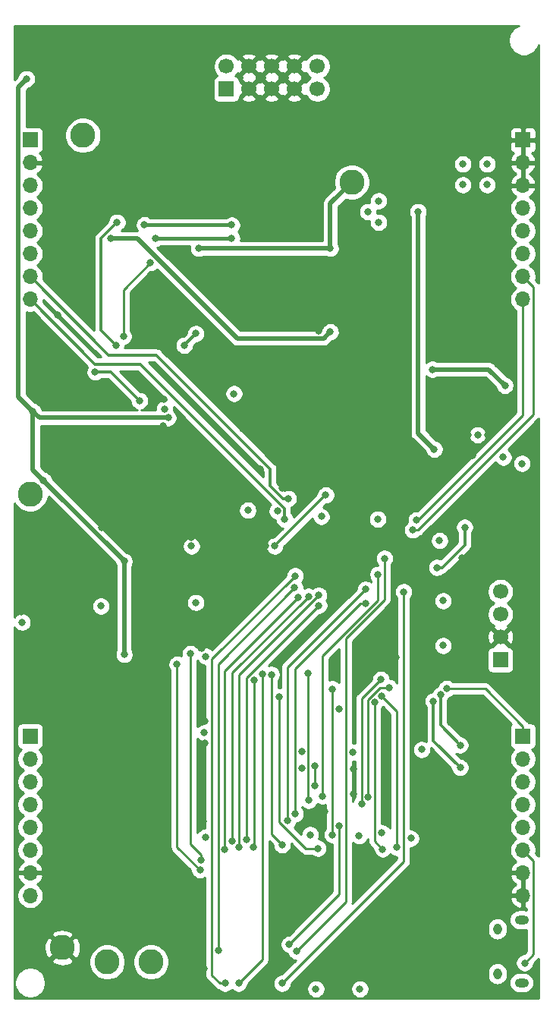
<source format=gbr>
G04 #@! TF.GenerationSoftware,KiCad,Pcbnew,(5.1.5)-3*
G04 #@! TF.CreationDate,2020-10-12T14:52:06+01:00*
G04 #@! TF.ProjectId,Retrospector_Components,52657472-6f73-4706-9563-746f725f436f,rev?*
G04 #@! TF.SameCoordinates,Original*
G04 #@! TF.FileFunction,Copper,L4,Bot*
G04 #@! TF.FilePolarity,Positive*
%FSLAX46Y46*%
G04 Gerber Fmt 4.6, Leading zero omitted, Abs format (unit mm)*
G04 Created by KiCad (PCBNEW (5.1.5)-3) date 2020-10-12 14:52:06*
%MOMM*%
%LPD*%
G04 APERTURE LIST*
%ADD10O,0.950000X1.250000*%
%ADD11O,1.550000X1.000000*%
%ADD12R,1.700000X1.700000*%
%ADD13O,1.700000X1.700000*%
%ADD14C,2.800000*%
%ADD15C,1.700000*%
%ADD16C,0.800000*%
%ADD17C,0.500000*%
%ADD18C,0.300000*%
%ADD19C,0.250000*%
%ADD20C,0.400000*%
%ADD21C,0.254000*%
G04 APERTURE END LIST*
D10*
X154650000Y-156500000D03*
X154650000Y-151500000D03*
D11*
X157350000Y-157500000D03*
X157350000Y-150500000D03*
D12*
X157500000Y-130000000D03*
D13*
X157500000Y-132540000D03*
X157500000Y-135080000D03*
X157500000Y-137620000D03*
X157500000Y-140160000D03*
X157500000Y-142700000D03*
X157500000Y-145240000D03*
X157500000Y-147780000D03*
D12*
X157500000Y-63500000D03*
D13*
X157500000Y-66040000D03*
X157500000Y-68580000D03*
X157500000Y-71120000D03*
X157500000Y-73660000D03*
X157500000Y-76200000D03*
X157500000Y-78740000D03*
X157500000Y-81280000D03*
D12*
X102500000Y-130000000D03*
D13*
X102500000Y-132540000D03*
X102500000Y-135080000D03*
X102500000Y-137620000D03*
X102500000Y-140160000D03*
X102500000Y-142700000D03*
X102500000Y-145240000D03*
X102500000Y-147780000D03*
D12*
X102500000Y-63500000D03*
D13*
X102500000Y-66040000D03*
X102500000Y-68580000D03*
X102500000Y-71120000D03*
X102500000Y-73660000D03*
X102500000Y-76200000D03*
X102500000Y-78740000D03*
X102500000Y-81280000D03*
D14*
X108400000Y-63000000D03*
X138400000Y-68200000D03*
X102500000Y-103000000D03*
X111100000Y-155200000D03*
X116000000Y-155200000D03*
X106100000Y-153600000D03*
D15*
X134560000Y-55285000D03*
X134560000Y-57825000D03*
X132020000Y-55285000D03*
X132020000Y-57825000D03*
X129480000Y-55285000D03*
X129480000Y-57825000D03*
X126940000Y-55285000D03*
X126940000Y-57825000D03*
X124400000Y-55285000D03*
D12*
X124400000Y-57825000D03*
X155000000Y-121500000D03*
D15*
X155000000Y-118960000D03*
X155000000Y-116420000D03*
X155000000Y-113880000D03*
D16*
X122500000Y-115100000D03*
X136950000Y-127000000D03*
X110300000Y-102000000D03*
X118600000Y-100900000D03*
X111500000Y-69000000D03*
X134800000Y-78900000D03*
X137300000Y-78900000D03*
X118900000Y-117500000D03*
X147500000Y-121900000D03*
X143300000Y-121200000D03*
X150300000Y-119200000D03*
X150300000Y-117100000D03*
X126500000Y-110600000D03*
X128800000Y-108800000D03*
X130600000Y-102300000D03*
X101500000Y-116100000D03*
X122000000Y-130800000D03*
X132800000Y-133600000D03*
X138600000Y-133700000D03*
X135400000Y-138400000D03*
X133700000Y-157200000D03*
X138200000Y-157100000D03*
X142600000Y-157100000D03*
X140300000Y-145300000D03*
X145900000Y-133500000D03*
X120500000Y-107800000D03*
X134700000Y-84800000D03*
X107900000Y-114100000D03*
X143900000Y-89100000D03*
X148600000Y-99000000D03*
X151900000Y-98700000D03*
X153600000Y-96400000D03*
X148700000Y-92800000D03*
X153000000Y-92900000D03*
X115200000Y-83500000D03*
X119800000Y-84400000D03*
X128500000Y-90900000D03*
X117400000Y-92400000D03*
X117300000Y-95400000D03*
X138900000Y-104500000D03*
X139400000Y-102200000D03*
X144158470Y-112246889D03*
X147100000Y-112200000D03*
X151400000Y-96400000D03*
X110500000Y-106700000D03*
X147900000Y-79400000D03*
X110100000Y-123500000D03*
X122000000Y-128300000D03*
X121655290Y-120204324D03*
X157400000Y-101600000D03*
X151900000Y-102500000D03*
X155500000Y-102700000D03*
X150700000Y-110100000D03*
X128200000Y-100200000D03*
X107900000Y-116700000D03*
X121800000Y-139500000D03*
X138600000Y-136500000D03*
X142300000Y-137500000D03*
X146800000Y-143600000D03*
X121900000Y-155900000D03*
X145400000Y-155900000D03*
X136500000Y-122100000D03*
X139200000Y-122100000D03*
X137300000Y-114500000D03*
X128200000Y-114000000D03*
X155400000Y-87400000D03*
X151500000Y-86400000D03*
X147600000Y-86400000D03*
X137300000Y-84800000D03*
X111700000Y-64700000D03*
X121100000Y-64700000D03*
X149400000Y-51500000D03*
X149400000Y-54200000D03*
X146300000Y-54200000D03*
X146300000Y-51500000D03*
X102100000Y-51400000D03*
X106300000Y-54100000D03*
X113200000Y-52300000D03*
X109800000Y-52300000D03*
X129500000Y-64500000D03*
X129500000Y-70200000D03*
X125250000Y-90350000D03*
X125500000Y-80800000D03*
X108900000Y-75200000D03*
X105600000Y-83000000D03*
X113500000Y-132600000D03*
X113500000Y-140600000D03*
X113500000Y-148100000D03*
X142200000Y-150400000D03*
X154100000Y-109900000D03*
X153800000Y-62900000D03*
X150400000Y-62900000D03*
X150400000Y-61400000D03*
X153800000Y-61400000D03*
X153800000Y-64400000D03*
X150400000Y-64400000D03*
X151800000Y-53800000D03*
X153300000Y-52800000D03*
X154900000Y-53800000D03*
X152300000Y-140300000D03*
X104400000Y-115400000D03*
X107600000Y-55300000D03*
X102600000Y-84900000D03*
X126250000Y-95750000D03*
X121300000Y-75600000D03*
X136000000Y-75600000D03*
X136000000Y-84900000D03*
X111500000Y-74500000D03*
X113000000Y-120900000D03*
X113000000Y-110500000D03*
X102800000Y-93800000D03*
X102100000Y-56700000D03*
X117900000Y-94500000D03*
X104000000Y-101500000D03*
X117500000Y-93500000D03*
X101600000Y-117300000D03*
X110400000Y-115500000D03*
X126800000Y-104800000D03*
X140200000Y-71500000D03*
X141400000Y-70300000D03*
X141400000Y-72700000D03*
X155500000Y-90900000D03*
X147400000Y-89100000D03*
X125250000Y-91800000D03*
X132800000Y-131725000D03*
X121950000Y-129625000D03*
X139225000Y-141125000D03*
X122100000Y-121100000D03*
X146200000Y-131500000D03*
X138500000Y-131800000D03*
X141750000Y-140800000D03*
X133750000Y-141000000D03*
X122048001Y-141300000D03*
X134400000Y-158200000D03*
X139300000Y-158200000D03*
X145000000Y-141400000D03*
X148600000Y-114900000D03*
X148600000Y-119900000D03*
X148200000Y-108200000D03*
X120500000Y-108800000D03*
X135000000Y-105500000D03*
X130100000Y-104900000D03*
X141300000Y-105800000D03*
X155300000Y-98900000D03*
X147600000Y-98000000D03*
X152448229Y-96396785D03*
X121000000Y-115100000D03*
X157400000Y-99600000D03*
X145800000Y-71500000D03*
X150800000Y-68500000D03*
X150800000Y-66200000D03*
X153500000Y-66200000D03*
X153500000Y-68500000D03*
X114700000Y-92600000D03*
X109752000Y-89400000D03*
X115265000Y-72965000D03*
X125000000Y-73000000D03*
X116535000Y-74465000D03*
X125000000Y-74500000D03*
X149000000Y-124700000D03*
X145200000Y-107000000D03*
X145600000Y-105900000D03*
X157700000Y-155300000D03*
X121000000Y-85100000D03*
X119700000Y-86400000D03*
X131300000Y-103500000D03*
X132225000Y-153975000D03*
X142050000Y-110175000D03*
X135125000Y-136675000D03*
X141325000Y-111975000D03*
X151000000Y-106700000D03*
X147900000Y-111200000D03*
X131246037Y-139445931D03*
X139925000Y-113625000D03*
X130625000Y-157575000D03*
X144200000Y-113900000D03*
X132075000Y-138675000D03*
X139925000Y-115175000D03*
X139500000Y-137525000D03*
X141650000Y-123675000D03*
X140225000Y-136769309D03*
X142550000Y-124600000D03*
X137000000Y-140025000D03*
X131425000Y-153225000D03*
X134300000Y-135525000D03*
X134275000Y-133300000D03*
X141850000Y-142600000D03*
X140956778Y-126225000D03*
X143425000Y-142425000D03*
X141725000Y-125500000D03*
X135500000Y-103100000D03*
X129800000Y-108800000D03*
X134625000Y-142525000D03*
X130300000Y-125600000D03*
X136225000Y-124750000D03*
X136225000Y-141000000D03*
X121600000Y-143800000D03*
X120400000Y-120800000D03*
X121450040Y-144925000D03*
X118900000Y-122000000D03*
X127425000Y-142425000D03*
X127525000Y-123775000D03*
X128400000Y-123100000D03*
X125775000Y-157575000D03*
X130625000Y-142125000D03*
X129425000Y-123125000D03*
X112200000Y-72700000D03*
X112075000Y-86400000D03*
X115900000Y-77200000D03*
X112900000Y-85400000D03*
X133550000Y-122975000D03*
X133575000Y-137175000D03*
X124250000Y-157575000D03*
X132075000Y-112125000D03*
X123500000Y-153900000D03*
X132025000Y-113425000D03*
X124225000Y-142625000D03*
X132425000Y-114525000D03*
X125025000Y-141725000D03*
X133570109Y-114405196D03*
X125825000Y-142425000D03*
X134700305Y-114300305D03*
X126625000Y-141525000D03*
X134725000Y-115425000D03*
X147500000Y-126100000D03*
X150500000Y-133500000D03*
X148292892Y-125407108D03*
X150500000Y-131000000D03*
X130900000Y-105800000D03*
D17*
X136000000Y-75600000D02*
X121300000Y-75600000D01*
X136000000Y-75600000D02*
X136000000Y-70600000D01*
X138400000Y-68200000D02*
X136000000Y-70600000D01*
X114458002Y-74500000D02*
X111500000Y-74500000D01*
X125608003Y-85650001D02*
X114458002Y-74500000D01*
X136000000Y-84900000D02*
X135249999Y-85650001D01*
X135249999Y-85650001D02*
X125608003Y-85650001D01*
X113000000Y-120900000D02*
X113000000Y-110500000D01*
X102800000Y-100300000D02*
X102800000Y-93800000D01*
X101199999Y-57600001D02*
X102100000Y-56700000D01*
X102800000Y-93800000D02*
X101199999Y-92199999D01*
X101199999Y-92199999D02*
X101199999Y-57600001D01*
X103500000Y-94500000D02*
X102800000Y-93800000D01*
X117900000Y-94500000D02*
X103500000Y-94500000D01*
X113000000Y-110500000D02*
X104000000Y-101500000D01*
X104000000Y-101500000D02*
X102800000Y-100300000D01*
X155500000Y-90900000D02*
X153700000Y-89100000D01*
X153700000Y-89100000D02*
X147400000Y-89100000D01*
X145800000Y-71500000D02*
X145800000Y-96200000D01*
X147600000Y-98000000D02*
X145800000Y-96200000D01*
D18*
X111500000Y-89400000D02*
X109752000Y-89400000D01*
X114700000Y-92600000D02*
X111500000Y-89400000D01*
D19*
X115300000Y-73000000D02*
X115265000Y-72965000D01*
D20*
X125000000Y-73000000D02*
X115300000Y-73000000D01*
D19*
X116570000Y-74500000D02*
X116535000Y-74465000D01*
D20*
X125000000Y-74500000D02*
X116570000Y-74500000D01*
D19*
X157500000Y-128900000D02*
X157500000Y-130000000D01*
X153300000Y-124700000D02*
X157500000Y-128900000D01*
X149000000Y-124700000D02*
X153300000Y-124700000D01*
X158675001Y-79915001D02*
X157500000Y-78740000D01*
X158675001Y-94090684D02*
X158675001Y-79915001D01*
X145765685Y-107000000D02*
X158675001Y-94090684D01*
X145200000Y-107000000D02*
X145765685Y-107000000D01*
X157500000Y-94173002D02*
X157500000Y-81280000D01*
X145773002Y-105900000D02*
X157500000Y-94173002D01*
X145600000Y-105900000D02*
X145773002Y-105900000D01*
X158675001Y-143875001D02*
X157500000Y-142700000D01*
X158675001Y-154324999D02*
X158675001Y-143875001D01*
X157700000Y-155300000D02*
X158675001Y-154324999D01*
D18*
X121000000Y-85100000D02*
X119700000Y-86400000D01*
X111260000Y-87500000D02*
X102500000Y-78740000D01*
X116610002Y-87500000D02*
X111260000Y-87500000D01*
X129289998Y-100179996D02*
X116610002Y-87500000D01*
X129289998Y-102100000D02*
X129289998Y-100179996D01*
X130689998Y-103500000D02*
X129289998Y-102100000D01*
X131300000Y-103500000D02*
X130689998Y-103500000D01*
D19*
X137725001Y-148474999D02*
X137725001Y-119084411D01*
X132225000Y-153975000D02*
X137725001Y-148474999D01*
X142050001Y-110334837D02*
X141994929Y-110279765D01*
X137725001Y-119084411D02*
X142050001Y-114759411D01*
X142050001Y-114759411D02*
X142050001Y-110334837D01*
X135125000Y-121048002D02*
X135125000Y-136675000D01*
X141325000Y-114848002D02*
X135125000Y-121048002D01*
X141325000Y-111975000D02*
X141325000Y-114848002D01*
D18*
X151000000Y-108665685D02*
X151000000Y-106700000D01*
X148465685Y-111200000D02*
X151000000Y-108665685D01*
X147900000Y-111200000D02*
X148465685Y-111200000D01*
D19*
X139925000Y-113625000D02*
X131246037Y-122303963D01*
X131246037Y-122303963D02*
X131246037Y-139445931D01*
X130625000Y-157575000D02*
X144200000Y-144000000D01*
X144200000Y-144000000D02*
X144200000Y-113900000D01*
X139359315Y-115175000D02*
X139925000Y-115175000D01*
X132075000Y-122459315D02*
X139359315Y-115175000D01*
X132075000Y-138675000D02*
X132075000Y-122459315D01*
X139499999Y-125825001D02*
X141650000Y-123675000D01*
X139500000Y-137525000D02*
X139499999Y-125825001D01*
X141551998Y-124600000D02*
X142550000Y-124600000D01*
X140225000Y-136769309D02*
X140225000Y-125926998D01*
X140225000Y-125926998D02*
X141551998Y-124600000D01*
X137000000Y-147650000D02*
X137000000Y-140025000D01*
X131425000Y-153225000D02*
X137000000Y-147650000D01*
X134275000Y-135500000D02*
X134300000Y-135525000D01*
X134275000Y-133300000D02*
X134275000Y-135500000D01*
X140956778Y-141706778D02*
X140956778Y-126225000D01*
X141850000Y-142600000D02*
X140956778Y-141706778D01*
X143425000Y-127225000D02*
X143425000Y-142425000D01*
X141700000Y-125500000D02*
X143425000Y-127225000D01*
D18*
X135500000Y-103100000D02*
X129800000Y-108800000D01*
D19*
X130300000Y-139572896D02*
X133252104Y-142525000D01*
X130300000Y-125600000D02*
X130300000Y-139572896D01*
X133252104Y-142525000D02*
X134625000Y-142525000D01*
X136225000Y-124750000D02*
X136225000Y-141000000D01*
X120400000Y-142034315D02*
X120400000Y-120800000D01*
X121600000Y-143234315D02*
X120400000Y-142034315D01*
X121600000Y-143800000D02*
X121600000Y-143234315D01*
X118900000Y-142374960D02*
X118900000Y-122000000D01*
X121450040Y-144925000D02*
X118900000Y-142374960D01*
X127525000Y-142325000D02*
X127425000Y-142425000D01*
X127525000Y-123775000D02*
X127525000Y-142325000D01*
X128400000Y-123100000D02*
X128400000Y-154950000D01*
X128400000Y-154950000D02*
X125775000Y-157575000D01*
X129425000Y-140925000D02*
X129425000Y-123125000D01*
X130625000Y-142125000D02*
X129425000Y-140925000D01*
D18*
X110400000Y-74500000D02*
X112200000Y-72700000D01*
X112075000Y-86400000D02*
X110400000Y-84725000D01*
X110400000Y-84725000D02*
X110400000Y-74500000D01*
D19*
X112900000Y-80200000D02*
X112900000Y-85400000D01*
X115900000Y-77200000D02*
X112900000Y-80200000D01*
X133550000Y-137150000D02*
X133575000Y-137175000D01*
X133550000Y-122975000D02*
X133550000Y-137150000D01*
X123684315Y-157575000D02*
X122773001Y-156663686D01*
X124250000Y-157575000D02*
X123684315Y-157575000D01*
X122773001Y-121426999D02*
X132075000Y-112125000D01*
X122773001Y-156663686D02*
X122773001Y-121426999D01*
X132025000Y-113425000D02*
X123499999Y-121950001D01*
X123499999Y-121950001D02*
X123499999Y-153899999D01*
X132425000Y-114525000D02*
X124225000Y-122725000D01*
X124225000Y-122725000D02*
X124225000Y-142625000D01*
X133570109Y-114405196D02*
X125025000Y-122950305D01*
X125025000Y-122950305D02*
X125025000Y-141725000D01*
X134700305Y-114300305D02*
X125825000Y-123175610D01*
X125825000Y-123175610D02*
X125825000Y-142425000D01*
X126625000Y-123525000D02*
X126625000Y-141525000D01*
X134725000Y-115425000D02*
X126625000Y-123525000D01*
D18*
X147500000Y-126100000D02*
X147500000Y-130500000D01*
X147500000Y-130500000D02*
X150500000Y-133500000D01*
X148292892Y-125407108D02*
X148292892Y-128792892D01*
X148292892Y-128792892D02*
X150500000Y-131000000D01*
X130900000Y-104589998D02*
X114810002Y-88500000D01*
X130900000Y-105800000D02*
X130900000Y-104589998D01*
X109720000Y-88500000D02*
X102500000Y-81280000D01*
X114810002Y-88500000D02*
X109720000Y-88500000D01*
D21*
G36*
X156778169Y-50862463D02*
G01*
X156494002Y-51052337D01*
X156252337Y-51294002D01*
X156062463Y-51578169D01*
X155931675Y-51893919D01*
X155865000Y-52229117D01*
X155865000Y-52570883D01*
X155931675Y-52906081D01*
X156062463Y-53221831D01*
X156252337Y-53505998D01*
X156494002Y-53747663D01*
X156778169Y-53937537D01*
X157093919Y-54068325D01*
X157429117Y-54135000D01*
X157770883Y-54135000D01*
X158106081Y-54068325D01*
X158421831Y-53937537D01*
X158705998Y-53747663D01*
X158947663Y-53505998D01*
X159137537Y-53221831D01*
X159265000Y-52914108D01*
X159265000Y-79435923D01*
X159215002Y-79375000D01*
X159186004Y-79351202D01*
X158941210Y-79106408D01*
X158985000Y-78886260D01*
X158985000Y-78593740D01*
X158927932Y-78306842D01*
X158815990Y-78036589D01*
X158653475Y-77793368D01*
X158446632Y-77586525D01*
X158272240Y-77470000D01*
X158446632Y-77353475D01*
X158653475Y-77146632D01*
X158815990Y-76903411D01*
X158927932Y-76633158D01*
X158985000Y-76346260D01*
X158985000Y-76053740D01*
X158927932Y-75766842D01*
X158815990Y-75496589D01*
X158653475Y-75253368D01*
X158446632Y-75046525D01*
X158272240Y-74930000D01*
X158446632Y-74813475D01*
X158653475Y-74606632D01*
X158815990Y-74363411D01*
X158927932Y-74093158D01*
X158985000Y-73806260D01*
X158985000Y-73513740D01*
X158927932Y-73226842D01*
X158815990Y-72956589D01*
X158653475Y-72713368D01*
X158446632Y-72506525D01*
X158272240Y-72390000D01*
X158446632Y-72273475D01*
X158653475Y-72066632D01*
X158815990Y-71823411D01*
X158927932Y-71553158D01*
X158985000Y-71266260D01*
X158985000Y-70973740D01*
X158927932Y-70686842D01*
X158815990Y-70416589D01*
X158653475Y-70173368D01*
X158446632Y-69966525D01*
X158264466Y-69844805D01*
X158381355Y-69775178D01*
X158597588Y-69580269D01*
X158771641Y-69346920D01*
X158896825Y-69084099D01*
X158941476Y-68936890D01*
X158820155Y-68707000D01*
X157627000Y-68707000D01*
X157627000Y-68727000D01*
X157373000Y-68727000D01*
X157373000Y-68707000D01*
X156179845Y-68707000D01*
X156058524Y-68936890D01*
X156103175Y-69084099D01*
X156228359Y-69346920D01*
X156402412Y-69580269D01*
X156618645Y-69775178D01*
X156735534Y-69844805D01*
X156553368Y-69966525D01*
X156346525Y-70173368D01*
X156184010Y-70416589D01*
X156072068Y-70686842D01*
X156015000Y-70973740D01*
X156015000Y-71266260D01*
X156072068Y-71553158D01*
X156184010Y-71823411D01*
X156346525Y-72066632D01*
X156553368Y-72273475D01*
X156727760Y-72390000D01*
X156553368Y-72506525D01*
X156346525Y-72713368D01*
X156184010Y-72956589D01*
X156072068Y-73226842D01*
X156015000Y-73513740D01*
X156015000Y-73806260D01*
X156072068Y-74093158D01*
X156184010Y-74363411D01*
X156346525Y-74606632D01*
X156553368Y-74813475D01*
X156727760Y-74930000D01*
X156553368Y-75046525D01*
X156346525Y-75253368D01*
X156184010Y-75496589D01*
X156072068Y-75766842D01*
X156015000Y-76053740D01*
X156015000Y-76346260D01*
X156072068Y-76633158D01*
X156184010Y-76903411D01*
X156346525Y-77146632D01*
X156553368Y-77353475D01*
X156727760Y-77470000D01*
X156553368Y-77586525D01*
X156346525Y-77793368D01*
X156184010Y-78036589D01*
X156072068Y-78306842D01*
X156015000Y-78593740D01*
X156015000Y-78886260D01*
X156072068Y-79173158D01*
X156184010Y-79443411D01*
X156346525Y-79686632D01*
X156553368Y-79893475D01*
X156727760Y-80010000D01*
X156553368Y-80126525D01*
X156346525Y-80333368D01*
X156184010Y-80576589D01*
X156072068Y-80846842D01*
X156015000Y-81133740D01*
X156015000Y-81426260D01*
X156072068Y-81713158D01*
X156184010Y-81983411D01*
X156346525Y-82226632D01*
X156553368Y-82433475D01*
X156740001Y-82558179D01*
X156740000Y-93858200D01*
X145728014Y-104870187D01*
X145701939Y-104865000D01*
X145498061Y-104865000D01*
X145298102Y-104904774D01*
X145109744Y-104982795D01*
X144940226Y-105096063D01*
X144796063Y-105240226D01*
X144682795Y-105409744D01*
X144604774Y-105598102D01*
X144565000Y-105798061D01*
X144565000Y-106001939D01*
X144596177Y-106158678D01*
X144540226Y-106196063D01*
X144396063Y-106340226D01*
X144282795Y-106509744D01*
X144204774Y-106698102D01*
X144165000Y-106898061D01*
X144165000Y-107101939D01*
X144204774Y-107301898D01*
X144282795Y-107490256D01*
X144396063Y-107659774D01*
X144540226Y-107803937D01*
X144709744Y-107917205D01*
X144898102Y-107995226D01*
X145098061Y-108035000D01*
X145301939Y-108035000D01*
X145501898Y-107995226D01*
X145690256Y-107917205D01*
X145859774Y-107803937D01*
X145914724Y-107748987D01*
X146057932Y-107705546D01*
X146189961Y-107634974D01*
X146305686Y-107540001D01*
X146329489Y-107510997D01*
X154409806Y-99430681D01*
X154496063Y-99559774D01*
X154640226Y-99703937D01*
X154809744Y-99817205D01*
X154998102Y-99895226D01*
X155198061Y-99935000D01*
X155401939Y-99935000D01*
X155601898Y-99895226D01*
X155790256Y-99817205D01*
X155959774Y-99703937D01*
X156103937Y-99559774D01*
X156145172Y-99498061D01*
X156365000Y-99498061D01*
X156365000Y-99701939D01*
X156404774Y-99901898D01*
X156482795Y-100090256D01*
X156596063Y-100259774D01*
X156740226Y-100403937D01*
X156909744Y-100517205D01*
X157098102Y-100595226D01*
X157298061Y-100635000D01*
X157501939Y-100635000D01*
X157701898Y-100595226D01*
X157890256Y-100517205D01*
X158059774Y-100403937D01*
X158203937Y-100259774D01*
X158317205Y-100090256D01*
X158395226Y-99901898D01*
X158435000Y-99701939D01*
X158435000Y-99498061D01*
X158395226Y-99298102D01*
X158317205Y-99109744D01*
X158203937Y-98940226D01*
X158059774Y-98796063D01*
X157890256Y-98682795D01*
X157701898Y-98604774D01*
X157501939Y-98565000D01*
X157298061Y-98565000D01*
X157098102Y-98604774D01*
X156909744Y-98682795D01*
X156740226Y-98796063D01*
X156596063Y-98940226D01*
X156482795Y-99109744D01*
X156404774Y-99298102D01*
X156365000Y-99498061D01*
X156145172Y-99498061D01*
X156217205Y-99390256D01*
X156295226Y-99201898D01*
X156335000Y-99001939D01*
X156335000Y-98798061D01*
X156295226Y-98598102D01*
X156217205Y-98409744D01*
X156103937Y-98240226D01*
X155959774Y-98096063D01*
X155830681Y-98009806D01*
X159186005Y-94654482D01*
X159215002Y-94630685D01*
X159265000Y-94569762D01*
X159265001Y-143395924D01*
X159215002Y-143335000D01*
X159186004Y-143311202D01*
X158941210Y-143066408D01*
X158985000Y-142846260D01*
X158985000Y-142553740D01*
X158927932Y-142266842D01*
X158815990Y-141996589D01*
X158653475Y-141753368D01*
X158446632Y-141546525D01*
X158272240Y-141430000D01*
X158446632Y-141313475D01*
X158653475Y-141106632D01*
X158815990Y-140863411D01*
X158927932Y-140593158D01*
X158985000Y-140306260D01*
X158985000Y-140013740D01*
X158927932Y-139726842D01*
X158815990Y-139456589D01*
X158653475Y-139213368D01*
X158446632Y-139006525D01*
X158272240Y-138890000D01*
X158446632Y-138773475D01*
X158653475Y-138566632D01*
X158815990Y-138323411D01*
X158927932Y-138053158D01*
X158985000Y-137766260D01*
X158985000Y-137473740D01*
X158927932Y-137186842D01*
X158815990Y-136916589D01*
X158653475Y-136673368D01*
X158446632Y-136466525D01*
X158272240Y-136350000D01*
X158446632Y-136233475D01*
X158653475Y-136026632D01*
X158815990Y-135783411D01*
X158927932Y-135513158D01*
X158985000Y-135226260D01*
X158985000Y-134933740D01*
X158927932Y-134646842D01*
X158815990Y-134376589D01*
X158653475Y-134133368D01*
X158446632Y-133926525D01*
X158272240Y-133810000D01*
X158446632Y-133693475D01*
X158653475Y-133486632D01*
X158815990Y-133243411D01*
X158927932Y-132973158D01*
X158985000Y-132686260D01*
X158985000Y-132393740D01*
X158927932Y-132106842D01*
X158815990Y-131836589D01*
X158653475Y-131593368D01*
X158521620Y-131461513D01*
X158594180Y-131439502D01*
X158704494Y-131380537D01*
X158801185Y-131301185D01*
X158880537Y-131204494D01*
X158939502Y-131094180D01*
X158975812Y-130974482D01*
X158988072Y-130850000D01*
X158988072Y-129150000D01*
X158975812Y-129025518D01*
X158939502Y-128905820D01*
X158880537Y-128795506D01*
X158801185Y-128698815D01*
X158704494Y-128619463D01*
X158594180Y-128560498D01*
X158474482Y-128524188D01*
X158350000Y-128511928D01*
X158154326Y-128511928D01*
X158134975Y-128475725D01*
X158134974Y-128475723D01*
X158063799Y-128388997D01*
X158040001Y-128359999D01*
X158011004Y-128336202D01*
X153863804Y-124189003D01*
X153840001Y-124159999D01*
X153724276Y-124065026D01*
X153592247Y-123994454D01*
X153448986Y-123950997D01*
X153337333Y-123940000D01*
X153337322Y-123940000D01*
X153300000Y-123936324D01*
X153262678Y-123940000D01*
X149703711Y-123940000D01*
X149659774Y-123896063D01*
X149490256Y-123782795D01*
X149301898Y-123704774D01*
X149101939Y-123665000D01*
X148898061Y-123665000D01*
X148698102Y-123704774D01*
X148509744Y-123782795D01*
X148340226Y-123896063D01*
X148196063Y-124040226D01*
X148082795Y-124209744D01*
X148004774Y-124398102D01*
X148002488Y-124409596D01*
X147990994Y-124411882D01*
X147802636Y-124489903D01*
X147633118Y-124603171D01*
X147488955Y-124747334D01*
X147375687Y-124916852D01*
X147306803Y-125083152D01*
X147198102Y-125104774D01*
X147009744Y-125182795D01*
X146840226Y-125296063D01*
X146696063Y-125440226D01*
X146582795Y-125609744D01*
X146504774Y-125798102D01*
X146465000Y-125998061D01*
X146465000Y-126201939D01*
X146504774Y-126401898D01*
X146582795Y-126590256D01*
X146696063Y-126759774D01*
X146715000Y-126778711D01*
X146715001Y-130461437D01*
X146711203Y-130500000D01*
X146721407Y-130603610D01*
X146690256Y-130582795D01*
X146501898Y-130504774D01*
X146301939Y-130465000D01*
X146098061Y-130465000D01*
X145898102Y-130504774D01*
X145709744Y-130582795D01*
X145540226Y-130696063D01*
X145396063Y-130840226D01*
X145282795Y-131009744D01*
X145204774Y-131198102D01*
X145165000Y-131398061D01*
X145165000Y-131601939D01*
X145204774Y-131801898D01*
X145282795Y-131990256D01*
X145396063Y-132159774D01*
X145540226Y-132303937D01*
X145709744Y-132417205D01*
X145898102Y-132495226D01*
X146098061Y-132535000D01*
X146301939Y-132535000D01*
X146501898Y-132495226D01*
X146690256Y-132417205D01*
X146859774Y-132303937D01*
X147003937Y-132159774D01*
X147117205Y-131990256D01*
X147195226Y-131801898D01*
X147235000Y-131601939D01*
X147235000Y-131398061D01*
X147221864Y-131332021D01*
X149465000Y-133575157D01*
X149465000Y-133601939D01*
X149504774Y-133801898D01*
X149582795Y-133990256D01*
X149696063Y-134159774D01*
X149840226Y-134303937D01*
X150009744Y-134417205D01*
X150198102Y-134495226D01*
X150398061Y-134535000D01*
X150601939Y-134535000D01*
X150801898Y-134495226D01*
X150990256Y-134417205D01*
X151159774Y-134303937D01*
X151303937Y-134159774D01*
X151417205Y-133990256D01*
X151495226Y-133801898D01*
X151535000Y-133601939D01*
X151535000Y-133398061D01*
X151495226Y-133198102D01*
X151417205Y-133009744D01*
X151303937Y-132840226D01*
X151159774Y-132696063D01*
X150990256Y-132582795D01*
X150801898Y-132504774D01*
X150601939Y-132465000D01*
X150575157Y-132465000D01*
X150039820Y-131929663D01*
X150198102Y-131995226D01*
X150398061Y-132035000D01*
X150601939Y-132035000D01*
X150801898Y-131995226D01*
X150990256Y-131917205D01*
X151159774Y-131803937D01*
X151303937Y-131659774D01*
X151417205Y-131490256D01*
X151495226Y-131301898D01*
X151535000Y-131101939D01*
X151535000Y-130898061D01*
X151495226Y-130698102D01*
X151417205Y-130509744D01*
X151303937Y-130340226D01*
X151159774Y-130196063D01*
X150990256Y-130082795D01*
X150801898Y-130004774D01*
X150601939Y-129965000D01*
X150575158Y-129965000D01*
X149077892Y-128467735D01*
X149077892Y-126085819D01*
X149096829Y-126066882D01*
X149210097Y-125897364D01*
X149288118Y-125709006D01*
X149290404Y-125697512D01*
X149301898Y-125695226D01*
X149490256Y-125617205D01*
X149659774Y-125503937D01*
X149703711Y-125460000D01*
X152985199Y-125460000D01*
X156212655Y-128687457D01*
X156198815Y-128698815D01*
X156119463Y-128795506D01*
X156060498Y-128905820D01*
X156024188Y-129025518D01*
X156011928Y-129150000D01*
X156011928Y-130850000D01*
X156024188Y-130974482D01*
X156060498Y-131094180D01*
X156119463Y-131204494D01*
X156198815Y-131301185D01*
X156295506Y-131380537D01*
X156405820Y-131439502D01*
X156478380Y-131461513D01*
X156346525Y-131593368D01*
X156184010Y-131836589D01*
X156072068Y-132106842D01*
X156015000Y-132393740D01*
X156015000Y-132686260D01*
X156072068Y-132973158D01*
X156184010Y-133243411D01*
X156346525Y-133486632D01*
X156553368Y-133693475D01*
X156727760Y-133810000D01*
X156553368Y-133926525D01*
X156346525Y-134133368D01*
X156184010Y-134376589D01*
X156072068Y-134646842D01*
X156015000Y-134933740D01*
X156015000Y-135226260D01*
X156072068Y-135513158D01*
X156184010Y-135783411D01*
X156346525Y-136026632D01*
X156553368Y-136233475D01*
X156727760Y-136350000D01*
X156553368Y-136466525D01*
X156346525Y-136673368D01*
X156184010Y-136916589D01*
X156072068Y-137186842D01*
X156015000Y-137473740D01*
X156015000Y-137766260D01*
X156072068Y-138053158D01*
X156184010Y-138323411D01*
X156346525Y-138566632D01*
X156553368Y-138773475D01*
X156727760Y-138890000D01*
X156553368Y-139006525D01*
X156346525Y-139213368D01*
X156184010Y-139456589D01*
X156072068Y-139726842D01*
X156015000Y-140013740D01*
X156015000Y-140306260D01*
X156072068Y-140593158D01*
X156184010Y-140863411D01*
X156346525Y-141106632D01*
X156553368Y-141313475D01*
X156727760Y-141430000D01*
X156553368Y-141546525D01*
X156346525Y-141753368D01*
X156184010Y-141996589D01*
X156072068Y-142266842D01*
X156015000Y-142553740D01*
X156015000Y-142846260D01*
X156072068Y-143133158D01*
X156184010Y-143403411D01*
X156346525Y-143646632D01*
X156553368Y-143853475D01*
X156735534Y-143975195D01*
X156618645Y-144044822D01*
X156402412Y-144239731D01*
X156228359Y-144473080D01*
X156103175Y-144735901D01*
X156058524Y-144883110D01*
X156179845Y-145113000D01*
X157373000Y-145113000D01*
X157373000Y-145093000D01*
X157627000Y-145093000D01*
X157627000Y-145113000D01*
X157647000Y-145113000D01*
X157647000Y-145367000D01*
X157627000Y-145367000D01*
X157627000Y-147653000D01*
X157647000Y-147653000D01*
X157647000Y-147907000D01*
X157627000Y-147907000D01*
X157627000Y-149100814D01*
X157856891Y-149221481D01*
X157915001Y-149200867D01*
X157915001Y-149401900D01*
X157847499Y-149381423D01*
X157680752Y-149365000D01*
X157019248Y-149365000D01*
X156852501Y-149381423D01*
X156638553Y-149446324D01*
X156441377Y-149551716D01*
X156268551Y-149693551D01*
X156126716Y-149866377D01*
X156021324Y-150063553D01*
X155956423Y-150277501D01*
X155934509Y-150500000D01*
X155956423Y-150722499D01*
X156021324Y-150936447D01*
X156126716Y-151133623D01*
X156268551Y-151306449D01*
X156441377Y-151448284D01*
X156638553Y-151553676D01*
X156852501Y-151618577D01*
X157019248Y-151635000D01*
X157680752Y-151635000D01*
X157847499Y-151618577D01*
X157915001Y-151598100D01*
X157915001Y-154010197D01*
X157660198Y-154265000D01*
X157598061Y-154265000D01*
X157398102Y-154304774D01*
X157209744Y-154382795D01*
X157040226Y-154496063D01*
X156896063Y-154640226D01*
X156782795Y-154809744D01*
X156704774Y-154998102D01*
X156665000Y-155198061D01*
X156665000Y-155401939D01*
X156704774Y-155601898D01*
X156782795Y-155790256D01*
X156896063Y-155959774D01*
X157040226Y-156103937D01*
X157209744Y-156217205D01*
X157398102Y-156295226D01*
X157598061Y-156335000D01*
X157801939Y-156335000D01*
X158001898Y-156295226D01*
X158190256Y-156217205D01*
X158359774Y-156103937D01*
X158503937Y-155959774D01*
X158617205Y-155790256D01*
X158695226Y-155601898D01*
X158735000Y-155401939D01*
X158735000Y-155339802D01*
X159186005Y-154888797D01*
X159215002Y-154865000D01*
X159265001Y-154804076D01*
X159265001Y-159265000D01*
X100735000Y-159265000D01*
X100735000Y-157329117D01*
X100765000Y-157329117D01*
X100765000Y-157670883D01*
X100831675Y-158006081D01*
X100962463Y-158321831D01*
X101152337Y-158605998D01*
X101394002Y-158847663D01*
X101678169Y-159037537D01*
X101993919Y-159168325D01*
X102329117Y-159235000D01*
X102670883Y-159235000D01*
X103006081Y-159168325D01*
X103321831Y-159037537D01*
X103605998Y-158847663D01*
X103847663Y-158605998D01*
X104037537Y-158321831D01*
X104168325Y-158006081D01*
X104235000Y-157670883D01*
X104235000Y-157329117D01*
X104168325Y-156993919D01*
X104037537Y-156678169D01*
X103847663Y-156394002D01*
X103605998Y-156152337D01*
X103321831Y-155962463D01*
X103006081Y-155831675D01*
X102670883Y-155765000D01*
X102329117Y-155765000D01*
X101993919Y-155831675D01*
X101678169Y-155962463D01*
X101394002Y-156152337D01*
X101152337Y-156394002D01*
X100962463Y-156678169D01*
X100831675Y-156993919D01*
X100765000Y-157329117D01*
X100735000Y-157329117D01*
X100735000Y-155020447D01*
X104859158Y-155020447D01*
X105003135Y-155325770D01*
X105360892Y-155506597D01*
X105747053Y-155614155D01*
X106146777Y-155644310D01*
X106544704Y-155595904D01*
X106925540Y-155470795D01*
X107196865Y-155325770D01*
X107340842Y-155020447D01*
X107319965Y-154999570D01*
X109065000Y-154999570D01*
X109065000Y-155400430D01*
X109143204Y-155793587D01*
X109296607Y-156163934D01*
X109519313Y-156497237D01*
X109802763Y-156780687D01*
X110136066Y-157003393D01*
X110506413Y-157156796D01*
X110899570Y-157235000D01*
X111300430Y-157235000D01*
X111693587Y-157156796D01*
X112063934Y-157003393D01*
X112397237Y-156780687D01*
X112680687Y-156497237D01*
X112903393Y-156163934D01*
X113056796Y-155793587D01*
X113135000Y-155400430D01*
X113135000Y-154999570D01*
X113965000Y-154999570D01*
X113965000Y-155400430D01*
X114043204Y-155793587D01*
X114196607Y-156163934D01*
X114419313Y-156497237D01*
X114702763Y-156780687D01*
X115036066Y-157003393D01*
X115406413Y-157156796D01*
X115799570Y-157235000D01*
X116200430Y-157235000D01*
X116593587Y-157156796D01*
X116963934Y-157003393D01*
X117297237Y-156780687D01*
X117580687Y-156497237D01*
X117803393Y-156163934D01*
X117956796Y-155793587D01*
X118035000Y-155400430D01*
X118035000Y-154999570D01*
X117956796Y-154606413D01*
X117803393Y-154236066D01*
X117580687Y-153902763D01*
X117297237Y-153619313D01*
X116963934Y-153396607D01*
X116593587Y-153243204D01*
X116200430Y-153165000D01*
X115799570Y-153165000D01*
X115406413Y-153243204D01*
X115036066Y-153396607D01*
X114702763Y-153619313D01*
X114419313Y-153902763D01*
X114196607Y-154236066D01*
X114043204Y-154606413D01*
X113965000Y-154999570D01*
X113135000Y-154999570D01*
X113056796Y-154606413D01*
X112903393Y-154236066D01*
X112680687Y-153902763D01*
X112397237Y-153619313D01*
X112063934Y-153396607D01*
X111693587Y-153243204D01*
X111300430Y-153165000D01*
X110899570Y-153165000D01*
X110506413Y-153243204D01*
X110136066Y-153396607D01*
X109802763Y-153619313D01*
X109519313Y-153902763D01*
X109296607Y-154236066D01*
X109143204Y-154606413D01*
X109065000Y-154999570D01*
X107319965Y-154999570D01*
X106100000Y-153779605D01*
X104859158Y-155020447D01*
X100735000Y-155020447D01*
X100735000Y-153646777D01*
X104055690Y-153646777D01*
X104104096Y-154044704D01*
X104229205Y-154425540D01*
X104374230Y-154696865D01*
X104679553Y-154840842D01*
X105920395Y-153600000D01*
X106279605Y-153600000D01*
X107520447Y-154840842D01*
X107825770Y-154696865D01*
X108006597Y-154339108D01*
X108114155Y-153952947D01*
X108144310Y-153553223D01*
X108095904Y-153155296D01*
X107970795Y-152774460D01*
X107825770Y-152503135D01*
X107520447Y-152359158D01*
X106279605Y-153600000D01*
X105920395Y-153600000D01*
X104679553Y-152359158D01*
X104374230Y-152503135D01*
X104193403Y-152860892D01*
X104085845Y-153247053D01*
X104055690Y-153646777D01*
X100735000Y-153646777D01*
X100735000Y-152179553D01*
X104859158Y-152179553D01*
X106100000Y-153420395D01*
X107340842Y-152179553D01*
X107196865Y-151874230D01*
X106839108Y-151693403D01*
X106452947Y-151585845D01*
X106053223Y-151555690D01*
X105655296Y-151604096D01*
X105274460Y-151729205D01*
X105003135Y-151874230D01*
X104859158Y-152179553D01*
X100735000Y-152179553D01*
X100735000Y-147633740D01*
X101015000Y-147633740D01*
X101015000Y-147926260D01*
X101072068Y-148213158D01*
X101184010Y-148483411D01*
X101346525Y-148726632D01*
X101553368Y-148933475D01*
X101796589Y-149095990D01*
X102066842Y-149207932D01*
X102353740Y-149265000D01*
X102646260Y-149265000D01*
X102933158Y-149207932D01*
X103203411Y-149095990D01*
X103446632Y-148933475D01*
X103653475Y-148726632D01*
X103815990Y-148483411D01*
X103927932Y-148213158D01*
X103985000Y-147926260D01*
X103985000Y-147633740D01*
X103927932Y-147346842D01*
X103815990Y-147076589D01*
X103653475Y-146833368D01*
X103446632Y-146626525D01*
X103264466Y-146504805D01*
X103381355Y-146435178D01*
X103597588Y-146240269D01*
X103771641Y-146006920D01*
X103896825Y-145744099D01*
X103941476Y-145596890D01*
X103820155Y-145367000D01*
X102627000Y-145367000D01*
X102627000Y-145387000D01*
X102373000Y-145387000D01*
X102373000Y-145367000D01*
X101179845Y-145367000D01*
X101058524Y-145596890D01*
X101103175Y-145744099D01*
X101228359Y-146006920D01*
X101402412Y-146240269D01*
X101618645Y-146435178D01*
X101735534Y-146504805D01*
X101553368Y-146626525D01*
X101346525Y-146833368D01*
X101184010Y-147076589D01*
X101072068Y-147346842D01*
X101015000Y-147633740D01*
X100735000Y-147633740D01*
X100735000Y-129150000D01*
X101011928Y-129150000D01*
X101011928Y-130850000D01*
X101024188Y-130974482D01*
X101060498Y-131094180D01*
X101119463Y-131204494D01*
X101198815Y-131301185D01*
X101295506Y-131380537D01*
X101405820Y-131439502D01*
X101478380Y-131461513D01*
X101346525Y-131593368D01*
X101184010Y-131836589D01*
X101072068Y-132106842D01*
X101015000Y-132393740D01*
X101015000Y-132686260D01*
X101072068Y-132973158D01*
X101184010Y-133243411D01*
X101346525Y-133486632D01*
X101553368Y-133693475D01*
X101727760Y-133810000D01*
X101553368Y-133926525D01*
X101346525Y-134133368D01*
X101184010Y-134376589D01*
X101072068Y-134646842D01*
X101015000Y-134933740D01*
X101015000Y-135226260D01*
X101072068Y-135513158D01*
X101184010Y-135783411D01*
X101346525Y-136026632D01*
X101553368Y-136233475D01*
X101727760Y-136350000D01*
X101553368Y-136466525D01*
X101346525Y-136673368D01*
X101184010Y-136916589D01*
X101072068Y-137186842D01*
X101015000Y-137473740D01*
X101015000Y-137766260D01*
X101072068Y-138053158D01*
X101184010Y-138323411D01*
X101346525Y-138566632D01*
X101553368Y-138773475D01*
X101727760Y-138890000D01*
X101553368Y-139006525D01*
X101346525Y-139213368D01*
X101184010Y-139456589D01*
X101072068Y-139726842D01*
X101015000Y-140013740D01*
X101015000Y-140306260D01*
X101072068Y-140593158D01*
X101184010Y-140863411D01*
X101346525Y-141106632D01*
X101553368Y-141313475D01*
X101727760Y-141430000D01*
X101553368Y-141546525D01*
X101346525Y-141753368D01*
X101184010Y-141996589D01*
X101072068Y-142266842D01*
X101015000Y-142553740D01*
X101015000Y-142846260D01*
X101072068Y-143133158D01*
X101184010Y-143403411D01*
X101346525Y-143646632D01*
X101553368Y-143853475D01*
X101735534Y-143975195D01*
X101618645Y-144044822D01*
X101402412Y-144239731D01*
X101228359Y-144473080D01*
X101103175Y-144735901D01*
X101058524Y-144883110D01*
X101179845Y-145113000D01*
X102373000Y-145113000D01*
X102373000Y-145093000D01*
X102627000Y-145093000D01*
X102627000Y-145113000D01*
X103820155Y-145113000D01*
X103941476Y-144883110D01*
X103896825Y-144735901D01*
X103771641Y-144473080D01*
X103597588Y-144239731D01*
X103381355Y-144044822D01*
X103264466Y-143975195D01*
X103446632Y-143853475D01*
X103653475Y-143646632D01*
X103815990Y-143403411D01*
X103927932Y-143133158D01*
X103985000Y-142846260D01*
X103985000Y-142553740D01*
X103927932Y-142266842D01*
X103815990Y-141996589D01*
X103653475Y-141753368D01*
X103446632Y-141546525D01*
X103272240Y-141430000D01*
X103446632Y-141313475D01*
X103653475Y-141106632D01*
X103815990Y-140863411D01*
X103927932Y-140593158D01*
X103985000Y-140306260D01*
X103985000Y-140013740D01*
X103927932Y-139726842D01*
X103815990Y-139456589D01*
X103653475Y-139213368D01*
X103446632Y-139006525D01*
X103272240Y-138890000D01*
X103446632Y-138773475D01*
X103653475Y-138566632D01*
X103815990Y-138323411D01*
X103927932Y-138053158D01*
X103985000Y-137766260D01*
X103985000Y-137473740D01*
X103927932Y-137186842D01*
X103815990Y-136916589D01*
X103653475Y-136673368D01*
X103446632Y-136466525D01*
X103272240Y-136350000D01*
X103446632Y-136233475D01*
X103653475Y-136026632D01*
X103815990Y-135783411D01*
X103927932Y-135513158D01*
X103985000Y-135226260D01*
X103985000Y-134933740D01*
X103927932Y-134646842D01*
X103815990Y-134376589D01*
X103653475Y-134133368D01*
X103446632Y-133926525D01*
X103272240Y-133810000D01*
X103446632Y-133693475D01*
X103653475Y-133486632D01*
X103815990Y-133243411D01*
X103927932Y-132973158D01*
X103985000Y-132686260D01*
X103985000Y-132393740D01*
X103927932Y-132106842D01*
X103815990Y-131836589D01*
X103653475Y-131593368D01*
X103521620Y-131461513D01*
X103594180Y-131439502D01*
X103704494Y-131380537D01*
X103801185Y-131301185D01*
X103880537Y-131204494D01*
X103939502Y-131094180D01*
X103975812Y-130974482D01*
X103988072Y-130850000D01*
X103988072Y-129150000D01*
X103975812Y-129025518D01*
X103939502Y-128905820D01*
X103880537Y-128795506D01*
X103801185Y-128698815D01*
X103704494Y-128619463D01*
X103594180Y-128560498D01*
X103474482Y-128524188D01*
X103350000Y-128511928D01*
X101650000Y-128511928D01*
X101525518Y-128524188D01*
X101405820Y-128560498D01*
X101295506Y-128619463D01*
X101198815Y-128698815D01*
X101119463Y-128795506D01*
X101060498Y-128905820D01*
X101024188Y-129025518D01*
X101011928Y-129150000D01*
X100735000Y-129150000D01*
X100735000Y-117868387D01*
X100796063Y-117959774D01*
X100940226Y-118103937D01*
X101109744Y-118217205D01*
X101298102Y-118295226D01*
X101498061Y-118335000D01*
X101701939Y-118335000D01*
X101901898Y-118295226D01*
X102090256Y-118217205D01*
X102259774Y-118103937D01*
X102403937Y-117959774D01*
X102517205Y-117790256D01*
X102595226Y-117601898D01*
X102635000Y-117401939D01*
X102635000Y-117198061D01*
X102595226Y-116998102D01*
X102517205Y-116809744D01*
X102403937Y-116640226D01*
X102259774Y-116496063D01*
X102090256Y-116382795D01*
X101901898Y-116304774D01*
X101701939Y-116265000D01*
X101498061Y-116265000D01*
X101298102Y-116304774D01*
X101109744Y-116382795D01*
X100940226Y-116496063D01*
X100796063Y-116640226D01*
X100735000Y-116731613D01*
X100735000Y-115398061D01*
X109365000Y-115398061D01*
X109365000Y-115601939D01*
X109404774Y-115801898D01*
X109482795Y-115990256D01*
X109596063Y-116159774D01*
X109740226Y-116303937D01*
X109909744Y-116417205D01*
X110098102Y-116495226D01*
X110298061Y-116535000D01*
X110501939Y-116535000D01*
X110701898Y-116495226D01*
X110890256Y-116417205D01*
X111059774Y-116303937D01*
X111203937Y-116159774D01*
X111317205Y-115990256D01*
X111395226Y-115801898D01*
X111435000Y-115601939D01*
X111435000Y-115398061D01*
X111395226Y-115198102D01*
X111317205Y-115009744D01*
X111203937Y-114840226D01*
X111059774Y-114696063D01*
X110890256Y-114582795D01*
X110701898Y-114504774D01*
X110501939Y-114465000D01*
X110298061Y-114465000D01*
X110098102Y-114504774D01*
X109909744Y-114582795D01*
X109740226Y-114696063D01*
X109596063Y-114840226D01*
X109482795Y-115009744D01*
X109404774Y-115198102D01*
X109365000Y-115398061D01*
X100735000Y-115398061D01*
X100735000Y-104021393D01*
X100919313Y-104297237D01*
X101202763Y-104580687D01*
X101536066Y-104803393D01*
X101906413Y-104956796D01*
X102299570Y-105035000D01*
X102700430Y-105035000D01*
X103093587Y-104956796D01*
X103463934Y-104803393D01*
X103797237Y-104580687D01*
X104080687Y-104297237D01*
X104303393Y-103963934D01*
X104456796Y-103593587D01*
X104520707Y-103272285D01*
X111993465Y-110745044D01*
X112004774Y-110801898D01*
X112082795Y-110990256D01*
X112115001Y-111038456D01*
X112115000Y-120361546D01*
X112082795Y-120409744D01*
X112004774Y-120598102D01*
X111965000Y-120798061D01*
X111965000Y-121001939D01*
X112004774Y-121201898D01*
X112082795Y-121390256D01*
X112196063Y-121559774D01*
X112340226Y-121703937D01*
X112509744Y-121817205D01*
X112698102Y-121895226D01*
X112898061Y-121935000D01*
X113101939Y-121935000D01*
X113287645Y-121898061D01*
X117865000Y-121898061D01*
X117865000Y-122101939D01*
X117904774Y-122301898D01*
X117982795Y-122490256D01*
X118096063Y-122659774D01*
X118140001Y-122703712D01*
X118140000Y-142337638D01*
X118136324Y-142374960D01*
X118140000Y-142412282D01*
X118140000Y-142412292D01*
X118150997Y-142523945D01*
X118186870Y-142642205D01*
X118194454Y-142667206D01*
X118265026Y-142799236D01*
X118303618Y-142846260D01*
X118359999Y-142914961D01*
X118389003Y-142938764D01*
X120415040Y-144964802D01*
X120415040Y-145026939D01*
X120454814Y-145226898D01*
X120532835Y-145415256D01*
X120646103Y-145584774D01*
X120790266Y-145728937D01*
X120959784Y-145842205D01*
X121148142Y-145920226D01*
X121348101Y-145960000D01*
X121551979Y-145960000D01*
X121751938Y-145920226D01*
X121940296Y-145842205D01*
X122013001Y-145793625D01*
X122013001Y-156626364D01*
X122009325Y-156663686D01*
X122013001Y-156701008D01*
X122013001Y-156701018D01*
X122023998Y-156812671D01*
X122040660Y-156867598D01*
X122067455Y-156955932D01*
X122138027Y-157087962D01*
X122177872Y-157136512D01*
X122233000Y-157203687D01*
X122262003Y-157227489D01*
X123120516Y-158086003D01*
X123144314Y-158115001D01*
X123173312Y-158138799D01*
X123260039Y-158209974D01*
X123392068Y-158280546D01*
X123535276Y-158323987D01*
X123590226Y-158378937D01*
X123759744Y-158492205D01*
X123948102Y-158570226D01*
X124148061Y-158610000D01*
X124351939Y-158610000D01*
X124551898Y-158570226D01*
X124740256Y-158492205D01*
X124909774Y-158378937D01*
X125012500Y-158276211D01*
X125115226Y-158378937D01*
X125284744Y-158492205D01*
X125473102Y-158570226D01*
X125673061Y-158610000D01*
X125876939Y-158610000D01*
X126076898Y-158570226D01*
X126265256Y-158492205D01*
X126434774Y-158378937D01*
X126578937Y-158234774D01*
X126692205Y-158065256D01*
X126770226Y-157876898D01*
X126810000Y-157676939D01*
X126810000Y-157614801D01*
X128911003Y-155513799D01*
X128940001Y-155490001D01*
X129034974Y-155374276D01*
X129105546Y-155242247D01*
X129149003Y-155098986D01*
X129160000Y-154987333D01*
X129163677Y-154950000D01*
X129160000Y-154912667D01*
X129160000Y-141734801D01*
X129590000Y-142164802D01*
X129590000Y-142226939D01*
X129629774Y-142426898D01*
X129707795Y-142615256D01*
X129821063Y-142784774D01*
X129965226Y-142928937D01*
X130134744Y-143042205D01*
X130323102Y-143120226D01*
X130523061Y-143160000D01*
X130726939Y-143160000D01*
X130926898Y-143120226D01*
X131115256Y-143042205D01*
X131284774Y-142928937D01*
X131428937Y-142784774D01*
X131542205Y-142615256D01*
X131620226Y-142426898D01*
X131660000Y-142226939D01*
X131660000Y-142023061D01*
X131656185Y-142003883D01*
X132688305Y-143036003D01*
X132712103Y-143065001D01*
X132827828Y-143159974D01*
X132959857Y-143230546D01*
X133103118Y-143274003D01*
X133212477Y-143284774D01*
X133252104Y-143288677D01*
X133289437Y-143285000D01*
X133921289Y-143285000D01*
X133965226Y-143328937D01*
X134134744Y-143442205D01*
X134323102Y-143520226D01*
X134523061Y-143560000D01*
X134726939Y-143560000D01*
X134926898Y-143520226D01*
X135115256Y-143442205D01*
X135284774Y-143328937D01*
X135428937Y-143184774D01*
X135542205Y-143015256D01*
X135620226Y-142826898D01*
X135660000Y-142626939D01*
X135660000Y-142423061D01*
X135620226Y-142223102D01*
X135542205Y-142034744D01*
X135428937Y-141865226D01*
X135284774Y-141721063D01*
X135115256Y-141607795D01*
X134926898Y-141529774D01*
X134726939Y-141490000D01*
X134667311Y-141490000D01*
X134745226Y-141301898D01*
X134785000Y-141101939D01*
X134785000Y-140898061D01*
X134745226Y-140698102D01*
X134667205Y-140509744D01*
X134553937Y-140340226D01*
X134409774Y-140196063D01*
X134240256Y-140082795D01*
X134051898Y-140004774D01*
X133851939Y-139965000D01*
X133648061Y-139965000D01*
X133448102Y-140004774D01*
X133259744Y-140082795D01*
X133090226Y-140196063D01*
X132946063Y-140340226D01*
X132832795Y-140509744D01*
X132754774Y-140698102D01*
X132715000Y-140898061D01*
X132715000Y-140913094D01*
X131978792Y-140176887D01*
X132049974Y-140105705D01*
X132163242Y-139936187D01*
X132241263Y-139747829D01*
X132251747Y-139695120D01*
X132376898Y-139670226D01*
X132565256Y-139592205D01*
X132734774Y-139478937D01*
X132878937Y-139334774D01*
X132992205Y-139165256D01*
X133070226Y-138976898D01*
X133110000Y-138776939D01*
X133110000Y-138573061D01*
X133070226Y-138373102D01*
X132992205Y-138184744D01*
X132878937Y-138015226D01*
X132835000Y-137971289D01*
X132835000Y-137898711D01*
X132915226Y-137978937D01*
X133084744Y-138092205D01*
X133273102Y-138170226D01*
X133473061Y-138210000D01*
X133676939Y-138210000D01*
X133876898Y-138170226D01*
X134065256Y-138092205D01*
X134234774Y-137978937D01*
X134378937Y-137834774D01*
X134492205Y-137665256D01*
X134546803Y-137533445D01*
X134634744Y-137592205D01*
X134823102Y-137670226D01*
X135023061Y-137710000D01*
X135226939Y-137710000D01*
X135426898Y-137670226D01*
X135465001Y-137654443D01*
X135465001Y-140296288D01*
X135421063Y-140340226D01*
X135307795Y-140509744D01*
X135229774Y-140698102D01*
X135190000Y-140898061D01*
X135190000Y-141101939D01*
X135229774Y-141301898D01*
X135307795Y-141490256D01*
X135421063Y-141659774D01*
X135565226Y-141803937D01*
X135734744Y-141917205D01*
X135923102Y-141995226D01*
X136123061Y-142035000D01*
X136240001Y-142035000D01*
X136240000Y-147335198D01*
X131385199Y-152190000D01*
X131323061Y-152190000D01*
X131123102Y-152229774D01*
X130934744Y-152307795D01*
X130765226Y-152421063D01*
X130621063Y-152565226D01*
X130507795Y-152734744D01*
X130429774Y-152923102D01*
X130390000Y-153123061D01*
X130390000Y-153326939D01*
X130429774Y-153526898D01*
X130507795Y-153715256D01*
X130621063Y-153884774D01*
X130765226Y-154028937D01*
X130934744Y-154142205D01*
X131123102Y-154220226D01*
X131222431Y-154239984D01*
X131229774Y-154276898D01*
X131307795Y-154465256D01*
X131421063Y-154634774D01*
X131565226Y-154778937D01*
X131734744Y-154892205D01*
X131923102Y-154970226D01*
X132116503Y-155008696D01*
X130585199Y-156540000D01*
X130523061Y-156540000D01*
X130323102Y-156579774D01*
X130134744Y-156657795D01*
X129965226Y-156771063D01*
X129821063Y-156915226D01*
X129707795Y-157084744D01*
X129629774Y-157273102D01*
X129590000Y-157473061D01*
X129590000Y-157676939D01*
X129629774Y-157876898D01*
X129707795Y-158065256D01*
X129821063Y-158234774D01*
X129965226Y-158378937D01*
X130134744Y-158492205D01*
X130323102Y-158570226D01*
X130523061Y-158610000D01*
X130726939Y-158610000D01*
X130926898Y-158570226D01*
X131115256Y-158492205D01*
X131284774Y-158378937D01*
X131428937Y-158234774D01*
X131520285Y-158098061D01*
X133365000Y-158098061D01*
X133365000Y-158301939D01*
X133404774Y-158501898D01*
X133482795Y-158690256D01*
X133596063Y-158859774D01*
X133740226Y-159003937D01*
X133909744Y-159117205D01*
X134098102Y-159195226D01*
X134298061Y-159235000D01*
X134501939Y-159235000D01*
X134701898Y-159195226D01*
X134890256Y-159117205D01*
X135059774Y-159003937D01*
X135203937Y-158859774D01*
X135317205Y-158690256D01*
X135395226Y-158501898D01*
X135435000Y-158301939D01*
X135435000Y-158098061D01*
X138265000Y-158098061D01*
X138265000Y-158301939D01*
X138304774Y-158501898D01*
X138382795Y-158690256D01*
X138496063Y-158859774D01*
X138640226Y-159003937D01*
X138809744Y-159117205D01*
X138998102Y-159195226D01*
X139198061Y-159235000D01*
X139401939Y-159235000D01*
X139601898Y-159195226D01*
X139790256Y-159117205D01*
X139959774Y-159003937D01*
X140103937Y-158859774D01*
X140217205Y-158690256D01*
X140295226Y-158501898D01*
X140335000Y-158301939D01*
X140335000Y-158098061D01*
X140295226Y-157898102D01*
X140217205Y-157709744D01*
X140103937Y-157540226D01*
X139959774Y-157396063D01*
X139790256Y-157282795D01*
X139601898Y-157204774D01*
X139401939Y-157165000D01*
X139198061Y-157165000D01*
X138998102Y-157204774D01*
X138809744Y-157282795D01*
X138640226Y-157396063D01*
X138496063Y-157540226D01*
X138382795Y-157709744D01*
X138304774Y-157898102D01*
X138265000Y-158098061D01*
X135435000Y-158098061D01*
X135395226Y-157898102D01*
X135317205Y-157709744D01*
X135203937Y-157540226D01*
X135059774Y-157396063D01*
X134890256Y-157282795D01*
X134701898Y-157204774D01*
X134501939Y-157165000D01*
X134298061Y-157165000D01*
X134098102Y-157204774D01*
X133909744Y-157282795D01*
X133740226Y-157396063D01*
X133596063Y-157540226D01*
X133482795Y-157709744D01*
X133404774Y-157898102D01*
X133365000Y-158098061D01*
X131520285Y-158098061D01*
X131542205Y-158065256D01*
X131620226Y-157876898D01*
X131660000Y-157676939D01*
X131660000Y-157614801D01*
X132979322Y-156295479D01*
X153540000Y-156295479D01*
X153540000Y-156704520D01*
X153556062Y-156867597D01*
X153619532Y-157076833D01*
X153722604Y-157269666D01*
X153861314Y-157438686D01*
X154030334Y-157577396D01*
X154223166Y-157680468D01*
X154432402Y-157743938D01*
X154650000Y-157765370D01*
X154867597Y-157743938D01*
X155076833Y-157680468D01*
X155269666Y-157577396D01*
X155363974Y-157500000D01*
X155934509Y-157500000D01*
X155956423Y-157722499D01*
X156021324Y-157936447D01*
X156126716Y-158133623D01*
X156268551Y-158306449D01*
X156441377Y-158448284D01*
X156638553Y-158553676D01*
X156852501Y-158618577D01*
X157019248Y-158635000D01*
X157680752Y-158635000D01*
X157847499Y-158618577D01*
X158061447Y-158553676D01*
X158258623Y-158448284D01*
X158431449Y-158306449D01*
X158573284Y-158133623D01*
X158678676Y-157936447D01*
X158743577Y-157722499D01*
X158765491Y-157500000D01*
X158743577Y-157277501D01*
X158678676Y-157063553D01*
X158573284Y-156866377D01*
X158431449Y-156693551D01*
X158258623Y-156551716D01*
X158061447Y-156446324D01*
X157847499Y-156381423D01*
X157680752Y-156365000D01*
X157019248Y-156365000D01*
X156852501Y-156381423D01*
X156638553Y-156446324D01*
X156441377Y-156551716D01*
X156268551Y-156693551D01*
X156126716Y-156866377D01*
X156021324Y-157063553D01*
X155956423Y-157277501D01*
X155934509Y-157500000D01*
X155363974Y-157500000D01*
X155438686Y-157438686D01*
X155577396Y-157269666D01*
X155680468Y-157076834D01*
X155743938Y-156867598D01*
X155760000Y-156704521D01*
X155760000Y-156295480D01*
X155743938Y-156132403D01*
X155680468Y-155923167D01*
X155577396Y-155730334D01*
X155438686Y-155561314D01*
X155269666Y-155422604D01*
X155076834Y-155319532D01*
X154867598Y-155256062D01*
X154650000Y-155234630D01*
X154432403Y-155256062D01*
X154223167Y-155319532D01*
X154030335Y-155422604D01*
X153861315Y-155561314D01*
X153722604Y-155730334D01*
X153619532Y-155923166D01*
X153556062Y-156132402D01*
X153540000Y-156295479D01*
X132979322Y-156295479D01*
X137979322Y-151295479D01*
X153540000Y-151295479D01*
X153540000Y-151704520D01*
X153556062Y-151867597D01*
X153619532Y-152076833D01*
X153722604Y-152269666D01*
X153861314Y-152438686D01*
X154030334Y-152577396D01*
X154223166Y-152680468D01*
X154432402Y-152743938D01*
X154650000Y-152765370D01*
X154867597Y-152743938D01*
X155076833Y-152680468D01*
X155269666Y-152577396D01*
X155438686Y-152438686D01*
X155577396Y-152269666D01*
X155680468Y-152076834D01*
X155743938Y-151867598D01*
X155760000Y-151704521D01*
X155760000Y-151295480D01*
X155743938Y-151132403D01*
X155680468Y-150923167D01*
X155577396Y-150730334D01*
X155438686Y-150561314D01*
X155269666Y-150422604D01*
X155076834Y-150319532D01*
X154867598Y-150256062D01*
X154650000Y-150234630D01*
X154432403Y-150256062D01*
X154223167Y-150319532D01*
X154030335Y-150422604D01*
X153861315Y-150561314D01*
X153722604Y-150730334D01*
X153619532Y-150923166D01*
X153556062Y-151132402D01*
X153540000Y-151295479D01*
X137979322Y-151295479D01*
X141137911Y-148136890D01*
X156058524Y-148136890D01*
X156103175Y-148284099D01*
X156228359Y-148546920D01*
X156402412Y-148780269D01*
X156618645Y-148975178D01*
X156868748Y-149124157D01*
X157143109Y-149221481D01*
X157373000Y-149100814D01*
X157373000Y-147907000D01*
X156179845Y-147907000D01*
X156058524Y-148136890D01*
X141137911Y-148136890D01*
X143677911Y-145596890D01*
X156058524Y-145596890D01*
X156103175Y-145744099D01*
X156228359Y-146006920D01*
X156402412Y-146240269D01*
X156618645Y-146435178D01*
X156744255Y-146510000D01*
X156618645Y-146584822D01*
X156402412Y-146779731D01*
X156228359Y-147013080D01*
X156103175Y-147275901D01*
X156058524Y-147423110D01*
X156179845Y-147653000D01*
X157373000Y-147653000D01*
X157373000Y-145367000D01*
X156179845Y-145367000D01*
X156058524Y-145596890D01*
X143677911Y-145596890D01*
X144711004Y-144563798D01*
X144740001Y-144540001D01*
X144805842Y-144459774D01*
X144834974Y-144424277D01*
X144905546Y-144292247D01*
X144906150Y-144290256D01*
X144949003Y-144148986D01*
X144960000Y-144037333D01*
X144960000Y-144037324D01*
X144963676Y-144000001D01*
X144960000Y-143962678D01*
X144960000Y-142435000D01*
X145101939Y-142435000D01*
X145301898Y-142395226D01*
X145490256Y-142317205D01*
X145659774Y-142203937D01*
X145803937Y-142059774D01*
X145917205Y-141890256D01*
X145995226Y-141701898D01*
X146035000Y-141501939D01*
X146035000Y-141298061D01*
X145995226Y-141098102D01*
X145917205Y-140909744D01*
X145803937Y-140740226D01*
X145659774Y-140596063D01*
X145490256Y-140482795D01*
X145301898Y-140404774D01*
X145101939Y-140365000D01*
X144960000Y-140365000D01*
X144960000Y-119798061D01*
X147565000Y-119798061D01*
X147565000Y-120001939D01*
X147604774Y-120201898D01*
X147682795Y-120390256D01*
X147796063Y-120559774D01*
X147940226Y-120703937D01*
X148109744Y-120817205D01*
X148298102Y-120895226D01*
X148498061Y-120935000D01*
X148701939Y-120935000D01*
X148901898Y-120895226D01*
X149090256Y-120817205D01*
X149259774Y-120703937D01*
X149313711Y-120650000D01*
X153511928Y-120650000D01*
X153511928Y-122350000D01*
X153524188Y-122474482D01*
X153560498Y-122594180D01*
X153619463Y-122704494D01*
X153698815Y-122801185D01*
X153795506Y-122880537D01*
X153905820Y-122939502D01*
X154025518Y-122975812D01*
X154150000Y-122988072D01*
X155850000Y-122988072D01*
X155974482Y-122975812D01*
X156094180Y-122939502D01*
X156204494Y-122880537D01*
X156301185Y-122801185D01*
X156380537Y-122704494D01*
X156439502Y-122594180D01*
X156475812Y-122474482D01*
X156488072Y-122350000D01*
X156488072Y-120650000D01*
X156475812Y-120525518D01*
X156439502Y-120405820D01*
X156380537Y-120295506D01*
X156301185Y-120198815D01*
X156204494Y-120119463D01*
X156094180Y-120060498D01*
X155974482Y-120024188D01*
X155850000Y-120011928D01*
X155841458Y-120011928D01*
X155848792Y-119988397D01*
X155000000Y-119139605D01*
X154151208Y-119988397D01*
X154158542Y-120011928D01*
X154150000Y-120011928D01*
X154025518Y-120024188D01*
X153905820Y-120060498D01*
X153795506Y-120119463D01*
X153698815Y-120198815D01*
X153619463Y-120295506D01*
X153560498Y-120405820D01*
X153524188Y-120525518D01*
X153511928Y-120650000D01*
X149313711Y-120650000D01*
X149403937Y-120559774D01*
X149517205Y-120390256D01*
X149595226Y-120201898D01*
X149635000Y-120001939D01*
X149635000Y-119798061D01*
X149595226Y-119598102D01*
X149517205Y-119409744D01*
X149403937Y-119240226D01*
X149259774Y-119096063D01*
X149158705Y-119028531D01*
X153509389Y-119028531D01*
X153551401Y-119318019D01*
X153649081Y-119593747D01*
X153722528Y-119731157D01*
X153971603Y-119808792D01*
X154820395Y-118960000D01*
X155179605Y-118960000D01*
X156028397Y-119808792D01*
X156277472Y-119731157D01*
X156403371Y-119467117D01*
X156475339Y-119183589D01*
X156490611Y-118891469D01*
X156448599Y-118601981D01*
X156350919Y-118326253D01*
X156277472Y-118188843D01*
X156028397Y-118111208D01*
X155179605Y-118960000D01*
X154820395Y-118960000D01*
X153971603Y-118111208D01*
X153722528Y-118188843D01*
X153596629Y-118452883D01*
X153524661Y-118736411D01*
X153509389Y-119028531D01*
X149158705Y-119028531D01*
X149090256Y-118982795D01*
X148901898Y-118904774D01*
X148701939Y-118865000D01*
X148498061Y-118865000D01*
X148298102Y-118904774D01*
X148109744Y-118982795D01*
X147940226Y-119096063D01*
X147796063Y-119240226D01*
X147682795Y-119409744D01*
X147604774Y-119598102D01*
X147565000Y-119798061D01*
X144960000Y-119798061D01*
X144960000Y-114798061D01*
X147565000Y-114798061D01*
X147565000Y-115001939D01*
X147604774Y-115201898D01*
X147682795Y-115390256D01*
X147796063Y-115559774D01*
X147940226Y-115703937D01*
X148109744Y-115817205D01*
X148298102Y-115895226D01*
X148498061Y-115935000D01*
X148701939Y-115935000D01*
X148901898Y-115895226D01*
X149090256Y-115817205D01*
X149259774Y-115703937D01*
X149403937Y-115559774D01*
X149517205Y-115390256D01*
X149595226Y-115201898D01*
X149635000Y-115001939D01*
X149635000Y-114798061D01*
X149595226Y-114598102D01*
X149517205Y-114409744D01*
X149403937Y-114240226D01*
X149259774Y-114096063D01*
X149090256Y-113982795D01*
X148901898Y-113904774D01*
X148701939Y-113865000D01*
X148498061Y-113865000D01*
X148298102Y-113904774D01*
X148109744Y-113982795D01*
X147940226Y-114096063D01*
X147796063Y-114240226D01*
X147682795Y-114409744D01*
X147604774Y-114598102D01*
X147565000Y-114798061D01*
X144960000Y-114798061D01*
X144960000Y-114603711D01*
X145003937Y-114559774D01*
X145117205Y-114390256D01*
X145195226Y-114201898D01*
X145235000Y-114001939D01*
X145235000Y-113798061D01*
X145222206Y-113733740D01*
X153515000Y-113733740D01*
X153515000Y-114026260D01*
X153572068Y-114313158D01*
X153684010Y-114583411D01*
X153846525Y-114826632D01*
X154053368Y-115033475D01*
X154227760Y-115150000D01*
X154053368Y-115266525D01*
X153846525Y-115473368D01*
X153684010Y-115716589D01*
X153572068Y-115986842D01*
X153515000Y-116273740D01*
X153515000Y-116566260D01*
X153572068Y-116853158D01*
X153684010Y-117123411D01*
X153846525Y-117366632D01*
X154053368Y-117573475D01*
X154226729Y-117689311D01*
X154151208Y-117931603D01*
X155000000Y-118780395D01*
X155848792Y-117931603D01*
X155773271Y-117689311D01*
X155946632Y-117573475D01*
X156153475Y-117366632D01*
X156315990Y-117123411D01*
X156427932Y-116853158D01*
X156485000Y-116566260D01*
X156485000Y-116273740D01*
X156427932Y-115986842D01*
X156315990Y-115716589D01*
X156153475Y-115473368D01*
X155946632Y-115266525D01*
X155772240Y-115150000D01*
X155946632Y-115033475D01*
X156153475Y-114826632D01*
X156315990Y-114583411D01*
X156427932Y-114313158D01*
X156485000Y-114026260D01*
X156485000Y-113733740D01*
X156427932Y-113446842D01*
X156315990Y-113176589D01*
X156153475Y-112933368D01*
X155946632Y-112726525D01*
X155703411Y-112564010D01*
X155433158Y-112452068D01*
X155146260Y-112395000D01*
X154853740Y-112395000D01*
X154566842Y-112452068D01*
X154296589Y-112564010D01*
X154053368Y-112726525D01*
X153846525Y-112933368D01*
X153684010Y-113176589D01*
X153572068Y-113446842D01*
X153515000Y-113733740D01*
X145222206Y-113733740D01*
X145195226Y-113598102D01*
X145117205Y-113409744D01*
X145003937Y-113240226D01*
X144859774Y-113096063D01*
X144690256Y-112982795D01*
X144501898Y-112904774D01*
X144301939Y-112865000D01*
X144098061Y-112865000D01*
X143898102Y-112904774D01*
X143709744Y-112982795D01*
X143540226Y-113096063D01*
X143396063Y-113240226D01*
X143282795Y-113409744D01*
X143204774Y-113598102D01*
X143165000Y-113798061D01*
X143165000Y-114001939D01*
X143204774Y-114201898D01*
X143282795Y-114390256D01*
X143396063Y-114559774D01*
X143440001Y-114603712D01*
X143440001Y-124069030D01*
X143353937Y-123940226D01*
X143209774Y-123796063D01*
X143040256Y-123682795D01*
X142851898Y-123604774D01*
X142684692Y-123571515D01*
X142645226Y-123373102D01*
X142567205Y-123184744D01*
X142453937Y-123015226D01*
X142309774Y-122871063D01*
X142140256Y-122757795D01*
X141951898Y-122679774D01*
X141751939Y-122640000D01*
X141548061Y-122640000D01*
X141348102Y-122679774D01*
X141159744Y-122757795D01*
X140990226Y-122871063D01*
X140846063Y-123015226D01*
X140732795Y-123184744D01*
X140654774Y-123373102D01*
X140615000Y-123573061D01*
X140615000Y-123635198D01*
X138988996Y-125261203D01*
X138959998Y-125285001D01*
X138936200Y-125313999D01*
X138865025Y-125400725D01*
X138811961Y-125500000D01*
X138794453Y-125532755D01*
X138750996Y-125676016D01*
X138739999Y-125787669D01*
X138739999Y-125787679D01*
X138736323Y-125825001D01*
X138739999Y-125862324D01*
X138740000Y-130792462D01*
X138601939Y-130765000D01*
X138485001Y-130765000D01*
X138485001Y-119399212D01*
X142561005Y-115323209D01*
X142590002Y-115299412D01*
X142684975Y-115183687D01*
X142755547Y-115051658D01*
X142799004Y-114908397D01*
X142810001Y-114796744D01*
X142810001Y-114796736D01*
X142813677Y-114759411D01*
X142810001Y-114722086D01*
X142810001Y-111098061D01*
X146865000Y-111098061D01*
X146865000Y-111301939D01*
X146904774Y-111501898D01*
X146982795Y-111690256D01*
X147096063Y-111859774D01*
X147240226Y-112003937D01*
X147409744Y-112117205D01*
X147598102Y-112195226D01*
X147798061Y-112235000D01*
X148001939Y-112235000D01*
X148201898Y-112195226D01*
X148390256Y-112117205D01*
X148559774Y-112003937D01*
X148586847Y-111976864D01*
X148619572Y-111973641D01*
X148767545Y-111928754D01*
X148903918Y-111855862D01*
X149023449Y-111757764D01*
X149048032Y-111727810D01*
X151527811Y-109248031D01*
X151557764Y-109223449D01*
X151655862Y-109103918D01*
X151728754Y-108967545D01*
X151732897Y-108953886D01*
X151773642Y-108819572D01*
X151781020Y-108744659D01*
X151785000Y-108704246D01*
X151785000Y-108704241D01*
X151788797Y-108665685D01*
X151785000Y-108627129D01*
X151785000Y-107378711D01*
X151803937Y-107359774D01*
X151917205Y-107190256D01*
X151995226Y-107001898D01*
X152035000Y-106801939D01*
X152035000Y-106598061D01*
X151995226Y-106398102D01*
X151917205Y-106209744D01*
X151803937Y-106040226D01*
X151659774Y-105896063D01*
X151490256Y-105782795D01*
X151301898Y-105704774D01*
X151101939Y-105665000D01*
X150898061Y-105665000D01*
X150698102Y-105704774D01*
X150509744Y-105782795D01*
X150340226Y-105896063D01*
X150196063Y-106040226D01*
X150082795Y-106209744D01*
X150004774Y-106398102D01*
X149965000Y-106598061D01*
X149965000Y-106801939D01*
X150004774Y-107001898D01*
X150082795Y-107190256D01*
X150196063Y-107359774D01*
X150215001Y-107378712D01*
X150215000Y-108340528D01*
X148307155Y-110248373D01*
X148201898Y-110204774D01*
X148001939Y-110165000D01*
X147798061Y-110165000D01*
X147598102Y-110204774D01*
X147409744Y-110282795D01*
X147240226Y-110396063D01*
X147096063Y-110540226D01*
X146982795Y-110709744D01*
X146904774Y-110898102D01*
X146865000Y-111098061D01*
X142810001Y-111098061D01*
X142810001Y-110878710D01*
X142853937Y-110834774D01*
X142967205Y-110665256D01*
X143045226Y-110476898D01*
X143085000Y-110276939D01*
X143085000Y-110073061D01*
X143045226Y-109873102D01*
X142967205Y-109684744D01*
X142853937Y-109515226D01*
X142709774Y-109371063D01*
X142540256Y-109257795D01*
X142351898Y-109179774D01*
X142151939Y-109140000D01*
X141948061Y-109140000D01*
X141748102Y-109179774D01*
X141559744Y-109257795D01*
X141390226Y-109371063D01*
X141246063Y-109515226D01*
X141132795Y-109684744D01*
X141054774Y-109873102D01*
X141015000Y-110073061D01*
X141015000Y-110276939D01*
X141054774Y-110476898D01*
X141132795Y-110665256D01*
X141246063Y-110834774D01*
X141290002Y-110878713D01*
X141290002Y-110940000D01*
X141223061Y-110940000D01*
X141023102Y-110979774D01*
X140834744Y-111057795D01*
X140665226Y-111171063D01*
X140521063Y-111315226D01*
X140407795Y-111484744D01*
X140329774Y-111673102D01*
X140290000Y-111873061D01*
X140290000Y-112076939D01*
X140329774Y-112276898D01*
X140407795Y-112465256D01*
X140521063Y-112634774D01*
X140565000Y-112678711D01*
X140565000Y-112807851D01*
X140415256Y-112707795D01*
X140226898Y-112629774D01*
X140026939Y-112590000D01*
X139823061Y-112590000D01*
X139623102Y-112629774D01*
X139434744Y-112707795D01*
X139265226Y-112821063D01*
X139121063Y-112965226D01*
X139007795Y-113134744D01*
X138929774Y-113323102D01*
X138890000Y-113523061D01*
X138890000Y-113585198D01*
X130735040Y-121740159D01*
X130706036Y-121763962D01*
X130675628Y-121801015D01*
X130611063Y-121879687D01*
X130566709Y-121962667D01*
X130540491Y-122011717D01*
X130497034Y-122154978D01*
X130486037Y-122266631D01*
X130486037Y-122266641D01*
X130482361Y-122303963D01*
X130486037Y-122341285D01*
X130486037Y-124581728D01*
X130401939Y-124565000D01*
X130198061Y-124565000D01*
X130185000Y-124567598D01*
X130185000Y-123828711D01*
X130228937Y-123784774D01*
X130342205Y-123615256D01*
X130420226Y-123426898D01*
X130460000Y-123226939D01*
X130460000Y-123023061D01*
X130420226Y-122823102D01*
X130342205Y-122634744D01*
X130228937Y-122465226D01*
X130084774Y-122321063D01*
X129915256Y-122207795D01*
X129726898Y-122129774D01*
X129526939Y-122090000D01*
X129323061Y-122090000D01*
X129123102Y-122129774D01*
X129075175Y-122149626D01*
X134764802Y-116460000D01*
X134826939Y-116460000D01*
X135026898Y-116420226D01*
X135215256Y-116342205D01*
X135384774Y-116228937D01*
X135528937Y-116084774D01*
X135642205Y-115915256D01*
X135720226Y-115726898D01*
X135760000Y-115526939D01*
X135760000Y-115323061D01*
X135720226Y-115123102D01*
X135642205Y-114934744D01*
X135581688Y-114844173D01*
X135617510Y-114790561D01*
X135695531Y-114602203D01*
X135735305Y-114402244D01*
X135735305Y-114198366D01*
X135695531Y-113998407D01*
X135617510Y-113810049D01*
X135504242Y-113640531D01*
X135360079Y-113496368D01*
X135190561Y-113383100D01*
X135002203Y-113305079D01*
X134802244Y-113265305D01*
X134598366Y-113265305D01*
X134398407Y-113305079D01*
X134210049Y-113383100D01*
X134055861Y-113486125D01*
X133872007Y-113409970D01*
X133672048Y-113370196D01*
X133468170Y-113370196D01*
X133268211Y-113409970D01*
X133079853Y-113487991D01*
X133060000Y-113501256D01*
X133060000Y-113323061D01*
X133020226Y-113123102D01*
X132942205Y-112934744D01*
X132856794Y-112806917D01*
X132878937Y-112784774D01*
X132992205Y-112615256D01*
X133070226Y-112426898D01*
X133110000Y-112226939D01*
X133110000Y-112023061D01*
X133070226Y-111823102D01*
X132992205Y-111634744D01*
X132878937Y-111465226D01*
X132734774Y-111321063D01*
X132565256Y-111207795D01*
X132376898Y-111129774D01*
X132176939Y-111090000D01*
X131973061Y-111090000D01*
X131773102Y-111129774D01*
X131584744Y-111207795D01*
X131415226Y-111321063D01*
X131271063Y-111465226D01*
X131157795Y-111634744D01*
X131079774Y-111823102D01*
X131040000Y-112023061D01*
X131040000Y-112085198D01*
X122794455Y-120330744D01*
X122759774Y-120296063D01*
X122590256Y-120182795D01*
X122401898Y-120104774D01*
X122201939Y-120065000D01*
X121998061Y-120065000D01*
X121798102Y-120104774D01*
X121609744Y-120182795D01*
X121440226Y-120296063D01*
X121349230Y-120387059D01*
X121317205Y-120309744D01*
X121203937Y-120140226D01*
X121059774Y-119996063D01*
X120890256Y-119882795D01*
X120701898Y-119804774D01*
X120501939Y-119765000D01*
X120298061Y-119765000D01*
X120098102Y-119804774D01*
X119909744Y-119882795D01*
X119740226Y-119996063D01*
X119596063Y-120140226D01*
X119482795Y-120309744D01*
X119404774Y-120498102D01*
X119365000Y-120698061D01*
X119365000Y-120901939D01*
X119402617Y-121091054D01*
X119390256Y-121082795D01*
X119201898Y-121004774D01*
X119001939Y-120965000D01*
X118798061Y-120965000D01*
X118598102Y-121004774D01*
X118409744Y-121082795D01*
X118240226Y-121196063D01*
X118096063Y-121340226D01*
X117982795Y-121509744D01*
X117904774Y-121698102D01*
X117865000Y-121898061D01*
X113287645Y-121898061D01*
X113301898Y-121895226D01*
X113490256Y-121817205D01*
X113659774Y-121703937D01*
X113803937Y-121559774D01*
X113917205Y-121390256D01*
X113995226Y-121201898D01*
X114035000Y-121001939D01*
X114035000Y-120798061D01*
X113995226Y-120598102D01*
X113917205Y-120409744D01*
X113885000Y-120361546D01*
X113885000Y-114998061D01*
X119965000Y-114998061D01*
X119965000Y-115201939D01*
X120004774Y-115401898D01*
X120082795Y-115590256D01*
X120196063Y-115759774D01*
X120340226Y-115903937D01*
X120509744Y-116017205D01*
X120698102Y-116095226D01*
X120898061Y-116135000D01*
X121101939Y-116135000D01*
X121301898Y-116095226D01*
X121490256Y-116017205D01*
X121659774Y-115903937D01*
X121803937Y-115759774D01*
X121917205Y-115590256D01*
X121995226Y-115401898D01*
X122035000Y-115201939D01*
X122035000Y-114998061D01*
X121995226Y-114798102D01*
X121917205Y-114609744D01*
X121803937Y-114440226D01*
X121659774Y-114296063D01*
X121490256Y-114182795D01*
X121301898Y-114104774D01*
X121101939Y-114065000D01*
X120898061Y-114065000D01*
X120698102Y-114104774D01*
X120509744Y-114182795D01*
X120340226Y-114296063D01*
X120196063Y-114440226D01*
X120082795Y-114609744D01*
X120004774Y-114798102D01*
X119965000Y-114998061D01*
X113885000Y-114998061D01*
X113885000Y-111038454D01*
X113917205Y-110990256D01*
X113995226Y-110801898D01*
X114035000Y-110601939D01*
X114035000Y-110398061D01*
X113995226Y-110198102D01*
X113917205Y-110009744D01*
X113803937Y-109840226D01*
X113659774Y-109696063D01*
X113490256Y-109582795D01*
X113301898Y-109504774D01*
X113245044Y-109493465D01*
X112449640Y-108698061D01*
X119465000Y-108698061D01*
X119465000Y-108901939D01*
X119504774Y-109101898D01*
X119582795Y-109290256D01*
X119696063Y-109459774D01*
X119840226Y-109603937D01*
X120009744Y-109717205D01*
X120198102Y-109795226D01*
X120398061Y-109835000D01*
X120601939Y-109835000D01*
X120801898Y-109795226D01*
X120990256Y-109717205D01*
X121159774Y-109603937D01*
X121303937Y-109459774D01*
X121417205Y-109290256D01*
X121495226Y-109101898D01*
X121535000Y-108901939D01*
X121535000Y-108698061D01*
X121495226Y-108498102D01*
X121417205Y-108309744D01*
X121303937Y-108140226D01*
X121159774Y-107996063D01*
X120990256Y-107882795D01*
X120801898Y-107804774D01*
X120601939Y-107765000D01*
X120398061Y-107765000D01*
X120198102Y-107804774D01*
X120009744Y-107882795D01*
X119840226Y-107996063D01*
X119696063Y-108140226D01*
X119582795Y-108309744D01*
X119504774Y-108498102D01*
X119465000Y-108698061D01*
X112449640Y-108698061D01*
X108449640Y-104698061D01*
X125765000Y-104698061D01*
X125765000Y-104901939D01*
X125804774Y-105101898D01*
X125882795Y-105290256D01*
X125996063Y-105459774D01*
X126140226Y-105603937D01*
X126309744Y-105717205D01*
X126498102Y-105795226D01*
X126698061Y-105835000D01*
X126901939Y-105835000D01*
X127101898Y-105795226D01*
X127290256Y-105717205D01*
X127459774Y-105603937D01*
X127603937Y-105459774D01*
X127717205Y-105290256D01*
X127795226Y-105101898D01*
X127835000Y-104901939D01*
X127835000Y-104698061D01*
X127795226Y-104498102D01*
X127717205Y-104309744D01*
X127603937Y-104140226D01*
X127459774Y-103996063D01*
X127290256Y-103882795D01*
X127101898Y-103804774D01*
X126901939Y-103765000D01*
X126698061Y-103765000D01*
X126498102Y-103804774D01*
X126309744Y-103882795D01*
X126140226Y-103996063D01*
X125996063Y-104140226D01*
X125882795Y-104309744D01*
X125804774Y-104498102D01*
X125765000Y-104698061D01*
X108449640Y-104698061D01*
X105006535Y-101254957D01*
X104995226Y-101198102D01*
X104917205Y-101009744D01*
X104803937Y-100840226D01*
X104659774Y-100696063D01*
X104490256Y-100582795D01*
X104301898Y-100504774D01*
X104245044Y-100493465D01*
X103685000Y-99933422D01*
X103685000Y-95385000D01*
X117361546Y-95385000D01*
X117409744Y-95417205D01*
X117598102Y-95495226D01*
X117798061Y-95535000D01*
X118001939Y-95535000D01*
X118201898Y-95495226D01*
X118390256Y-95417205D01*
X118559774Y-95303937D01*
X118703937Y-95159774D01*
X118817205Y-94990256D01*
X118895226Y-94801898D01*
X118935000Y-94601939D01*
X118935000Y-94398061D01*
X118895226Y-94198102D01*
X118817205Y-94009744D01*
X118703937Y-93840226D01*
X118559774Y-93696063D01*
X118521381Y-93670409D01*
X118535000Y-93601939D01*
X118535000Y-93398061D01*
X118519380Y-93319536D01*
X129368067Y-104168222D01*
X129296063Y-104240226D01*
X129182795Y-104409744D01*
X129104774Y-104598102D01*
X129065000Y-104798061D01*
X129065000Y-105001939D01*
X129104774Y-105201898D01*
X129182795Y-105390256D01*
X129296063Y-105559774D01*
X129440226Y-105703937D01*
X129609744Y-105817205D01*
X129798102Y-105895226D01*
X129866366Y-105908804D01*
X129904774Y-106101898D01*
X129982795Y-106290256D01*
X130096063Y-106459774D01*
X130240226Y-106603937D01*
X130409744Y-106717205D01*
X130598102Y-106795226D01*
X130678604Y-106811239D01*
X129724843Y-107765000D01*
X129698061Y-107765000D01*
X129498102Y-107804774D01*
X129309744Y-107882795D01*
X129140226Y-107996063D01*
X128996063Y-108140226D01*
X128882795Y-108309744D01*
X128804774Y-108498102D01*
X128765000Y-108698061D01*
X128765000Y-108901939D01*
X128804774Y-109101898D01*
X128882795Y-109290256D01*
X128996063Y-109459774D01*
X129140226Y-109603937D01*
X129309744Y-109717205D01*
X129498102Y-109795226D01*
X129698061Y-109835000D01*
X129901939Y-109835000D01*
X130101898Y-109795226D01*
X130290256Y-109717205D01*
X130459774Y-109603937D01*
X130603937Y-109459774D01*
X130717205Y-109290256D01*
X130795226Y-109101898D01*
X130835000Y-108901939D01*
X130835000Y-108875157D01*
X131612096Y-108098061D01*
X147165000Y-108098061D01*
X147165000Y-108301939D01*
X147204774Y-108501898D01*
X147282795Y-108690256D01*
X147396063Y-108859774D01*
X147540226Y-109003937D01*
X147709744Y-109117205D01*
X147898102Y-109195226D01*
X148098061Y-109235000D01*
X148301939Y-109235000D01*
X148501898Y-109195226D01*
X148690256Y-109117205D01*
X148859774Y-109003937D01*
X149003937Y-108859774D01*
X149117205Y-108690256D01*
X149195226Y-108501898D01*
X149235000Y-108301939D01*
X149235000Y-108098061D01*
X149195226Y-107898102D01*
X149117205Y-107709744D01*
X149003937Y-107540226D01*
X148859774Y-107396063D01*
X148690256Y-107282795D01*
X148501898Y-107204774D01*
X148301939Y-107165000D01*
X148098061Y-107165000D01*
X147898102Y-107204774D01*
X147709744Y-107282795D01*
X147540226Y-107396063D01*
X147396063Y-107540226D01*
X147282795Y-107709744D01*
X147204774Y-107898102D01*
X147165000Y-108098061D01*
X131612096Y-108098061D01*
X133988761Y-105721396D01*
X134004774Y-105801898D01*
X134082795Y-105990256D01*
X134196063Y-106159774D01*
X134340226Y-106303937D01*
X134509744Y-106417205D01*
X134698102Y-106495226D01*
X134898061Y-106535000D01*
X135101939Y-106535000D01*
X135301898Y-106495226D01*
X135490256Y-106417205D01*
X135659774Y-106303937D01*
X135803937Y-106159774D01*
X135917205Y-105990256D01*
X135995226Y-105801898D01*
X136015880Y-105698061D01*
X140265000Y-105698061D01*
X140265000Y-105901939D01*
X140304774Y-106101898D01*
X140382795Y-106290256D01*
X140496063Y-106459774D01*
X140640226Y-106603937D01*
X140809744Y-106717205D01*
X140998102Y-106795226D01*
X141198061Y-106835000D01*
X141401939Y-106835000D01*
X141601898Y-106795226D01*
X141790256Y-106717205D01*
X141959774Y-106603937D01*
X142103937Y-106459774D01*
X142217205Y-106290256D01*
X142295226Y-106101898D01*
X142335000Y-105901939D01*
X142335000Y-105698061D01*
X142295226Y-105498102D01*
X142217205Y-105309744D01*
X142103937Y-105140226D01*
X141959774Y-104996063D01*
X141790256Y-104882795D01*
X141601898Y-104804774D01*
X141401939Y-104765000D01*
X141198061Y-104765000D01*
X140998102Y-104804774D01*
X140809744Y-104882795D01*
X140640226Y-104996063D01*
X140496063Y-105140226D01*
X140382795Y-105309744D01*
X140304774Y-105498102D01*
X140265000Y-105698061D01*
X136015880Y-105698061D01*
X136035000Y-105601939D01*
X136035000Y-105398061D01*
X135995226Y-105198102D01*
X135917205Y-105009744D01*
X135803937Y-104840226D01*
X135659774Y-104696063D01*
X135490256Y-104582795D01*
X135301898Y-104504774D01*
X135221396Y-104488761D01*
X135575158Y-104135000D01*
X135601939Y-104135000D01*
X135801898Y-104095226D01*
X135990256Y-104017205D01*
X136159774Y-103903937D01*
X136303937Y-103759774D01*
X136417205Y-103590256D01*
X136495226Y-103401898D01*
X136535000Y-103201939D01*
X136535000Y-102998061D01*
X136495226Y-102798102D01*
X136417205Y-102609744D01*
X136303937Y-102440226D01*
X136159774Y-102296063D01*
X135990256Y-102182795D01*
X135801898Y-102104774D01*
X135601939Y-102065000D01*
X135398061Y-102065000D01*
X135198102Y-102104774D01*
X135009744Y-102182795D01*
X134840226Y-102296063D01*
X134696063Y-102440226D01*
X134582795Y-102609744D01*
X134504774Y-102798102D01*
X134465000Y-102998061D01*
X134465000Y-103024842D01*
X131911239Y-105578604D01*
X131895226Y-105498102D01*
X131817205Y-105309744D01*
X131703937Y-105140226D01*
X131685000Y-105121289D01*
X131685000Y-104628550D01*
X131688797Y-104589997D01*
X131685000Y-104551444D01*
X131685000Y-104551437D01*
X131676423Y-104464356D01*
X131790256Y-104417205D01*
X131959774Y-104303937D01*
X132103937Y-104159774D01*
X132217205Y-103990256D01*
X132295226Y-103801898D01*
X132335000Y-103601939D01*
X132335000Y-103398061D01*
X132295226Y-103198102D01*
X132217205Y-103009744D01*
X132103937Y-102840226D01*
X131959774Y-102696063D01*
X131790256Y-102582795D01*
X131601898Y-102504774D01*
X131401939Y-102465000D01*
X131198061Y-102465000D01*
X130998102Y-102504774D01*
X130861509Y-102561353D01*
X130074998Y-101774843D01*
X130074998Y-100218548D01*
X130078795Y-100179995D01*
X130074998Y-100141442D01*
X130074998Y-100141435D01*
X130063639Y-100026109D01*
X130018752Y-99878136D01*
X129945860Y-99741763D01*
X129847762Y-99622232D01*
X129817814Y-99597654D01*
X121918221Y-91698061D01*
X124215000Y-91698061D01*
X124215000Y-91901939D01*
X124254774Y-92101898D01*
X124332795Y-92290256D01*
X124446063Y-92459774D01*
X124590226Y-92603937D01*
X124759744Y-92717205D01*
X124948102Y-92795226D01*
X125148061Y-92835000D01*
X125351939Y-92835000D01*
X125551898Y-92795226D01*
X125740256Y-92717205D01*
X125909774Y-92603937D01*
X126053937Y-92459774D01*
X126167205Y-92290256D01*
X126245226Y-92101898D01*
X126285000Y-91901939D01*
X126285000Y-91698061D01*
X126245226Y-91498102D01*
X126167205Y-91309744D01*
X126053937Y-91140226D01*
X125909774Y-90996063D01*
X125740256Y-90882795D01*
X125551898Y-90804774D01*
X125351939Y-90765000D01*
X125148061Y-90765000D01*
X124948102Y-90804774D01*
X124759744Y-90882795D01*
X124590226Y-90996063D01*
X124446063Y-91140226D01*
X124332795Y-91309744D01*
X124254774Y-91498102D01*
X124215000Y-91698061D01*
X121918221Y-91698061D01*
X117192347Y-86972188D01*
X117167766Y-86942236D01*
X117048235Y-86844138D01*
X116911862Y-86771246D01*
X116763889Y-86726359D01*
X116648563Y-86715000D01*
X116648555Y-86715000D01*
X116610002Y-86711203D01*
X116571449Y-86715000D01*
X113064799Y-86715000D01*
X113070226Y-86701898D01*
X113110000Y-86501939D01*
X113110000Y-86413506D01*
X113201898Y-86395226D01*
X113390256Y-86317205D01*
X113418907Y-86298061D01*
X118665000Y-86298061D01*
X118665000Y-86501939D01*
X118704774Y-86701898D01*
X118782795Y-86890256D01*
X118896063Y-87059774D01*
X119040226Y-87203937D01*
X119209744Y-87317205D01*
X119398102Y-87395226D01*
X119598061Y-87435000D01*
X119801939Y-87435000D01*
X120001898Y-87395226D01*
X120190256Y-87317205D01*
X120359774Y-87203937D01*
X120503937Y-87059774D01*
X120617205Y-86890256D01*
X120695226Y-86701898D01*
X120735000Y-86501939D01*
X120735000Y-86475157D01*
X121075157Y-86135000D01*
X121101939Y-86135000D01*
X121301898Y-86095226D01*
X121490256Y-86017205D01*
X121659774Y-85903937D01*
X121803937Y-85759774D01*
X121917205Y-85590256D01*
X121995226Y-85401898D01*
X122035000Y-85201939D01*
X122035000Y-84998061D01*
X121995226Y-84798102D01*
X121917205Y-84609744D01*
X121803937Y-84440226D01*
X121659774Y-84296063D01*
X121490256Y-84182795D01*
X121301898Y-84104774D01*
X121101939Y-84065000D01*
X120898061Y-84065000D01*
X120698102Y-84104774D01*
X120509744Y-84182795D01*
X120340226Y-84296063D01*
X120196063Y-84440226D01*
X120082795Y-84609744D01*
X120004774Y-84798102D01*
X119965000Y-84998061D01*
X119965000Y-85024843D01*
X119624843Y-85365000D01*
X119598061Y-85365000D01*
X119398102Y-85404774D01*
X119209744Y-85482795D01*
X119040226Y-85596063D01*
X118896063Y-85740226D01*
X118782795Y-85909744D01*
X118704774Y-86098102D01*
X118665000Y-86298061D01*
X113418907Y-86298061D01*
X113559774Y-86203937D01*
X113703937Y-86059774D01*
X113817205Y-85890256D01*
X113895226Y-85701898D01*
X113935000Y-85501939D01*
X113935000Y-85298061D01*
X113895226Y-85098102D01*
X113817205Y-84909744D01*
X113703937Y-84740226D01*
X113660000Y-84696289D01*
X113660000Y-80514801D01*
X115939802Y-78235000D01*
X116001939Y-78235000D01*
X116201898Y-78195226D01*
X116390256Y-78117205D01*
X116559774Y-78003937D01*
X116635067Y-77928644D01*
X124951473Y-86245050D01*
X124979186Y-86278818D01*
X125012954Y-86306531D01*
X125012956Y-86306533D01*
X125113944Y-86389412D01*
X125267689Y-86471590D01*
X125434513Y-86522196D01*
X125564526Y-86535001D01*
X125564534Y-86535001D01*
X125608003Y-86539282D01*
X125651472Y-86535001D01*
X135206530Y-86535001D01*
X135249999Y-86539282D01*
X135293468Y-86535001D01*
X135293476Y-86535001D01*
X135423489Y-86522196D01*
X135590312Y-86471590D01*
X135744058Y-86389412D01*
X135878816Y-86278818D01*
X135906533Y-86245045D01*
X136245044Y-85906535D01*
X136301898Y-85895226D01*
X136490256Y-85817205D01*
X136659774Y-85703937D01*
X136803937Y-85559774D01*
X136917205Y-85390256D01*
X136995226Y-85201898D01*
X137035000Y-85001939D01*
X137035000Y-84798061D01*
X136995226Y-84598102D01*
X136917205Y-84409744D01*
X136803937Y-84240226D01*
X136659774Y-84096063D01*
X136490256Y-83982795D01*
X136301898Y-83904774D01*
X136101939Y-83865000D01*
X135898061Y-83865000D01*
X135698102Y-83904774D01*
X135509744Y-83982795D01*
X135340226Y-84096063D01*
X135196063Y-84240226D01*
X135082795Y-84409744D01*
X135004774Y-84598102D01*
X134993465Y-84654956D01*
X134883421Y-84765001D01*
X125974582Y-84765001D01*
X116697528Y-75487948D01*
X116836898Y-75460226D01*
X117025256Y-75382205D01*
X117095903Y-75335000D01*
X120297435Y-75335000D01*
X120265000Y-75498061D01*
X120265000Y-75701939D01*
X120304774Y-75901898D01*
X120382795Y-76090256D01*
X120496063Y-76259774D01*
X120640226Y-76403937D01*
X120809744Y-76517205D01*
X120998102Y-76595226D01*
X121198061Y-76635000D01*
X121401939Y-76635000D01*
X121601898Y-76595226D01*
X121790256Y-76517205D01*
X121838454Y-76485000D01*
X135461546Y-76485000D01*
X135509744Y-76517205D01*
X135698102Y-76595226D01*
X135898061Y-76635000D01*
X136101939Y-76635000D01*
X136301898Y-76595226D01*
X136490256Y-76517205D01*
X136659774Y-76403937D01*
X136803937Y-76259774D01*
X136917205Y-76090256D01*
X136995226Y-75901898D01*
X137035000Y-75701939D01*
X137035000Y-75498061D01*
X136995226Y-75298102D01*
X136917205Y-75109744D01*
X136885000Y-75061546D01*
X136885000Y-71398061D01*
X139165000Y-71398061D01*
X139165000Y-71601939D01*
X139204774Y-71801898D01*
X139282795Y-71990256D01*
X139396063Y-72159774D01*
X139540226Y-72303937D01*
X139709744Y-72417205D01*
X139898102Y-72495226D01*
X140098061Y-72535000D01*
X140301939Y-72535000D01*
X140380658Y-72519342D01*
X140365000Y-72598061D01*
X140365000Y-72801939D01*
X140404774Y-73001898D01*
X140482795Y-73190256D01*
X140596063Y-73359774D01*
X140740226Y-73503937D01*
X140909744Y-73617205D01*
X141098102Y-73695226D01*
X141298061Y-73735000D01*
X141501939Y-73735000D01*
X141701898Y-73695226D01*
X141890256Y-73617205D01*
X142059774Y-73503937D01*
X142203937Y-73359774D01*
X142317205Y-73190256D01*
X142395226Y-73001898D01*
X142435000Y-72801939D01*
X142435000Y-72598061D01*
X142395226Y-72398102D01*
X142317205Y-72209744D01*
X142203937Y-72040226D01*
X142059774Y-71896063D01*
X141890256Y-71782795D01*
X141701898Y-71704774D01*
X141501939Y-71665000D01*
X141298061Y-71665000D01*
X141219342Y-71680658D01*
X141235000Y-71601939D01*
X141235000Y-71398061D01*
X144765000Y-71398061D01*
X144765000Y-71601939D01*
X144804774Y-71801898D01*
X144882795Y-71990256D01*
X144915000Y-72038454D01*
X144915001Y-96156521D01*
X144910719Y-96200000D01*
X144927805Y-96373490D01*
X144978412Y-96540313D01*
X145060590Y-96694059D01*
X145143468Y-96795046D01*
X145143471Y-96795049D01*
X145171184Y-96828817D01*
X145204951Y-96856529D01*
X146593465Y-98245044D01*
X146604774Y-98301898D01*
X146682795Y-98490256D01*
X146796063Y-98659774D01*
X146940226Y-98803937D01*
X147109744Y-98917205D01*
X147298102Y-98995226D01*
X147498061Y-99035000D01*
X147701939Y-99035000D01*
X147901898Y-98995226D01*
X148090256Y-98917205D01*
X148259774Y-98803937D01*
X148403937Y-98659774D01*
X148517205Y-98490256D01*
X148595226Y-98301898D01*
X148635000Y-98101939D01*
X148635000Y-97898061D01*
X148595226Y-97698102D01*
X148517205Y-97509744D01*
X148403937Y-97340226D01*
X148259774Y-97196063D01*
X148090256Y-97082795D01*
X147901898Y-97004774D01*
X147845044Y-96993465D01*
X147146425Y-96294846D01*
X151413229Y-96294846D01*
X151413229Y-96498724D01*
X151453003Y-96698683D01*
X151531024Y-96887041D01*
X151644292Y-97056559D01*
X151788455Y-97200722D01*
X151957973Y-97313990D01*
X152146331Y-97392011D01*
X152346290Y-97431785D01*
X152550168Y-97431785D01*
X152750127Y-97392011D01*
X152938485Y-97313990D01*
X153108003Y-97200722D01*
X153252166Y-97056559D01*
X153365434Y-96887041D01*
X153443455Y-96698683D01*
X153483229Y-96498724D01*
X153483229Y-96294846D01*
X153443455Y-96094887D01*
X153365434Y-95906529D01*
X153252166Y-95737011D01*
X153108003Y-95592848D01*
X152938485Y-95479580D01*
X152750127Y-95401559D01*
X152550168Y-95361785D01*
X152346290Y-95361785D01*
X152146331Y-95401559D01*
X151957973Y-95479580D01*
X151788455Y-95592848D01*
X151644292Y-95737011D01*
X151531024Y-95906529D01*
X151453003Y-96094887D01*
X151413229Y-96294846D01*
X147146425Y-96294846D01*
X146685000Y-95833422D01*
X146685000Y-89848711D01*
X146740226Y-89903937D01*
X146909744Y-90017205D01*
X147098102Y-90095226D01*
X147298061Y-90135000D01*
X147501939Y-90135000D01*
X147701898Y-90095226D01*
X147890256Y-90017205D01*
X147938454Y-89985000D01*
X153333422Y-89985000D01*
X154493465Y-91145044D01*
X154504774Y-91201898D01*
X154582795Y-91390256D01*
X154696063Y-91559774D01*
X154840226Y-91703937D01*
X155009744Y-91817205D01*
X155198102Y-91895226D01*
X155398061Y-91935000D01*
X155601939Y-91935000D01*
X155801898Y-91895226D01*
X155990256Y-91817205D01*
X156159774Y-91703937D01*
X156303937Y-91559774D01*
X156417205Y-91390256D01*
X156495226Y-91201898D01*
X156535000Y-91001939D01*
X156535000Y-90798061D01*
X156495226Y-90598102D01*
X156417205Y-90409744D01*
X156303937Y-90240226D01*
X156159774Y-90096063D01*
X155990256Y-89982795D01*
X155801898Y-89904774D01*
X155745044Y-89893465D01*
X154356534Y-88504956D01*
X154328817Y-88471183D01*
X154194059Y-88360589D01*
X154040313Y-88278411D01*
X153873490Y-88227805D01*
X153743477Y-88215000D01*
X153743469Y-88215000D01*
X153700000Y-88210719D01*
X153656531Y-88215000D01*
X147938454Y-88215000D01*
X147890256Y-88182795D01*
X147701898Y-88104774D01*
X147501939Y-88065000D01*
X147298061Y-88065000D01*
X147098102Y-88104774D01*
X146909744Y-88182795D01*
X146740226Y-88296063D01*
X146685000Y-88351289D01*
X146685000Y-72038454D01*
X146717205Y-71990256D01*
X146795226Y-71801898D01*
X146835000Y-71601939D01*
X146835000Y-71398061D01*
X146795226Y-71198102D01*
X146717205Y-71009744D01*
X146603937Y-70840226D01*
X146459774Y-70696063D01*
X146290256Y-70582795D01*
X146101898Y-70504774D01*
X145901939Y-70465000D01*
X145698061Y-70465000D01*
X145498102Y-70504774D01*
X145309744Y-70582795D01*
X145140226Y-70696063D01*
X144996063Y-70840226D01*
X144882795Y-71009744D01*
X144804774Y-71198102D01*
X144765000Y-71398061D01*
X141235000Y-71398061D01*
X141219342Y-71319342D01*
X141298061Y-71335000D01*
X141501939Y-71335000D01*
X141701898Y-71295226D01*
X141890256Y-71217205D01*
X142059774Y-71103937D01*
X142203937Y-70959774D01*
X142317205Y-70790256D01*
X142395226Y-70601898D01*
X142435000Y-70401939D01*
X142435000Y-70198061D01*
X142395226Y-69998102D01*
X142317205Y-69809744D01*
X142203937Y-69640226D01*
X142059774Y-69496063D01*
X141890256Y-69382795D01*
X141701898Y-69304774D01*
X141501939Y-69265000D01*
X141298061Y-69265000D01*
X141098102Y-69304774D01*
X140909744Y-69382795D01*
X140740226Y-69496063D01*
X140596063Y-69640226D01*
X140482795Y-69809744D01*
X140404774Y-69998102D01*
X140365000Y-70198061D01*
X140365000Y-70401939D01*
X140380658Y-70480658D01*
X140301939Y-70465000D01*
X140098061Y-70465000D01*
X139898102Y-70504774D01*
X139709744Y-70582795D01*
X139540226Y-70696063D01*
X139396063Y-70840226D01*
X139282795Y-71009744D01*
X139204774Y-71198102D01*
X139165000Y-71398061D01*
X136885000Y-71398061D01*
X136885000Y-70966578D01*
X137727478Y-70124100D01*
X137806413Y-70156796D01*
X138199570Y-70235000D01*
X138600430Y-70235000D01*
X138993587Y-70156796D01*
X139363934Y-70003393D01*
X139697237Y-69780687D01*
X139980687Y-69497237D01*
X140203393Y-69163934D01*
X140356796Y-68793587D01*
X140435000Y-68400430D01*
X140435000Y-68398061D01*
X149765000Y-68398061D01*
X149765000Y-68601939D01*
X149804774Y-68801898D01*
X149882795Y-68990256D01*
X149996063Y-69159774D01*
X150140226Y-69303937D01*
X150309744Y-69417205D01*
X150498102Y-69495226D01*
X150698061Y-69535000D01*
X150901939Y-69535000D01*
X151101898Y-69495226D01*
X151290256Y-69417205D01*
X151459774Y-69303937D01*
X151603937Y-69159774D01*
X151717205Y-68990256D01*
X151795226Y-68801898D01*
X151835000Y-68601939D01*
X151835000Y-68398061D01*
X152465000Y-68398061D01*
X152465000Y-68601939D01*
X152504774Y-68801898D01*
X152582795Y-68990256D01*
X152696063Y-69159774D01*
X152840226Y-69303937D01*
X153009744Y-69417205D01*
X153198102Y-69495226D01*
X153398061Y-69535000D01*
X153601939Y-69535000D01*
X153801898Y-69495226D01*
X153990256Y-69417205D01*
X154159774Y-69303937D01*
X154303937Y-69159774D01*
X154417205Y-68990256D01*
X154495226Y-68801898D01*
X154535000Y-68601939D01*
X154535000Y-68398061D01*
X154495226Y-68198102D01*
X154417205Y-68009744D01*
X154303937Y-67840226D01*
X154159774Y-67696063D01*
X153990256Y-67582795D01*
X153801898Y-67504774D01*
X153601939Y-67465000D01*
X153398061Y-67465000D01*
X153198102Y-67504774D01*
X153009744Y-67582795D01*
X152840226Y-67696063D01*
X152696063Y-67840226D01*
X152582795Y-68009744D01*
X152504774Y-68198102D01*
X152465000Y-68398061D01*
X151835000Y-68398061D01*
X151795226Y-68198102D01*
X151717205Y-68009744D01*
X151603937Y-67840226D01*
X151459774Y-67696063D01*
X151290256Y-67582795D01*
X151101898Y-67504774D01*
X150901939Y-67465000D01*
X150698061Y-67465000D01*
X150498102Y-67504774D01*
X150309744Y-67582795D01*
X150140226Y-67696063D01*
X149996063Y-67840226D01*
X149882795Y-68009744D01*
X149804774Y-68198102D01*
X149765000Y-68398061D01*
X140435000Y-68398061D01*
X140435000Y-67999570D01*
X140356796Y-67606413D01*
X140203393Y-67236066D01*
X139980687Y-66902763D01*
X139697237Y-66619313D01*
X139363934Y-66396607D01*
X138993587Y-66243204D01*
X138600430Y-66165000D01*
X138199570Y-66165000D01*
X137806413Y-66243204D01*
X137436066Y-66396607D01*
X137102763Y-66619313D01*
X136819313Y-66902763D01*
X136596607Y-67236066D01*
X136443204Y-67606413D01*
X136365000Y-67999570D01*
X136365000Y-68400430D01*
X136443204Y-68793587D01*
X136475900Y-68872522D01*
X135404951Y-69943471D01*
X135371184Y-69971183D01*
X135343471Y-70004951D01*
X135343468Y-70004954D01*
X135260590Y-70105941D01*
X135178412Y-70259687D01*
X135127805Y-70426510D01*
X135110719Y-70600000D01*
X135115001Y-70643479D01*
X135115000Y-74715000D01*
X126012511Y-74715000D01*
X126035000Y-74601939D01*
X126035000Y-74398061D01*
X125995226Y-74198102D01*
X125917205Y-74009744D01*
X125803937Y-73840226D01*
X125713711Y-73750000D01*
X125803937Y-73659774D01*
X125917205Y-73490256D01*
X125995226Y-73301898D01*
X126035000Y-73101939D01*
X126035000Y-72898061D01*
X125995226Y-72698102D01*
X125917205Y-72509744D01*
X125803937Y-72340226D01*
X125659774Y-72196063D01*
X125490256Y-72082795D01*
X125301898Y-72004774D01*
X125101939Y-71965000D01*
X124898061Y-71965000D01*
X124698102Y-72004774D01*
X124509744Y-72082795D01*
X124386715Y-72165000D01*
X115928711Y-72165000D01*
X115924774Y-72161063D01*
X115755256Y-72047795D01*
X115566898Y-71969774D01*
X115366939Y-71930000D01*
X115163061Y-71930000D01*
X114963102Y-71969774D01*
X114774744Y-72047795D01*
X114605226Y-72161063D01*
X114461063Y-72305226D01*
X114347795Y-72474744D01*
X114269774Y-72663102D01*
X114230000Y-72863061D01*
X114230000Y-73066939D01*
X114269774Y-73266898D01*
X114347795Y-73455256D01*
X114452063Y-73611304D01*
X114414533Y-73615000D01*
X112693556Y-73615000D01*
X112859774Y-73503937D01*
X113003937Y-73359774D01*
X113117205Y-73190256D01*
X113195226Y-73001898D01*
X113235000Y-72801939D01*
X113235000Y-72598061D01*
X113195226Y-72398102D01*
X113117205Y-72209744D01*
X113003937Y-72040226D01*
X112859774Y-71896063D01*
X112690256Y-71782795D01*
X112501898Y-71704774D01*
X112301939Y-71665000D01*
X112098061Y-71665000D01*
X111898102Y-71704774D01*
X111709744Y-71782795D01*
X111540226Y-71896063D01*
X111396063Y-72040226D01*
X111282795Y-72209744D01*
X111204774Y-72398102D01*
X111165000Y-72598061D01*
X111165000Y-72624842D01*
X109872185Y-73917658D01*
X109842237Y-73942236D01*
X109817659Y-73972184D01*
X109817655Y-73972188D01*
X109789955Y-74005941D01*
X109744139Y-74061767D01*
X109705177Y-74134660D01*
X109671246Y-74198141D01*
X109626359Y-74346114D01*
X109611203Y-74500000D01*
X109615001Y-74538563D01*
X109615000Y-84686447D01*
X109611203Y-84725000D01*
X109612956Y-84742799D01*
X103947075Y-79076918D01*
X103985000Y-78886260D01*
X103985000Y-78593740D01*
X103927932Y-78306842D01*
X103815990Y-78036589D01*
X103653475Y-77793368D01*
X103446632Y-77586525D01*
X103272240Y-77470000D01*
X103446632Y-77353475D01*
X103653475Y-77146632D01*
X103815990Y-76903411D01*
X103927932Y-76633158D01*
X103985000Y-76346260D01*
X103985000Y-76053740D01*
X103927932Y-75766842D01*
X103815990Y-75496589D01*
X103653475Y-75253368D01*
X103446632Y-75046525D01*
X103272240Y-74930000D01*
X103446632Y-74813475D01*
X103653475Y-74606632D01*
X103815990Y-74363411D01*
X103927932Y-74093158D01*
X103985000Y-73806260D01*
X103985000Y-73513740D01*
X103927932Y-73226842D01*
X103815990Y-72956589D01*
X103653475Y-72713368D01*
X103446632Y-72506525D01*
X103272240Y-72390000D01*
X103446632Y-72273475D01*
X103653475Y-72066632D01*
X103815990Y-71823411D01*
X103927932Y-71553158D01*
X103985000Y-71266260D01*
X103985000Y-70973740D01*
X103927932Y-70686842D01*
X103815990Y-70416589D01*
X103653475Y-70173368D01*
X103446632Y-69966525D01*
X103272240Y-69850000D01*
X103446632Y-69733475D01*
X103653475Y-69526632D01*
X103815990Y-69283411D01*
X103927932Y-69013158D01*
X103985000Y-68726260D01*
X103985000Y-68433740D01*
X103927932Y-68146842D01*
X103815990Y-67876589D01*
X103653475Y-67633368D01*
X103446632Y-67426525D01*
X103264466Y-67304805D01*
X103381355Y-67235178D01*
X103597588Y-67040269D01*
X103771641Y-66806920D01*
X103896825Y-66544099D01*
X103941476Y-66396890D01*
X103820155Y-66167000D01*
X102627000Y-66167000D01*
X102627000Y-66187000D01*
X102373000Y-66187000D01*
X102373000Y-66167000D01*
X102353000Y-66167000D01*
X102353000Y-66098061D01*
X149765000Y-66098061D01*
X149765000Y-66301939D01*
X149804774Y-66501898D01*
X149882795Y-66690256D01*
X149996063Y-66859774D01*
X150140226Y-67003937D01*
X150309744Y-67117205D01*
X150498102Y-67195226D01*
X150698061Y-67235000D01*
X150901939Y-67235000D01*
X151101898Y-67195226D01*
X151290256Y-67117205D01*
X151459774Y-67003937D01*
X151603937Y-66859774D01*
X151717205Y-66690256D01*
X151795226Y-66501898D01*
X151835000Y-66301939D01*
X151835000Y-66098061D01*
X152465000Y-66098061D01*
X152465000Y-66301939D01*
X152504774Y-66501898D01*
X152582795Y-66690256D01*
X152696063Y-66859774D01*
X152840226Y-67003937D01*
X153009744Y-67117205D01*
X153198102Y-67195226D01*
X153398061Y-67235000D01*
X153601939Y-67235000D01*
X153801898Y-67195226D01*
X153990256Y-67117205D01*
X154159774Y-67003937D01*
X154303937Y-66859774D01*
X154417205Y-66690256D01*
X154495226Y-66501898D01*
X154516113Y-66396890D01*
X156058524Y-66396890D01*
X156103175Y-66544099D01*
X156228359Y-66806920D01*
X156402412Y-67040269D01*
X156618645Y-67235178D01*
X156744255Y-67310000D01*
X156618645Y-67384822D01*
X156402412Y-67579731D01*
X156228359Y-67813080D01*
X156103175Y-68075901D01*
X156058524Y-68223110D01*
X156179845Y-68453000D01*
X157373000Y-68453000D01*
X157373000Y-66167000D01*
X157627000Y-66167000D01*
X157627000Y-68453000D01*
X158820155Y-68453000D01*
X158941476Y-68223110D01*
X158896825Y-68075901D01*
X158771641Y-67813080D01*
X158597588Y-67579731D01*
X158381355Y-67384822D01*
X158255745Y-67310000D01*
X158381355Y-67235178D01*
X158597588Y-67040269D01*
X158771641Y-66806920D01*
X158896825Y-66544099D01*
X158941476Y-66396890D01*
X158820155Y-66167000D01*
X157627000Y-66167000D01*
X157373000Y-66167000D01*
X156179845Y-66167000D01*
X156058524Y-66396890D01*
X154516113Y-66396890D01*
X154535000Y-66301939D01*
X154535000Y-66098061D01*
X154495226Y-65898102D01*
X154417205Y-65709744D01*
X154303937Y-65540226D01*
X154159774Y-65396063D01*
X153990256Y-65282795D01*
X153801898Y-65204774D01*
X153601939Y-65165000D01*
X153398061Y-65165000D01*
X153198102Y-65204774D01*
X153009744Y-65282795D01*
X152840226Y-65396063D01*
X152696063Y-65540226D01*
X152582795Y-65709744D01*
X152504774Y-65898102D01*
X152465000Y-66098061D01*
X151835000Y-66098061D01*
X151795226Y-65898102D01*
X151717205Y-65709744D01*
X151603937Y-65540226D01*
X151459774Y-65396063D01*
X151290256Y-65282795D01*
X151101898Y-65204774D01*
X150901939Y-65165000D01*
X150698061Y-65165000D01*
X150498102Y-65204774D01*
X150309744Y-65282795D01*
X150140226Y-65396063D01*
X149996063Y-65540226D01*
X149882795Y-65709744D01*
X149804774Y-65898102D01*
X149765000Y-66098061D01*
X102353000Y-66098061D01*
X102353000Y-65913000D01*
X102373000Y-65913000D01*
X102373000Y-65893000D01*
X102627000Y-65893000D01*
X102627000Y-65913000D01*
X103820155Y-65913000D01*
X103941476Y-65683110D01*
X103896825Y-65535901D01*
X103771641Y-65273080D01*
X103597588Y-65039731D01*
X103513534Y-64963966D01*
X103594180Y-64939502D01*
X103704494Y-64880537D01*
X103801185Y-64801185D01*
X103880537Y-64704494D01*
X103939502Y-64594180D01*
X103975812Y-64474482D01*
X103988072Y-64350000D01*
X103988072Y-62799570D01*
X106365000Y-62799570D01*
X106365000Y-63200430D01*
X106443204Y-63593587D01*
X106596607Y-63963934D01*
X106819313Y-64297237D01*
X107102763Y-64580687D01*
X107436066Y-64803393D01*
X107806413Y-64956796D01*
X108199570Y-65035000D01*
X108600430Y-65035000D01*
X108993587Y-64956796D01*
X109363934Y-64803393D01*
X109697237Y-64580687D01*
X109927924Y-64350000D01*
X156011928Y-64350000D01*
X156024188Y-64474482D01*
X156060498Y-64594180D01*
X156119463Y-64704494D01*
X156198815Y-64801185D01*
X156295506Y-64880537D01*
X156405820Y-64939502D01*
X156486466Y-64963966D01*
X156402412Y-65039731D01*
X156228359Y-65273080D01*
X156103175Y-65535901D01*
X156058524Y-65683110D01*
X156179845Y-65913000D01*
X157373000Y-65913000D01*
X157373000Y-63627000D01*
X157627000Y-63627000D01*
X157627000Y-65913000D01*
X158820155Y-65913000D01*
X158941476Y-65683110D01*
X158896825Y-65535901D01*
X158771641Y-65273080D01*
X158597588Y-65039731D01*
X158513534Y-64963966D01*
X158594180Y-64939502D01*
X158704494Y-64880537D01*
X158801185Y-64801185D01*
X158880537Y-64704494D01*
X158939502Y-64594180D01*
X158975812Y-64474482D01*
X158988072Y-64350000D01*
X158985000Y-63785750D01*
X158826250Y-63627000D01*
X157627000Y-63627000D01*
X157373000Y-63627000D01*
X156173750Y-63627000D01*
X156015000Y-63785750D01*
X156011928Y-64350000D01*
X109927924Y-64350000D01*
X109980687Y-64297237D01*
X110203393Y-63963934D01*
X110356796Y-63593587D01*
X110435000Y-63200430D01*
X110435000Y-62799570D01*
X110405249Y-62650000D01*
X156011928Y-62650000D01*
X156015000Y-63214250D01*
X156173750Y-63373000D01*
X157373000Y-63373000D01*
X157373000Y-62173750D01*
X157627000Y-62173750D01*
X157627000Y-63373000D01*
X158826250Y-63373000D01*
X158985000Y-63214250D01*
X158988072Y-62650000D01*
X158975812Y-62525518D01*
X158939502Y-62405820D01*
X158880537Y-62295506D01*
X158801185Y-62198815D01*
X158704494Y-62119463D01*
X158594180Y-62060498D01*
X158474482Y-62024188D01*
X158350000Y-62011928D01*
X157785750Y-62015000D01*
X157627000Y-62173750D01*
X157373000Y-62173750D01*
X157214250Y-62015000D01*
X156650000Y-62011928D01*
X156525518Y-62024188D01*
X156405820Y-62060498D01*
X156295506Y-62119463D01*
X156198815Y-62198815D01*
X156119463Y-62295506D01*
X156060498Y-62405820D01*
X156024188Y-62525518D01*
X156011928Y-62650000D01*
X110405249Y-62650000D01*
X110356796Y-62406413D01*
X110203393Y-62036066D01*
X109980687Y-61702763D01*
X109697237Y-61419313D01*
X109363934Y-61196607D01*
X108993587Y-61043204D01*
X108600430Y-60965000D01*
X108199570Y-60965000D01*
X107806413Y-61043204D01*
X107436066Y-61196607D01*
X107102763Y-61419313D01*
X106819313Y-61702763D01*
X106596607Y-62036066D01*
X106443204Y-62406413D01*
X106365000Y-62799570D01*
X103988072Y-62799570D01*
X103988072Y-62650000D01*
X103975812Y-62525518D01*
X103939502Y-62405820D01*
X103880537Y-62295506D01*
X103801185Y-62198815D01*
X103704494Y-62119463D01*
X103594180Y-62060498D01*
X103474482Y-62024188D01*
X103350000Y-62011928D01*
X102084999Y-62011928D01*
X102084999Y-57966579D01*
X102345044Y-57706535D01*
X102401898Y-57695226D01*
X102590256Y-57617205D01*
X102759774Y-57503937D01*
X102903937Y-57359774D01*
X103017205Y-57190256D01*
X103095226Y-57001898D01*
X103100576Y-56975000D01*
X122911928Y-56975000D01*
X122911928Y-58675000D01*
X122924188Y-58799482D01*
X122960498Y-58919180D01*
X123019463Y-59029494D01*
X123098815Y-59126185D01*
X123195506Y-59205537D01*
X123305820Y-59264502D01*
X123425518Y-59300812D01*
X123550000Y-59313072D01*
X125250000Y-59313072D01*
X125374482Y-59300812D01*
X125494180Y-59264502D01*
X125604494Y-59205537D01*
X125701185Y-59126185D01*
X125780537Y-59029494D01*
X125839502Y-58919180D01*
X125859457Y-58853397D01*
X126091208Y-58853397D01*
X126168843Y-59102472D01*
X126432883Y-59228371D01*
X126716411Y-59300339D01*
X127008531Y-59315611D01*
X127298019Y-59273599D01*
X127573747Y-59175919D01*
X127711157Y-59102472D01*
X127788792Y-58853397D01*
X128631208Y-58853397D01*
X128708843Y-59102472D01*
X128972883Y-59228371D01*
X129256411Y-59300339D01*
X129548531Y-59315611D01*
X129838019Y-59273599D01*
X130113747Y-59175919D01*
X130251157Y-59102472D01*
X130328792Y-58853397D01*
X131171208Y-58853397D01*
X131248843Y-59102472D01*
X131512883Y-59228371D01*
X131796411Y-59300339D01*
X132088531Y-59315611D01*
X132378019Y-59273599D01*
X132653747Y-59175919D01*
X132791157Y-59102472D01*
X132868792Y-58853397D01*
X132020000Y-58004605D01*
X131171208Y-58853397D01*
X130328792Y-58853397D01*
X129480000Y-58004605D01*
X128631208Y-58853397D01*
X127788792Y-58853397D01*
X126940000Y-58004605D01*
X126091208Y-58853397D01*
X125859457Y-58853397D01*
X125875812Y-58799482D01*
X125888072Y-58675000D01*
X125888072Y-58666458D01*
X125911603Y-58673792D01*
X126760395Y-57825000D01*
X127119605Y-57825000D01*
X127968397Y-58673792D01*
X128210000Y-58598486D01*
X128451603Y-58673792D01*
X129300395Y-57825000D01*
X129659605Y-57825000D01*
X130508397Y-58673792D01*
X130750000Y-58598486D01*
X130991603Y-58673792D01*
X131840395Y-57825000D01*
X130991603Y-56976208D01*
X130750000Y-57051514D01*
X130508397Y-56976208D01*
X129659605Y-57825000D01*
X129300395Y-57825000D01*
X128451603Y-56976208D01*
X128210000Y-57051514D01*
X127968397Y-56976208D01*
X127119605Y-57825000D01*
X126760395Y-57825000D01*
X125911603Y-56976208D01*
X125888072Y-56983542D01*
X125888072Y-56975000D01*
X125875812Y-56850518D01*
X125839502Y-56730820D01*
X125780537Y-56620506D01*
X125701185Y-56523815D01*
X125604494Y-56444463D01*
X125494180Y-56385498D01*
X125421620Y-56363487D01*
X125471710Y-56313397D01*
X126091208Y-56313397D01*
X126166514Y-56555000D01*
X126091208Y-56796603D01*
X126940000Y-57645395D01*
X127788792Y-56796603D01*
X127713486Y-56555000D01*
X127788792Y-56313397D01*
X128631208Y-56313397D01*
X128706514Y-56555000D01*
X128631208Y-56796603D01*
X129480000Y-57645395D01*
X130328792Y-56796603D01*
X130253486Y-56555000D01*
X130328792Y-56313397D01*
X131171208Y-56313397D01*
X131246514Y-56555000D01*
X131171208Y-56796603D01*
X132020000Y-57645395D01*
X132868792Y-56796603D01*
X132793486Y-56555000D01*
X132868792Y-56313397D01*
X132020000Y-55464605D01*
X131171208Y-56313397D01*
X130328792Y-56313397D01*
X129480000Y-55464605D01*
X128631208Y-56313397D01*
X127788792Y-56313397D01*
X126940000Y-55464605D01*
X126091208Y-56313397D01*
X125471710Y-56313397D01*
X125553475Y-56231632D01*
X125669311Y-56058271D01*
X125911603Y-56133792D01*
X126760395Y-55285000D01*
X127119605Y-55285000D01*
X127968397Y-56133792D01*
X128210000Y-56058486D01*
X128451603Y-56133792D01*
X129300395Y-55285000D01*
X129659605Y-55285000D01*
X130508397Y-56133792D01*
X130750000Y-56058486D01*
X130991603Y-56133792D01*
X131840395Y-55285000D01*
X132199605Y-55285000D01*
X133048397Y-56133792D01*
X133290689Y-56058271D01*
X133406525Y-56231632D01*
X133613368Y-56438475D01*
X133787760Y-56555000D01*
X133613368Y-56671525D01*
X133406525Y-56878368D01*
X133290689Y-57051729D01*
X133048397Y-56976208D01*
X132199605Y-57825000D01*
X133048397Y-58673792D01*
X133290689Y-58598271D01*
X133406525Y-58771632D01*
X133613368Y-58978475D01*
X133856589Y-59140990D01*
X134126842Y-59252932D01*
X134413740Y-59310000D01*
X134706260Y-59310000D01*
X134993158Y-59252932D01*
X135263411Y-59140990D01*
X135506632Y-58978475D01*
X135713475Y-58771632D01*
X135875990Y-58528411D01*
X135987932Y-58258158D01*
X136045000Y-57971260D01*
X136045000Y-57678740D01*
X135987932Y-57391842D01*
X135875990Y-57121589D01*
X135713475Y-56878368D01*
X135506632Y-56671525D01*
X135332240Y-56555000D01*
X135506632Y-56438475D01*
X135713475Y-56231632D01*
X135875990Y-55988411D01*
X135987932Y-55718158D01*
X136045000Y-55431260D01*
X136045000Y-55138740D01*
X135987932Y-54851842D01*
X135875990Y-54581589D01*
X135713475Y-54338368D01*
X135506632Y-54131525D01*
X135263411Y-53969010D01*
X134993158Y-53857068D01*
X134706260Y-53800000D01*
X134413740Y-53800000D01*
X134126842Y-53857068D01*
X133856589Y-53969010D01*
X133613368Y-54131525D01*
X133406525Y-54338368D01*
X133290689Y-54511729D01*
X133048397Y-54436208D01*
X132199605Y-55285000D01*
X131840395Y-55285000D01*
X130991603Y-54436208D01*
X130750000Y-54511514D01*
X130508397Y-54436208D01*
X129659605Y-55285000D01*
X129300395Y-55285000D01*
X128451603Y-54436208D01*
X128210000Y-54511514D01*
X127968397Y-54436208D01*
X127119605Y-55285000D01*
X126760395Y-55285000D01*
X125911603Y-54436208D01*
X125669311Y-54511729D01*
X125553475Y-54338368D01*
X125471710Y-54256603D01*
X126091208Y-54256603D01*
X126940000Y-55105395D01*
X127788792Y-54256603D01*
X128631208Y-54256603D01*
X129480000Y-55105395D01*
X130328792Y-54256603D01*
X131171208Y-54256603D01*
X132020000Y-55105395D01*
X132868792Y-54256603D01*
X132791157Y-54007528D01*
X132527117Y-53881629D01*
X132243589Y-53809661D01*
X131951469Y-53794389D01*
X131661981Y-53836401D01*
X131386253Y-53934081D01*
X131248843Y-54007528D01*
X131171208Y-54256603D01*
X130328792Y-54256603D01*
X130251157Y-54007528D01*
X129987117Y-53881629D01*
X129703589Y-53809661D01*
X129411469Y-53794389D01*
X129121981Y-53836401D01*
X128846253Y-53934081D01*
X128708843Y-54007528D01*
X128631208Y-54256603D01*
X127788792Y-54256603D01*
X127711157Y-54007528D01*
X127447117Y-53881629D01*
X127163589Y-53809661D01*
X126871469Y-53794389D01*
X126581981Y-53836401D01*
X126306253Y-53934081D01*
X126168843Y-54007528D01*
X126091208Y-54256603D01*
X125471710Y-54256603D01*
X125346632Y-54131525D01*
X125103411Y-53969010D01*
X124833158Y-53857068D01*
X124546260Y-53800000D01*
X124253740Y-53800000D01*
X123966842Y-53857068D01*
X123696589Y-53969010D01*
X123453368Y-54131525D01*
X123246525Y-54338368D01*
X123084010Y-54581589D01*
X122972068Y-54851842D01*
X122915000Y-55138740D01*
X122915000Y-55431260D01*
X122972068Y-55718158D01*
X123084010Y-55988411D01*
X123246525Y-56231632D01*
X123378380Y-56363487D01*
X123305820Y-56385498D01*
X123195506Y-56444463D01*
X123098815Y-56523815D01*
X123019463Y-56620506D01*
X122960498Y-56730820D01*
X122924188Y-56850518D01*
X122911928Y-56975000D01*
X103100576Y-56975000D01*
X103135000Y-56801939D01*
X103135000Y-56598061D01*
X103095226Y-56398102D01*
X103017205Y-56209744D01*
X102903937Y-56040226D01*
X102759774Y-55896063D01*
X102590256Y-55782795D01*
X102401898Y-55704774D01*
X102201939Y-55665000D01*
X101998061Y-55665000D01*
X101798102Y-55704774D01*
X101609744Y-55782795D01*
X101440226Y-55896063D01*
X101296063Y-56040226D01*
X101182795Y-56209744D01*
X101104774Y-56398102D01*
X101093465Y-56454956D01*
X100735000Y-56813422D01*
X100735000Y-50735000D01*
X157085892Y-50735000D01*
X156778169Y-50862463D01*
G37*
X156778169Y-50862463D02*
X156494002Y-51052337D01*
X156252337Y-51294002D01*
X156062463Y-51578169D01*
X155931675Y-51893919D01*
X155865000Y-52229117D01*
X155865000Y-52570883D01*
X155931675Y-52906081D01*
X156062463Y-53221831D01*
X156252337Y-53505998D01*
X156494002Y-53747663D01*
X156778169Y-53937537D01*
X157093919Y-54068325D01*
X157429117Y-54135000D01*
X157770883Y-54135000D01*
X158106081Y-54068325D01*
X158421831Y-53937537D01*
X158705998Y-53747663D01*
X158947663Y-53505998D01*
X159137537Y-53221831D01*
X159265000Y-52914108D01*
X159265000Y-79435923D01*
X159215002Y-79375000D01*
X159186004Y-79351202D01*
X158941210Y-79106408D01*
X158985000Y-78886260D01*
X158985000Y-78593740D01*
X158927932Y-78306842D01*
X158815990Y-78036589D01*
X158653475Y-77793368D01*
X158446632Y-77586525D01*
X158272240Y-77470000D01*
X158446632Y-77353475D01*
X158653475Y-77146632D01*
X158815990Y-76903411D01*
X158927932Y-76633158D01*
X158985000Y-76346260D01*
X158985000Y-76053740D01*
X158927932Y-75766842D01*
X158815990Y-75496589D01*
X158653475Y-75253368D01*
X158446632Y-75046525D01*
X158272240Y-74930000D01*
X158446632Y-74813475D01*
X158653475Y-74606632D01*
X158815990Y-74363411D01*
X158927932Y-74093158D01*
X158985000Y-73806260D01*
X158985000Y-73513740D01*
X158927932Y-73226842D01*
X158815990Y-72956589D01*
X158653475Y-72713368D01*
X158446632Y-72506525D01*
X158272240Y-72390000D01*
X158446632Y-72273475D01*
X158653475Y-72066632D01*
X158815990Y-71823411D01*
X158927932Y-71553158D01*
X158985000Y-71266260D01*
X158985000Y-70973740D01*
X158927932Y-70686842D01*
X158815990Y-70416589D01*
X158653475Y-70173368D01*
X158446632Y-69966525D01*
X158264466Y-69844805D01*
X158381355Y-69775178D01*
X158597588Y-69580269D01*
X158771641Y-69346920D01*
X158896825Y-69084099D01*
X158941476Y-68936890D01*
X158820155Y-68707000D01*
X157627000Y-68707000D01*
X157627000Y-68727000D01*
X157373000Y-68727000D01*
X157373000Y-68707000D01*
X156179845Y-68707000D01*
X156058524Y-68936890D01*
X156103175Y-69084099D01*
X156228359Y-69346920D01*
X156402412Y-69580269D01*
X156618645Y-69775178D01*
X156735534Y-69844805D01*
X156553368Y-69966525D01*
X156346525Y-70173368D01*
X156184010Y-70416589D01*
X156072068Y-70686842D01*
X156015000Y-70973740D01*
X156015000Y-71266260D01*
X156072068Y-71553158D01*
X156184010Y-71823411D01*
X156346525Y-72066632D01*
X156553368Y-72273475D01*
X156727760Y-72390000D01*
X156553368Y-72506525D01*
X156346525Y-72713368D01*
X156184010Y-72956589D01*
X156072068Y-73226842D01*
X156015000Y-73513740D01*
X156015000Y-73806260D01*
X156072068Y-74093158D01*
X156184010Y-74363411D01*
X156346525Y-74606632D01*
X156553368Y-74813475D01*
X156727760Y-74930000D01*
X156553368Y-75046525D01*
X156346525Y-75253368D01*
X156184010Y-75496589D01*
X156072068Y-75766842D01*
X156015000Y-76053740D01*
X156015000Y-76346260D01*
X156072068Y-76633158D01*
X156184010Y-76903411D01*
X156346525Y-77146632D01*
X156553368Y-77353475D01*
X156727760Y-77470000D01*
X156553368Y-77586525D01*
X156346525Y-77793368D01*
X156184010Y-78036589D01*
X156072068Y-78306842D01*
X156015000Y-78593740D01*
X156015000Y-78886260D01*
X156072068Y-79173158D01*
X156184010Y-79443411D01*
X156346525Y-79686632D01*
X156553368Y-79893475D01*
X156727760Y-80010000D01*
X156553368Y-80126525D01*
X156346525Y-80333368D01*
X156184010Y-80576589D01*
X156072068Y-80846842D01*
X156015000Y-81133740D01*
X156015000Y-81426260D01*
X156072068Y-81713158D01*
X156184010Y-81983411D01*
X156346525Y-82226632D01*
X156553368Y-82433475D01*
X156740001Y-82558179D01*
X156740000Y-93858200D01*
X145728014Y-104870187D01*
X145701939Y-104865000D01*
X145498061Y-104865000D01*
X145298102Y-104904774D01*
X145109744Y-104982795D01*
X144940226Y-105096063D01*
X144796063Y-105240226D01*
X144682795Y-105409744D01*
X144604774Y-105598102D01*
X144565000Y-105798061D01*
X144565000Y-106001939D01*
X144596177Y-106158678D01*
X144540226Y-106196063D01*
X144396063Y-106340226D01*
X144282795Y-106509744D01*
X144204774Y-106698102D01*
X144165000Y-106898061D01*
X144165000Y-107101939D01*
X144204774Y-107301898D01*
X144282795Y-107490256D01*
X144396063Y-107659774D01*
X144540226Y-107803937D01*
X144709744Y-107917205D01*
X144898102Y-107995226D01*
X145098061Y-108035000D01*
X145301939Y-108035000D01*
X145501898Y-107995226D01*
X145690256Y-107917205D01*
X145859774Y-107803937D01*
X145914724Y-107748987D01*
X146057932Y-107705546D01*
X146189961Y-107634974D01*
X146305686Y-107540001D01*
X146329489Y-107510997D01*
X154409806Y-99430681D01*
X154496063Y-99559774D01*
X154640226Y-99703937D01*
X154809744Y-99817205D01*
X154998102Y-99895226D01*
X155198061Y-99935000D01*
X155401939Y-99935000D01*
X155601898Y-99895226D01*
X155790256Y-99817205D01*
X155959774Y-99703937D01*
X156103937Y-99559774D01*
X156145172Y-99498061D01*
X156365000Y-99498061D01*
X156365000Y-99701939D01*
X156404774Y-99901898D01*
X156482795Y-100090256D01*
X156596063Y-100259774D01*
X156740226Y-100403937D01*
X156909744Y-100517205D01*
X157098102Y-100595226D01*
X157298061Y-100635000D01*
X157501939Y-100635000D01*
X157701898Y-100595226D01*
X157890256Y-100517205D01*
X158059774Y-100403937D01*
X158203937Y-100259774D01*
X158317205Y-100090256D01*
X158395226Y-99901898D01*
X158435000Y-99701939D01*
X158435000Y-99498061D01*
X158395226Y-99298102D01*
X158317205Y-99109744D01*
X158203937Y-98940226D01*
X158059774Y-98796063D01*
X157890256Y-98682795D01*
X157701898Y-98604774D01*
X157501939Y-98565000D01*
X157298061Y-98565000D01*
X157098102Y-98604774D01*
X156909744Y-98682795D01*
X156740226Y-98796063D01*
X156596063Y-98940226D01*
X156482795Y-99109744D01*
X156404774Y-99298102D01*
X156365000Y-99498061D01*
X156145172Y-99498061D01*
X156217205Y-99390256D01*
X156295226Y-99201898D01*
X156335000Y-99001939D01*
X156335000Y-98798061D01*
X156295226Y-98598102D01*
X156217205Y-98409744D01*
X156103937Y-98240226D01*
X155959774Y-98096063D01*
X155830681Y-98009806D01*
X159186005Y-94654482D01*
X159215002Y-94630685D01*
X159265000Y-94569762D01*
X159265001Y-143395924D01*
X159215002Y-143335000D01*
X159186004Y-143311202D01*
X158941210Y-143066408D01*
X158985000Y-142846260D01*
X158985000Y-142553740D01*
X158927932Y-142266842D01*
X158815990Y-141996589D01*
X158653475Y-141753368D01*
X158446632Y-141546525D01*
X158272240Y-141430000D01*
X158446632Y-141313475D01*
X158653475Y-141106632D01*
X158815990Y-140863411D01*
X158927932Y-140593158D01*
X158985000Y-140306260D01*
X158985000Y-140013740D01*
X158927932Y-139726842D01*
X158815990Y-139456589D01*
X158653475Y-139213368D01*
X158446632Y-139006525D01*
X158272240Y-138890000D01*
X158446632Y-138773475D01*
X158653475Y-138566632D01*
X158815990Y-138323411D01*
X158927932Y-138053158D01*
X158985000Y-137766260D01*
X158985000Y-137473740D01*
X158927932Y-137186842D01*
X158815990Y-136916589D01*
X158653475Y-136673368D01*
X158446632Y-136466525D01*
X158272240Y-136350000D01*
X158446632Y-136233475D01*
X158653475Y-136026632D01*
X158815990Y-135783411D01*
X158927932Y-135513158D01*
X158985000Y-135226260D01*
X158985000Y-134933740D01*
X158927932Y-134646842D01*
X158815990Y-134376589D01*
X158653475Y-134133368D01*
X158446632Y-133926525D01*
X158272240Y-133810000D01*
X158446632Y-133693475D01*
X158653475Y-133486632D01*
X158815990Y-133243411D01*
X158927932Y-132973158D01*
X158985000Y-132686260D01*
X158985000Y-132393740D01*
X158927932Y-132106842D01*
X158815990Y-131836589D01*
X158653475Y-131593368D01*
X158521620Y-131461513D01*
X158594180Y-131439502D01*
X158704494Y-131380537D01*
X158801185Y-131301185D01*
X158880537Y-131204494D01*
X158939502Y-131094180D01*
X158975812Y-130974482D01*
X158988072Y-130850000D01*
X158988072Y-129150000D01*
X158975812Y-129025518D01*
X158939502Y-128905820D01*
X158880537Y-128795506D01*
X158801185Y-128698815D01*
X158704494Y-128619463D01*
X158594180Y-128560498D01*
X158474482Y-128524188D01*
X158350000Y-128511928D01*
X158154326Y-128511928D01*
X158134975Y-128475725D01*
X158134974Y-128475723D01*
X158063799Y-128388997D01*
X158040001Y-128359999D01*
X158011004Y-128336202D01*
X153863804Y-124189003D01*
X153840001Y-124159999D01*
X153724276Y-124065026D01*
X153592247Y-123994454D01*
X153448986Y-123950997D01*
X153337333Y-123940000D01*
X153337322Y-123940000D01*
X153300000Y-123936324D01*
X153262678Y-123940000D01*
X149703711Y-123940000D01*
X149659774Y-123896063D01*
X149490256Y-123782795D01*
X149301898Y-123704774D01*
X149101939Y-123665000D01*
X148898061Y-123665000D01*
X148698102Y-123704774D01*
X148509744Y-123782795D01*
X148340226Y-123896063D01*
X148196063Y-124040226D01*
X148082795Y-124209744D01*
X148004774Y-124398102D01*
X148002488Y-124409596D01*
X147990994Y-124411882D01*
X147802636Y-124489903D01*
X147633118Y-124603171D01*
X147488955Y-124747334D01*
X147375687Y-124916852D01*
X147306803Y-125083152D01*
X147198102Y-125104774D01*
X147009744Y-125182795D01*
X146840226Y-125296063D01*
X146696063Y-125440226D01*
X146582795Y-125609744D01*
X146504774Y-125798102D01*
X146465000Y-125998061D01*
X146465000Y-126201939D01*
X146504774Y-126401898D01*
X146582795Y-126590256D01*
X146696063Y-126759774D01*
X146715000Y-126778711D01*
X146715001Y-130461437D01*
X146711203Y-130500000D01*
X146721407Y-130603610D01*
X146690256Y-130582795D01*
X146501898Y-130504774D01*
X146301939Y-130465000D01*
X146098061Y-130465000D01*
X145898102Y-130504774D01*
X145709744Y-130582795D01*
X145540226Y-130696063D01*
X145396063Y-130840226D01*
X145282795Y-131009744D01*
X145204774Y-131198102D01*
X145165000Y-131398061D01*
X145165000Y-131601939D01*
X145204774Y-131801898D01*
X145282795Y-131990256D01*
X145396063Y-132159774D01*
X145540226Y-132303937D01*
X145709744Y-132417205D01*
X145898102Y-132495226D01*
X146098061Y-132535000D01*
X146301939Y-132535000D01*
X146501898Y-132495226D01*
X146690256Y-132417205D01*
X146859774Y-132303937D01*
X147003937Y-132159774D01*
X147117205Y-131990256D01*
X147195226Y-131801898D01*
X147235000Y-131601939D01*
X147235000Y-131398061D01*
X147221864Y-131332021D01*
X149465000Y-133575157D01*
X149465000Y-133601939D01*
X149504774Y-133801898D01*
X149582795Y-133990256D01*
X149696063Y-134159774D01*
X149840226Y-134303937D01*
X150009744Y-134417205D01*
X150198102Y-134495226D01*
X150398061Y-134535000D01*
X150601939Y-134535000D01*
X150801898Y-134495226D01*
X150990256Y-134417205D01*
X151159774Y-134303937D01*
X151303937Y-134159774D01*
X151417205Y-133990256D01*
X151495226Y-133801898D01*
X151535000Y-133601939D01*
X151535000Y-133398061D01*
X151495226Y-133198102D01*
X151417205Y-133009744D01*
X151303937Y-132840226D01*
X151159774Y-132696063D01*
X150990256Y-132582795D01*
X150801898Y-132504774D01*
X150601939Y-132465000D01*
X150575157Y-132465000D01*
X150039820Y-131929663D01*
X150198102Y-131995226D01*
X150398061Y-132035000D01*
X150601939Y-132035000D01*
X150801898Y-131995226D01*
X150990256Y-131917205D01*
X151159774Y-131803937D01*
X151303937Y-131659774D01*
X151417205Y-131490256D01*
X151495226Y-131301898D01*
X151535000Y-131101939D01*
X151535000Y-130898061D01*
X151495226Y-130698102D01*
X151417205Y-130509744D01*
X151303937Y-130340226D01*
X151159774Y-130196063D01*
X150990256Y-130082795D01*
X150801898Y-130004774D01*
X150601939Y-129965000D01*
X150575158Y-129965000D01*
X149077892Y-128467735D01*
X149077892Y-126085819D01*
X149096829Y-126066882D01*
X149210097Y-125897364D01*
X149288118Y-125709006D01*
X149290404Y-125697512D01*
X149301898Y-125695226D01*
X149490256Y-125617205D01*
X149659774Y-125503937D01*
X149703711Y-125460000D01*
X152985199Y-125460000D01*
X156212655Y-128687457D01*
X156198815Y-128698815D01*
X156119463Y-128795506D01*
X156060498Y-128905820D01*
X156024188Y-129025518D01*
X156011928Y-129150000D01*
X156011928Y-130850000D01*
X156024188Y-130974482D01*
X156060498Y-131094180D01*
X156119463Y-131204494D01*
X156198815Y-131301185D01*
X156295506Y-131380537D01*
X156405820Y-131439502D01*
X156478380Y-131461513D01*
X156346525Y-131593368D01*
X156184010Y-131836589D01*
X156072068Y-132106842D01*
X156015000Y-132393740D01*
X156015000Y-132686260D01*
X156072068Y-132973158D01*
X156184010Y-133243411D01*
X156346525Y-133486632D01*
X156553368Y-133693475D01*
X156727760Y-133810000D01*
X156553368Y-133926525D01*
X156346525Y-134133368D01*
X156184010Y-134376589D01*
X156072068Y-134646842D01*
X156015000Y-134933740D01*
X156015000Y-135226260D01*
X156072068Y-135513158D01*
X156184010Y-135783411D01*
X156346525Y-136026632D01*
X156553368Y-136233475D01*
X156727760Y-136350000D01*
X156553368Y-136466525D01*
X156346525Y-136673368D01*
X156184010Y-136916589D01*
X156072068Y-137186842D01*
X156015000Y-137473740D01*
X156015000Y-137766260D01*
X156072068Y-138053158D01*
X156184010Y-138323411D01*
X156346525Y-138566632D01*
X156553368Y-138773475D01*
X156727760Y-138890000D01*
X156553368Y-139006525D01*
X156346525Y-139213368D01*
X156184010Y-139456589D01*
X156072068Y-139726842D01*
X156015000Y-140013740D01*
X156015000Y-140306260D01*
X156072068Y-140593158D01*
X156184010Y-140863411D01*
X156346525Y-141106632D01*
X156553368Y-141313475D01*
X156727760Y-141430000D01*
X156553368Y-141546525D01*
X156346525Y-141753368D01*
X156184010Y-141996589D01*
X156072068Y-142266842D01*
X156015000Y-142553740D01*
X156015000Y-142846260D01*
X156072068Y-143133158D01*
X156184010Y-143403411D01*
X156346525Y-143646632D01*
X156553368Y-143853475D01*
X156735534Y-143975195D01*
X156618645Y-144044822D01*
X156402412Y-144239731D01*
X156228359Y-144473080D01*
X156103175Y-144735901D01*
X156058524Y-144883110D01*
X156179845Y-145113000D01*
X157373000Y-145113000D01*
X157373000Y-145093000D01*
X157627000Y-145093000D01*
X157627000Y-145113000D01*
X157647000Y-145113000D01*
X157647000Y-145367000D01*
X157627000Y-145367000D01*
X157627000Y-147653000D01*
X157647000Y-147653000D01*
X157647000Y-147907000D01*
X157627000Y-147907000D01*
X157627000Y-149100814D01*
X157856891Y-149221481D01*
X157915001Y-149200867D01*
X157915001Y-149401900D01*
X157847499Y-149381423D01*
X157680752Y-149365000D01*
X157019248Y-149365000D01*
X156852501Y-149381423D01*
X156638553Y-149446324D01*
X156441377Y-149551716D01*
X156268551Y-149693551D01*
X156126716Y-149866377D01*
X156021324Y-150063553D01*
X155956423Y-150277501D01*
X155934509Y-150500000D01*
X155956423Y-150722499D01*
X156021324Y-150936447D01*
X156126716Y-151133623D01*
X156268551Y-151306449D01*
X156441377Y-151448284D01*
X156638553Y-151553676D01*
X156852501Y-151618577D01*
X157019248Y-151635000D01*
X157680752Y-151635000D01*
X157847499Y-151618577D01*
X157915001Y-151598100D01*
X157915001Y-154010197D01*
X157660198Y-154265000D01*
X157598061Y-154265000D01*
X157398102Y-154304774D01*
X157209744Y-154382795D01*
X157040226Y-154496063D01*
X156896063Y-154640226D01*
X156782795Y-154809744D01*
X156704774Y-154998102D01*
X156665000Y-155198061D01*
X156665000Y-155401939D01*
X156704774Y-155601898D01*
X156782795Y-155790256D01*
X156896063Y-155959774D01*
X157040226Y-156103937D01*
X157209744Y-156217205D01*
X157398102Y-156295226D01*
X157598061Y-156335000D01*
X157801939Y-156335000D01*
X158001898Y-156295226D01*
X158190256Y-156217205D01*
X158359774Y-156103937D01*
X158503937Y-155959774D01*
X158617205Y-155790256D01*
X158695226Y-155601898D01*
X158735000Y-155401939D01*
X158735000Y-155339802D01*
X159186005Y-154888797D01*
X159215002Y-154865000D01*
X159265001Y-154804076D01*
X159265001Y-159265000D01*
X100735000Y-159265000D01*
X100735000Y-157329117D01*
X100765000Y-157329117D01*
X100765000Y-157670883D01*
X100831675Y-158006081D01*
X100962463Y-158321831D01*
X101152337Y-158605998D01*
X101394002Y-158847663D01*
X101678169Y-159037537D01*
X101993919Y-159168325D01*
X102329117Y-159235000D01*
X102670883Y-159235000D01*
X103006081Y-159168325D01*
X103321831Y-159037537D01*
X103605998Y-158847663D01*
X103847663Y-158605998D01*
X104037537Y-158321831D01*
X104168325Y-158006081D01*
X104235000Y-157670883D01*
X104235000Y-157329117D01*
X104168325Y-156993919D01*
X104037537Y-156678169D01*
X103847663Y-156394002D01*
X103605998Y-156152337D01*
X103321831Y-155962463D01*
X103006081Y-155831675D01*
X102670883Y-155765000D01*
X102329117Y-155765000D01*
X101993919Y-155831675D01*
X101678169Y-155962463D01*
X101394002Y-156152337D01*
X101152337Y-156394002D01*
X100962463Y-156678169D01*
X100831675Y-156993919D01*
X100765000Y-157329117D01*
X100735000Y-157329117D01*
X100735000Y-155020447D01*
X104859158Y-155020447D01*
X105003135Y-155325770D01*
X105360892Y-155506597D01*
X105747053Y-155614155D01*
X106146777Y-155644310D01*
X106544704Y-155595904D01*
X106925540Y-155470795D01*
X107196865Y-155325770D01*
X107340842Y-155020447D01*
X107319965Y-154999570D01*
X109065000Y-154999570D01*
X109065000Y-155400430D01*
X109143204Y-155793587D01*
X109296607Y-156163934D01*
X109519313Y-156497237D01*
X109802763Y-156780687D01*
X110136066Y-157003393D01*
X110506413Y-157156796D01*
X110899570Y-157235000D01*
X111300430Y-157235000D01*
X111693587Y-157156796D01*
X112063934Y-157003393D01*
X112397237Y-156780687D01*
X112680687Y-156497237D01*
X112903393Y-156163934D01*
X113056796Y-155793587D01*
X113135000Y-155400430D01*
X113135000Y-154999570D01*
X113965000Y-154999570D01*
X113965000Y-155400430D01*
X114043204Y-155793587D01*
X114196607Y-156163934D01*
X114419313Y-156497237D01*
X114702763Y-156780687D01*
X115036066Y-157003393D01*
X115406413Y-157156796D01*
X115799570Y-157235000D01*
X116200430Y-157235000D01*
X116593587Y-157156796D01*
X116963934Y-157003393D01*
X117297237Y-156780687D01*
X117580687Y-156497237D01*
X117803393Y-156163934D01*
X117956796Y-155793587D01*
X118035000Y-155400430D01*
X118035000Y-154999570D01*
X117956796Y-154606413D01*
X117803393Y-154236066D01*
X117580687Y-153902763D01*
X117297237Y-153619313D01*
X116963934Y-153396607D01*
X116593587Y-153243204D01*
X116200430Y-153165000D01*
X115799570Y-153165000D01*
X115406413Y-153243204D01*
X115036066Y-153396607D01*
X114702763Y-153619313D01*
X114419313Y-153902763D01*
X114196607Y-154236066D01*
X114043204Y-154606413D01*
X113965000Y-154999570D01*
X113135000Y-154999570D01*
X113056796Y-154606413D01*
X112903393Y-154236066D01*
X112680687Y-153902763D01*
X112397237Y-153619313D01*
X112063934Y-153396607D01*
X111693587Y-153243204D01*
X111300430Y-153165000D01*
X110899570Y-153165000D01*
X110506413Y-153243204D01*
X110136066Y-153396607D01*
X109802763Y-153619313D01*
X109519313Y-153902763D01*
X109296607Y-154236066D01*
X109143204Y-154606413D01*
X109065000Y-154999570D01*
X107319965Y-154999570D01*
X106100000Y-153779605D01*
X104859158Y-155020447D01*
X100735000Y-155020447D01*
X100735000Y-153646777D01*
X104055690Y-153646777D01*
X104104096Y-154044704D01*
X104229205Y-154425540D01*
X104374230Y-154696865D01*
X104679553Y-154840842D01*
X105920395Y-153600000D01*
X106279605Y-153600000D01*
X107520447Y-154840842D01*
X107825770Y-154696865D01*
X108006597Y-154339108D01*
X108114155Y-153952947D01*
X108144310Y-153553223D01*
X108095904Y-153155296D01*
X107970795Y-152774460D01*
X107825770Y-152503135D01*
X107520447Y-152359158D01*
X106279605Y-153600000D01*
X105920395Y-153600000D01*
X104679553Y-152359158D01*
X104374230Y-152503135D01*
X104193403Y-152860892D01*
X104085845Y-153247053D01*
X104055690Y-153646777D01*
X100735000Y-153646777D01*
X100735000Y-152179553D01*
X104859158Y-152179553D01*
X106100000Y-153420395D01*
X107340842Y-152179553D01*
X107196865Y-151874230D01*
X106839108Y-151693403D01*
X106452947Y-151585845D01*
X106053223Y-151555690D01*
X105655296Y-151604096D01*
X105274460Y-151729205D01*
X105003135Y-151874230D01*
X104859158Y-152179553D01*
X100735000Y-152179553D01*
X100735000Y-147633740D01*
X101015000Y-147633740D01*
X101015000Y-147926260D01*
X101072068Y-148213158D01*
X101184010Y-148483411D01*
X101346525Y-148726632D01*
X101553368Y-148933475D01*
X101796589Y-149095990D01*
X102066842Y-149207932D01*
X102353740Y-149265000D01*
X102646260Y-149265000D01*
X102933158Y-149207932D01*
X103203411Y-149095990D01*
X103446632Y-148933475D01*
X103653475Y-148726632D01*
X103815990Y-148483411D01*
X103927932Y-148213158D01*
X103985000Y-147926260D01*
X103985000Y-147633740D01*
X103927932Y-147346842D01*
X103815990Y-147076589D01*
X103653475Y-146833368D01*
X103446632Y-146626525D01*
X103264466Y-146504805D01*
X103381355Y-146435178D01*
X103597588Y-146240269D01*
X103771641Y-146006920D01*
X103896825Y-145744099D01*
X103941476Y-145596890D01*
X103820155Y-145367000D01*
X102627000Y-145367000D01*
X102627000Y-145387000D01*
X102373000Y-145387000D01*
X102373000Y-145367000D01*
X101179845Y-145367000D01*
X101058524Y-145596890D01*
X101103175Y-145744099D01*
X101228359Y-146006920D01*
X101402412Y-146240269D01*
X101618645Y-146435178D01*
X101735534Y-146504805D01*
X101553368Y-146626525D01*
X101346525Y-146833368D01*
X101184010Y-147076589D01*
X101072068Y-147346842D01*
X101015000Y-147633740D01*
X100735000Y-147633740D01*
X100735000Y-129150000D01*
X101011928Y-129150000D01*
X101011928Y-130850000D01*
X101024188Y-130974482D01*
X101060498Y-131094180D01*
X101119463Y-131204494D01*
X101198815Y-131301185D01*
X101295506Y-131380537D01*
X101405820Y-131439502D01*
X101478380Y-131461513D01*
X101346525Y-131593368D01*
X101184010Y-131836589D01*
X101072068Y-132106842D01*
X101015000Y-132393740D01*
X101015000Y-132686260D01*
X101072068Y-132973158D01*
X101184010Y-133243411D01*
X101346525Y-133486632D01*
X101553368Y-133693475D01*
X101727760Y-133810000D01*
X101553368Y-133926525D01*
X101346525Y-134133368D01*
X101184010Y-134376589D01*
X101072068Y-134646842D01*
X101015000Y-134933740D01*
X101015000Y-135226260D01*
X101072068Y-135513158D01*
X101184010Y-135783411D01*
X101346525Y-136026632D01*
X101553368Y-136233475D01*
X101727760Y-136350000D01*
X101553368Y-136466525D01*
X101346525Y-136673368D01*
X101184010Y-136916589D01*
X101072068Y-137186842D01*
X101015000Y-137473740D01*
X101015000Y-137766260D01*
X101072068Y-138053158D01*
X101184010Y-138323411D01*
X101346525Y-138566632D01*
X101553368Y-138773475D01*
X101727760Y-138890000D01*
X101553368Y-139006525D01*
X101346525Y-139213368D01*
X101184010Y-139456589D01*
X101072068Y-139726842D01*
X101015000Y-140013740D01*
X101015000Y-140306260D01*
X101072068Y-140593158D01*
X101184010Y-140863411D01*
X101346525Y-141106632D01*
X101553368Y-141313475D01*
X101727760Y-141430000D01*
X101553368Y-141546525D01*
X101346525Y-141753368D01*
X101184010Y-141996589D01*
X101072068Y-142266842D01*
X101015000Y-142553740D01*
X101015000Y-142846260D01*
X101072068Y-143133158D01*
X101184010Y-143403411D01*
X101346525Y-143646632D01*
X101553368Y-143853475D01*
X101735534Y-143975195D01*
X101618645Y-144044822D01*
X101402412Y-144239731D01*
X101228359Y-144473080D01*
X101103175Y-144735901D01*
X101058524Y-144883110D01*
X101179845Y-145113000D01*
X102373000Y-145113000D01*
X102373000Y-145093000D01*
X102627000Y-145093000D01*
X102627000Y-145113000D01*
X103820155Y-145113000D01*
X103941476Y-144883110D01*
X103896825Y-144735901D01*
X103771641Y-144473080D01*
X103597588Y-144239731D01*
X103381355Y-144044822D01*
X103264466Y-143975195D01*
X103446632Y-143853475D01*
X103653475Y-143646632D01*
X103815990Y-143403411D01*
X103927932Y-143133158D01*
X103985000Y-142846260D01*
X103985000Y-142553740D01*
X103927932Y-142266842D01*
X103815990Y-141996589D01*
X103653475Y-141753368D01*
X103446632Y-141546525D01*
X103272240Y-141430000D01*
X103446632Y-141313475D01*
X103653475Y-141106632D01*
X103815990Y-140863411D01*
X103927932Y-140593158D01*
X103985000Y-140306260D01*
X103985000Y-140013740D01*
X103927932Y-139726842D01*
X103815990Y-139456589D01*
X103653475Y-139213368D01*
X103446632Y-139006525D01*
X103272240Y-138890000D01*
X103446632Y-138773475D01*
X103653475Y-138566632D01*
X103815990Y-138323411D01*
X103927932Y-138053158D01*
X103985000Y-137766260D01*
X103985000Y-137473740D01*
X103927932Y-137186842D01*
X103815990Y-136916589D01*
X103653475Y-136673368D01*
X103446632Y-136466525D01*
X103272240Y-136350000D01*
X103446632Y-136233475D01*
X103653475Y-136026632D01*
X103815990Y-135783411D01*
X103927932Y-135513158D01*
X103985000Y-135226260D01*
X103985000Y-134933740D01*
X103927932Y-134646842D01*
X103815990Y-134376589D01*
X103653475Y-134133368D01*
X103446632Y-133926525D01*
X103272240Y-133810000D01*
X103446632Y-133693475D01*
X103653475Y-133486632D01*
X103815990Y-133243411D01*
X103927932Y-132973158D01*
X103985000Y-132686260D01*
X103985000Y-132393740D01*
X103927932Y-132106842D01*
X103815990Y-131836589D01*
X103653475Y-131593368D01*
X103521620Y-131461513D01*
X103594180Y-131439502D01*
X103704494Y-131380537D01*
X103801185Y-131301185D01*
X103880537Y-131204494D01*
X103939502Y-131094180D01*
X103975812Y-130974482D01*
X103988072Y-130850000D01*
X103988072Y-129150000D01*
X103975812Y-129025518D01*
X103939502Y-128905820D01*
X103880537Y-128795506D01*
X103801185Y-128698815D01*
X103704494Y-128619463D01*
X103594180Y-128560498D01*
X103474482Y-128524188D01*
X103350000Y-128511928D01*
X101650000Y-128511928D01*
X101525518Y-128524188D01*
X101405820Y-128560498D01*
X101295506Y-128619463D01*
X101198815Y-128698815D01*
X101119463Y-128795506D01*
X101060498Y-128905820D01*
X101024188Y-129025518D01*
X101011928Y-129150000D01*
X100735000Y-129150000D01*
X100735000Y-117868387D01*
X100796063Y-117959774D01*
X100940226Y-118103937D01*
X101109744Y-118217205D01*
X101298102Y-118295226D01*
X101498061Y-118335000D01*
X101701939Y-118335000D01*
X101901898Y-118295226D01*
X102090256Y-118217205D01*
X102259774Y-118103937D01*
X102403937Y-117959774D01*
X102517205Y-117790256D01*
X102595226Y-117601898D01*
X102635000Y-117401939D01*
X102635000Y-117198061D01*
X102595226Y-116998102D01*
X102517205Y-116809744D01*
X102403937Y-116640226D01*
X102259774Y-116496063D01*
X102090256Y-116382795D01*
X101901898Y-116304774D01*
X101701939Y-116265000D01*
X101498061Y-116265000D01*
X101298102Y-116304774D01*
X101109744Y-116382795D01*
X100940226Y-116496063D01*
X100796063Y-116640226D01*
X100735000Y-116731613D01*
X100735000Y-115398061D01*
X109365000Y-115398061D01*
X109365000Y-115601939D01*
X109404774Y-115801898D01*
X109482795Y-115990256D01*
X109596063Y-116159774D01*
X109740226Y-116303937D01*
X109909744Y-116417205D01*
X110098102Y-116495226D01*
X110298061Y-116535000D01*
X110501939Y-116535000D01*
X110701898Y-116495226D01*
X110890256Y-116417205D01*
X111059774Y-116303937D01*
X111203937Y-116159774D01*
X111317205Y-115990256D01*
X111395226Y-115801898D01*
X111435000Y-115601939D01*
X111435000Y-115398061D01*
X111395226Y-115198102D01*
X111317205Y-115009744D01*
X111203937Y-114840226D01*
X111059774Y-114696063D01*
X110890256Y-114582795D01*
X110701898Y-114504774D01*
X110501939Y-114465000D01*
X110298061Y-114465000D01*
X110098102Y-114504774D01*
X109909744Y-114582795D01*
X109740226Y-114696063D01*
X109596063Y-114840226D01*
X109482795Y-115009744D01*
X109404774Y-115198102D01*
X109365000Y-115398061D01*
X100735000Y-115398061D01*
X100735000Y-104021393D01*
X100919313Y-104297237D01*
X101202763Y-104580687D01*
X101536066Y-104803393D01*
X101906413Y-104956796D01*
X102299570Y-105035000D01*
X102700430Y-105035000D01*
X103093587Y-104956796D01*
X103463934Y-104803393D01*
X103797237Y-104580687D01*
X104080687Y-104297237D01*
X104303393Y-103963934D01*
X104456796Y-103593587D01*
X104520707Y-103272285D01*
X111993465Y-110745044D01*
X112004774Y-110801898D01*
X112082795Y-110990256D01*
X112115001Y-111038456D01*
X112115000Y-120361546D01*
X112082795Y-120409744D01*
X112004774Y-120598102D01*
X111965000Y-120798061D01*
X111965000Y-121001939D01*
X112004774Y-121201898D01*
X112082795Y-121390256D01*
X112196063Y-121559774D01*
X112340226Y-121703937D01*
X112509744Y-121817205D01*
X112698102Y-121895226D01*
X112898061Y-121935000D01*
X113101939Y-121935000D01*
X113287645Y-121898061D01*
X117865000Y-121898061D01*
X117865000Y-122101939D01*
X117904774Y-122301898D01*
X117982795Y-122490256D01*
X118096063Y-122659774D01*
X118140001Y-122703712D01*
X118140000Y-142337638D01*
X118136324Y-142374960D01*
X118140000Y-142412282D01*
X118140000Y-142412292D01*
X118150997Y-142523945D01*
X118186870Y-142642205D01*
X118194454Y-142667206D01*
X118265026Y-142799236D01*
X118303618Y-142846260D01*
X118359999Y-142914961D01*
X118389003Y-142938764D01*
X120415040Y-144964802D01*
X120415040Y-145026939D01*
X120454814Y-145226898D01*
X120532835Y-145415256D01*
X120646103Y-145584774D01*
X120790266Y-145728937D01*
X120959784Y-145842205D01*
X121148142Y-145920226D01*
X121348101Y-145960000D01*
X121551979Y-145960000D01*
X121751938Y-145920226D01*
X121940296Y-145842205D01*
X122013001Y-145793625D01*
X122013001Y-156626364D01*
X122009325Y-156663686D01*
X122013001Y-156701008D01*
X122013001Y-156701018D01*
X122023998Y-156812671D01*
X122040660Y-156867598D01*
X122067455Y-156955932D01*
X122138027Y-157087962D01*
X122177872Y-157136512D01*
X122233000Y-157203687D01*
X122262003Y-157227489D01*
X123120516Y-158086003D01*
X123144314Y-158115001D01*
X123173312Y-158138799D01*
X123260039Y-158209974D01*
X123392068Y-158280546D01*
X123535276Y-158323987D01*
X123590226Y-158378937D01*
X123759744Y-158492205D01*
X123948102Y-158570226D01*
X124148061Y-158610000D01*
X124351939Y-158610000D01*
X124551898Y-158570226D01*
X124740256Y-158492205D01*
X124909774Y-158378937D01*
X125012500Y-158276211D01*
X125115226Y-158378937D01*
X125284744Y-158492205D01*
X125473102Y-158570226D01*
X125673061Y-158610000D01*
X125876939Y-158610000D01*
X126076898Y-158570226D01*
X126265256Y-158492205D01*
X126434774Y-158378937D01*
X126578937Y-158234774D01*
X126692205Y-158065256D01*
X126770226Y-157876898D01*
X126810000Y-157676939D01*
X126810000Y-157614801D01*
X128911003Y-155513799D01*
X128940001Y-155490001D01*
X129034974Y-155374276D01*
X129105546Y-155242247D01*
X129149003Y-155098986D01*
X129160000Y-154987333D01*
X129163677Y-154950000D01*
X129160000Y-154912667D01*
X129160000Y-141734801D01*
X129590000Y-142164802D01*
X129590000Y-142226939D01*
X129629774Y-142426898D01*
X129707795Y-142615256D01*
X129821063Y-142784774D01*
X129965226Y-142928937D01*
X130134744Y-143042205D01*
X130323102Y-143120226D01*
X130523061Y-143160000D01*
X130726939Y-143160000D01*
X130926898Y-143120226D01*
X131115256Y-143042205D01*
X131284774Y-142928937D01*
X131428937Y-142784774D01*
X131542205Y-142615256D01*
X131620226Y-142426898D01*
X131660000Y-142226939D01*
X131660000Y-142023061D01*
X131656185Y-142003883D01*
X132688305Y-143036003D01*
X132712103Y-143065001D01*
X132827828Y-143159974D01*
X132959857Y-143230546D01*
X133103118Y-143274003D01*
X133212477Y-143284774D01*
X133252104Y-143288677D01*
X133289437Y-143285000D01*
X133921289Y-143285000D01*
X133965226Y-143328937D01*
X134134744Y-143442205D01*
X134323102Y-143520226D01*
X134523061Y-143560000D01*
X134726939Y-143560000D01*
X134926898Y-143520226D01*
X135115256Y-143442205D01*
X135284774Y-143328937D01*
X135428937Y-143184774D01*
X135542205Y-143015256D01*
X135620226Y-142826898D01*
X135660000Y-142626939D01*
X135660000Y-142423061D01*
X135620226Y-142223102D01*
X135542205Y-142034744D01*
X135428937Y-141865226D01*
X135284774Y-141721063D01*
X135115256Y-141607795D01*
X134926898Y-141529774D01*
X134726939Y-141490000D01*
X134667311Y-141490000D01*
X134745226Y-141301898D01*
X134785000Y-141101939D01*
X134785000Y-140898061D01*
X134745226Y-140698102D01*
X134667205Y-140509744D01*
X134553937Y-140340226D01*
X134409774Y-140196063D01*
X134240256Y-140082795D01*
X134051898Y-140004774D01*
X133851939Y-139965000D01*
X133648061Y-139965000D01*
X133448102Y-140004774D01*
X133259744Y-140082795D01*
X133090226Y-140196063D01*
X132946063Y-140340226D01*
X132832795Y-140509744D01*
X132754774Y-140698102D01*
X132715000Y-140898061D01*
X132715000Y-140913094D01*
X131978792Y-140176887D01*
X132049974Y-140105705D01*
X132163242Y-139936187D01*
X132241263Y-139747829D01*
X132251747Y-139695120D01*
X132376898Y-139670226D01*
X132565256Y-139592205D01*
X132734774Y-139478937D01*
X132878937Y-139334774D01*
X132992205Y-139165256D01*
X133070226Y-138976898D01*
X133110000Y-138776939D01*
X133110000Y-138573061D01*
X133070226Y-138373102D01*
X132992205Y-138184744D01*
X132878937Y-138015226D01*
X132835000Y-137971289D01*
X132835000Y-137898711D01*
X132915226Y-137978937D01*
X133084744Y-138092205D01*
X133273102Y-138170226D01*
X133473061Y-138210000D01*
X133676939Y-138210000D01*
X133876898Y-138170226D01*
X134065256Y-138092205D01*
X134234774Y-137978937D01*
X134378937Y-137834774D01*
X134492205Y-137665256D01*
X134546803Y-137533445D01*
X134634744Y-137592205D01*
X134823102Y-137670226D01*
X135023061Y-137710000D01*
X135226939Y-137710000D01*
X135426898Y-137670226D01*
X135465001Y-137654443D01*
X135465001Y-140296288D01*
X135421063Y-140340226D01*
X135307795Y-140509744D01*
X135229774Y-140698102D01*
X135190000Y-140898061D01*
X135190000Y-141101939D01*
X135229774Y-141301898D01*
X135307795Y-141490256D01*
X135421063Y-141659774D01*
X135565226Y-141803937D01*
X135734744Y-141917205D01*
X135923102Y-141995226D01*
X136123061Y-142035000D01*
X136240001Y-142035000D01*
X136240000Y-147335198D01*
X131385199Y-152190000D01*
X131323061Y-152190000D01*
X131123102Y-152229774D01*
X130934744Y-152307795D01*
X130765226Y-152421063D01*
X130621063Y-152565226D01*
X130507795Y-152734744D01*
X130429774Y-152923102D01*
X130390000Y-153123061D01*
X130390000Y-153326939D01*
X130429774Y-153526898D01*
X130507795Y-153715256D01*
X130621063Y-153884774D01*
X130765226Y-154028937D01*
X130934744Y-154142205D01*
X131123102Y-154220226D01*
X131222431Y-154239984D01*
X131229774Y-154276898D01*
X131307795Y-154465256D01*
X131421063Y-154634774D01*
X131565226Y-154778937D01*
X131734744Y-154892205D01*
X131923102Y-154970226D01*
X132116503Y-155008696D01*
X130585199Y-156540000D01*
X130523061Y-156540000D01*
X130323102Y-156579774D01*
X130134744Y-156657795D01*
X129965226Y-156771063D01*
X129821063Y-156915226D01*
X129707795Y-157084744D01*
X129629774Y-157273102D01*
X129590000Y-157473061D01*
X129590000Y-157676939D01*
X129629774Y-157876898D01*
X129707795Y-158065256D01*
X129821063Y-158234774D01*
X129965226Y-158378937D01*
X130134744Y-158492205D01*
X130323102Y-158570226D01*
X130523061Y-158610000D01*
X130726939Y-158610000D01*
X130926898Y-158570226D01*
X131115256Y-158492205D01*
X131284774Y-158378937D01*
X131428937Y-158234774D01*
X131520285Y-158098061D01*
X133365000Y-158098061D01*
X133365000Y-158301939D01*
X133404774Y-158501898D01*
X133482795Y-158690256D01*
X133596063Y-158859774D01*
X133740226Y-159003937D01*
X133909744Y-159117205D01*
X134098102Y-159195226D01*
X134298061Y-159235000D01*
X134501939Y-159235000D01*
X134701898Y-159195226D01*
X134890256Y-159117205D01*
X135059774Y-159003937D01*
X135203937Y-158859774D01*
X135317205Y-158690256D01*
X135395226Y-158501898D01*
X135435000Y-158301939D01*
X135435000Y-158098061D01*
X138265000Y-158098061D01*
X138265000Y-158301939D01*
X138304774Y-158501898D01*
X138382795Y-158690256D01*
X138496063Y-158859774D01*
X138640226Y-159003937D01*
X138809744Y-159117205D01*
X138998102Y-159195226D01*
X139198061Y-159235000D01*
X139401939Y-159235000D01*
X139601898Y-159195226D01*
X139790256Y-159117205D01*
X139959774Y-159003937D01*
X140103937Y-158859774D01*
X140217205Y-158690256D01*
X140295226Y-158501898D01*
X140335000Y-158301939D01*
X140335000Y-158098061D01*
X140295226Y-157898102D01*
X140217205Y-157709744D01*
X140103937Y-157540226D01*
X139959774Y-157396063D01*
X139790256Y-157282795D01*
X139601898Y-157204774D01*
X139401939Y-157165000D01*
X139198061Y-157165000D01*
X138998102Y-157204774D01*
X138809744Y-157282795D01*
X138640226Y-157396063D01*
X138496063Y-157540226D01*
X138382795Y-157709744D01*
X138304774Y-157898102D01*
X138265000Y-158098061D01*
X135435000Y-158098061D01*
X135395226Y-157898102D01*
X135317205Y-157709744D01*
X135203937Y-157540226D01*
X135059774Y-157396063D01*
X134890256Y-157282795D01*
X134701898Y-157204774D01*
X134501939Y-157165000D01*
X134298061Y-157165000D01*
X134098102Y-157204774D01*
X133909744Y-157282795D01*
X133740226Y-157396063D01*
X133596063Y-157540226D01*
X133482795Y-157709744D01*
X133404774Y-157898102D01*
X133365000Y-158098061D01*
X131520285Y-158098061D01*
X131542205Y-158065256D01*
X131620226Y-157876898D01*
X131660000Y-157676939D01*
X131660000Y-157614801D01*
X132979322Y-156295479D01*
X153540000Y-156295479D01*
X153540000Y-156704520D01*
X153556062Y-156867597D01*
X153619532Y-157076833D01*
X153722604Y-157269666D01*
X153861314Y-157438686D01*
X154030334Y-157577396D01*
X154223166Y-157680468D01*
X154432402Y-157743938D01*
X154650000Y-157765370D01*
X154867597Y-157743938D01*
X155076833Y-157680468D01*
X155269666Y-157577396D01*
X155363974Y-157500000D01*
X155934509Y-157500000D01*
X155956423Y-157722499D01*
X156021324Y-157936447D01*
X156126716Y-158133623D01*
X156268551Y-158306449D01*
X156441377Y-158448284D01*
X156638553Y-158553676D01*
X156852501Y-158618577D01*
X157019248Y-158635000D01*
X157680752Y-158635000D01*
X157847499Y-158618577D01*
X158061447Y-158553676D01*
X158258623Y-158448284D01*
X158431449Y-158306449D01*
X158573284Y-158133623D01*
X158678676Y-157936447D01*
X158743577Y-157722499D01*
X158765491Y-157500000D01*
X158743577Y-157277501D01*
X158678676Y-157063553D01*
X158573284Y-156866377D01*
X158431449Y-156693551D01*
X158258623Y-156551716D01*
X158061447Y-156446324D01*
X157847499Y-156381423D01*
X157680752Y-156365000D01*
X157019248Y-156365000D01*
X156852501Y-156381423D01*
X156638553Y-156446324D01*
X156441377Y-156551716D01*
X156268551Y-156693551D01*
X156126716Y-156866377D01*
X156021324Y-157063553D01*
X155956423Y-157277501D01*
X155934509Y-157500000D01*
X155363974Y-157500000D01*
X155438686Y-157438686D01*
X155577396Y-157269666D01*
X155680468Y-157076834D01*
X155743938Y-156867598D01*
X155760000Y-156704521D01*
X155760000Y-156295480D01*
X155743938Y-156132403D01*
X155680468Y-155923167D01*
X155577396Y-155730334D01*
X155438686Y-155561314D01*
X155269666Y-155422604D01*
X155076834Y-155319532D01*
X154867598Y-155256062D01*
X154650000Y-155234630D01*
X154432403Y-155256062D01*
X154223167Y-155319532D01*
X154030335Y-155422604D01*
X153861315Y-155561314D01*
X153722604Y-155730334D01*
X153619532Y-155923166D01*
X153556062Y-156132402D01*
X153540000Y-156295479D01*
X132979322Y-156295479D01*
X137979322Y-151295479D01*
X153540000Y-151295479D01*
X153540000Y-151704520D01*
X153556062Y-151867597D01*
X153619532Y-152076833D01*
X153722604Y-152269666D01*
X153861314Y-152438686D01*
X154030334Y-152577396D01*
X154223166Y-152680468D01*
X154432402Y-152743938D01*
X154650000Y-152765370D01*
X154867597Y-152743938D01*
X155076833Y-152680468D01*
X155269666Y-152577396D01*
X155438686Y-152438686D01*
X155577396Y-152269666D01*
X155680468Y-152076834D01*
X155743938Y-151867598D01*
X155760000Y-151704521D01*
X155760000Y-151295480D01*
X155743938Y-151132403D01*
X155680468Y-150923167D01*
X155577396Y-150730334D01*
X155438686Y-150561314D01*
X155269666Y-150422604D01*
X155076834Y-150319532D01*
X154867598Y-150256062D01*
X154650000Y-150234630D01*
X154432403Y-150256062D01*
X154223167Y-150319532D01*
X154030335Y-150422604D01*
X153861315Y-150561314D01*
X153722604Y-150730334D01*
X153619532Y-150923166D01*
X153556062Y-151132402D01*
X153540000Y-151295479D01*
X137979322Y-151295479D01*
X141137911Y-148136890D01*
X156058524Y-148136890D01*
X156103175Y-148284099D01*
X156228359Y-148546920D01*
X156402412Y-148780269D01*
X156618645Y-148975178D01*
X156868748Y-149124157D01*
X157143109Y-149221481D01*
X157373000Y-149100814D01*
X157373000Y-147907000D01*
X156179845Y-147907000D01*
X156058524Y-148136890D01*
X141137911Y-148136890D01*
X143677911Y-145596890D01*
X156058524Y-145596890D01*
X156103175Y-145744099D01*
X156228359Y-146006920D01*
X156402412Y-146240269D01*
X156618645Y-146435178D01*
X156744255Y-146510000D01*
X156618645Y-146584822D01*
X156402412Y-146779731D01*
X156228359Y-147013080D01*
X156103175Y-147275901D01*
X156058524Y-147423110D01*
X156179845Y-147653000D01*
X157373000Y-147653000D01*
X157373000Y-145367000D01*
X156179845Y-145367000D01*
X156058524Y-145596890D01*
X143677911Y-145596890D01*
X144711004Y-144563798D01*
X144740001Y-144540001D01*
X144805842Y-144459774D01*
X144834974Y-144424277D01*
X144905546Y-144292247D01*
X144906150Y-144290256D01*
X144949003Y-144148986D01*
X144960000Y-144037333D01*
X144960000Y-144037324D01*
X144963676Y-144000001D01*
X144960000Y-143962678D01*
X144960000Y-142435000D01*
X145101939Y-142435000D01*
X145301898Y-142395226D01*
X145490256Y-142317205D01*
X145659774Y-142203937D01*
X145803937Y-142059774D01*
X145917205Y-141890256D01*
X145995226Y-141701898D01*
X146035000Y-141501939D01*
X146035000Y-141298061D01*
X145995226Y-141098102D01*
X145917205Y-140909744D01*
X145803937Y-140740226D01*
X145659774Y-140596063D01*
X145490256Y-140482795D01*
X145301898Y-140404774D01*
X145101939Y-140365000D01*
X144960000Y-140365000D01*
X144960000Y-119798061D01*
X147565000Y-119798061D01*
X147565000Y-120001939D01*
X147604774Y-120201898D01*
X147682795Y-120390256D01*
X147796063Y-120559774D01*
X147940226Y-120703937D01*
X148109744Y-120817205D01*
X148298102Y-120895226D01*
X148498061Y-120935000D01*
X148701939Y-120935000D01*
X148901898Y-120895226D01*
X149090256Y-120817205D01*
X149259774Y-120703937D01*
X149313711Y-120650000D01*
X153511928Y-120650000D01*
X153511928Y-122350000D01*
X153524188Y-122474482D01*
X153560498Y-122594180D01*
X153619463Y-122704494D01*
X153698815Y-122801185D01*
X153795506Y-122880537D01*
X153905820Y-122939502D01*
X154025518Y-122975812D01*
X154150000Y-122988072D01*
X155850000Y-122988072D01*
X155974482Y-122975812D01*
X156094180Y-122939502D01*
X156204494Y-122880537D01*
X156301185Y-122801185D01*
X156380537Y-122704494D01*
X156439502Y-122594180D01*
X156475812Y-122474482D01*
X156488072Y-122350000D01*
X156488072Y-120650000D01*
X156475812Y-120525518D01*
X156439502Y-120405820D01*
X156380537Y-120295506D01*
X156301185Y-120198815D01*
X156204494Y-120119463D01*
X156094180Y-120060498D01*
X155974482Y-120024188D01*
X155850000Y-120011928D01*
X155841458Y-120011928D01*
X155848792Y-119988397D01*
X155000000Y-119139605D01*
X154151208Y-119988397D01*
X154158542Y-120011928D01*
X154150000Y-120011928D01*
X154025518Y-120024188D01*
X153905820Y-120060498D01*
X153795506Y-120119463D01*
X153698815Y-120198815D01*
X153619463Y-120295506D01*
X153560498Y-120405820D01*
X153524188Y-120525518D01*
X153511928Y-120650000D01*
X149313711Y-120650000D01*
X149403937Y-120559774D01*
X149517205Y-120390256D01*
X149595226Y-120201898D01*
X149635000Y-120001939D01*
X149635000Y-119798061D01*
X149595226Y-119598102D01*
X149517205Y-119409744D01*
X149403937Y-119240226D01*
X149259774Y-119096063D01*
X149158705Y-119028531D01*
X153509389Y-119028531D01*
X153551401Y-119318019D01*
X153649081Y-119593747D01*
X153722528Y-119731157D01*
X153971603Y-119808792D01*
X154820395Y-118960000D01*
X155179605Y-118960000D01*
X156028397Y-119808792D01*
X156277472Y-119731157D01*
X156403371Y-119467117D01*
X156475339Y-119183589D01*
X156490611Y-118891469D01*
X156448599Y-118601981D01*
X156350919Y-118326253D01*
X156277472Y-118188843D01*
X156028397Y-118111208D01*
X155179605Y-118960000D01*
X154820395Y-118960000D01*
X153971603Y-118111208D01*
X153722528Y-118188843D01*
X153596629Y-118452883D01*
X153524661Y-118736411D01*
X153509389Y-119028531D01*
X149158705Y-119028531D01*
X149090256Y-118982795D01*
X148901898Y-118904774D01*
X148701939Y-118865000D01*
X148498061Y-118865000D01*
X148298102Y-118904774D01*
X148109744Y-118982795D01*
X147940226Y-119096063D01*
X147796063Y-119240226D01*
X147682795Y-119409744D01*
X147604774Y-119598102D01*
X147565000Y-119798061D01*
X144960000Y-119798061D01*
X144960000Y-114798061D01*
X147565000Y-114798061D01*
X147565000Y-115001939D01*
X147604774Y-115201898D01*
X147682795Y-115390256D01*
X147796063Y-115559774D01*
X147940226Y-115703937D01*
X148109744Y-115817205D01*
X148298102Y-115895226D01*
X148498061Y-115935000D01*
X148701939Y-115935000D01*
X148901898Y-115895226D01*
X149090256Y-115817205D01*
X149259774Y-115703937D01*
X149403937Y-115559774D01*
X149517205Y-115390256D01*
X149595226Y-115201898D01*
X149635000Y-115001939D01*
X149635000Y-114798061D01*
X149595226Y-114598102D01*
X149517205Y-114409744D01*
X149403937Y-114240226D01*
X149259774Y-114096063D01*
X149090256Y-113982795D01*
X148901898Y-113904774D01*
X148701939Y-113865000D01*
X148498061Y-113865000D01*
X148298102Y-113904774D01*
X148109744Y-113982795D01*
X147940226Y-114096063D01*
X147796063Y-114240226D01*
X147682795Y-114409744D01*
X147604774Y-114598102D01*
X147565000Y-114798061D01*
X144960000Y-114798061D01*
X144960000Y-114603711D01*
X145003937Y-114559774D01*
X145117205Y-114390256D01*
X145195226Y-114201898D01*
X145235000Y-114001939D01*
X145235000Y-113798061D01*
X145222206Y-113733740D01*
X153515000Y-113733740D01*
X153515000Y-114026260D01*
X153572068Y-114313158D01*
X153684010Y-114583411D01*
X153846525Y-114826632D01*
X154053368Y-115033475D01*
X154227760Y-115150000D01*
X154053368Y-115266525D01*
X153846525Y-115473368D01*
X153684010Y-115716589D01*
X153572068Y-115986842D01*
X153515000Y-116273740D01*
X153515000Y-116566260D01*
X153572068Y-116853158D01*
X153684010Y-117123411D01*
X153846525Y-117366632D01*
X154053368Y-117573475D01*
X154226729Y-117689311D01*
X154151208Y-117931603D01*
X155000000Y-118780395D01*
X155848792Y-117931603D01*
X155773271Y-117689311D01*
X155946632Y-117573475D01*
X156153475Y-117366632D01*
X156315990Y-117123411D01*
X156427932Y-116853158D01*
X156485000Y-116566260D01*
X156485000Y-116273740D01*
X156427932Y-115986842D01*
X156315990Y-115716589D01*
X156153475Y-115473368D01*
X155946632Y-115266525D01*
X155772240Y-115150000D01*
X155946632Y-115033475D01*
X156153475Y-114826632D01*
X156315990Y-114583411D01*
X156427932Y-114313158D01*
X156485000Y-114026260D01*
X156485000Y-113733740D01*
X156427932Y-113446842D01*
X156315990Y-113176589D01*
X156153475Y-112933368D01*
X155946632Y-112726525D01*
X155703411Y-112564010D01*
X155433158Y-112452068D01*
X155146260Y-112395000D01*
X154853740Y-112395000D01*
X154566842Y-112452068D01*
X154296589Y-112564010D01*
X154053368Y-112726525D01*
X153846525Y-112933368D01*
X153684010Y-113176589D01*
X153572068Y-113446842D01*
X153515000Y-113733740D01*
X145222206Y-113733740D01*
X145195226Y-113598102D01*
X145117205Y-113409744D01*
X145003937Y-113240226D01*
X144859774Y-113096063D01*
X144690256Y-112982795D01*
X144501898Y-112904774D01*
X144301939Y-112865000D01*
X144098061Y-112865000D01*
X143898102Y-112904774D01*
X143709744Y-112982795D01*
X143540226Y-113096063D01*
X143396063Y-113240226D01*
X143282795Y-113409744D01*
X143204774Y-113598102D01*
X143165000Y-113798061D01*
X143165000Y-114001939D01*
X143204774Y-114201898D01*
X143282795Y-114390256D01*
X143396063Y-114559774D01*
X143440001Y-114603712D01*
X143440001Y-124069030D01*
X143353937Y-123940226D01*
X143209774Y-123796063D01*
X143040256Y-123682795D01*
X142851898Y-123604774D01*
X142684692Y-123571515D01*
X142645226Y-123373102D01*
X142567205Y-123184744D01*
X142453937Y-123015226D01*
X142309774Y-122871063D01*
X142140256Y-122757795D01*
X141951898Y-122679774D01*
X141751939Y-122640000D01*
X141548061Y-122640000D01*
X141348102Y-122679774D01*
X141159744Y-122757795D01*
X140990226Y-122871063D01*
X140846063Y-123015226D01*
X140732795Y-123184744D01*
X140654774Y-123373102D01*
X140615000Y-123573061D01*
X140615000Y-123635198D01*
X138988996Y-125261203D01*
X138959998Y-125285001D01*
X138936200Y-125313999D01*
X138865025Y-125400725D01*
X138811961Y-125500000D01*
X138794453Y-125532755D01*
X138750996Y-125676016D01*
X138739999Y-125787669D01*
X138739999Y-125787679D01*
X138736323Y-125825001D01*
X138739999Y-125862324D01*
X138740000Y-130792462D01*
X138601939Y-130765000D01*
X138485001Y-130765000D01*
X138485001Y-119399212D01*
X142561005Y-115323209D01*
X142590002Y-115299412D01*
X142684975Y-115183687D01*
X142755547Y-115051658D01*
X142799004Y-114908397D01*
X142810001Y-114796744D01*
X142810001Y-114796736D01*
X142813677Y-114759411D01*
X142810001Y-114722086D01*
X142810001Y-111098061D01*
X146865000Y-111098061D01*
X146865000Y-111301939D01*
X146904774Y-111501898D01*
X146982795Y-111690256D01*
X147096063Y-111859774D01*
X147240226Y-112003937D01*
X147409744Y-112117205D01*
X147598102Y-112195226D01*
X147798061Y-112235000D01*
X148001939Y-112235000D01*
X148201898Y-112195226D01*
X148390256Y-112117205D01*
X148559774Y-112003937D01*
X148586847Y-111976864D01*
X148619572Y-111973641D01*
X148767545Y-111928754D01*
X148903918Y-111855862D01*
X149023449Y-111757764D01*
X149048032Y-111727810D01*
X151527811Y-109248031D01*
X151557764Y-109223449D01*
X151655862Y-109103918D01*
X151728754Y-108967545D01*
X151732897Y-108953886D01*
X151773642Y-108819572D01*
X151781020Y-108744659D01*
X151785000Y-108704246D01*
X151785000Y-108704241D01*
X151788797Y-108665685D01*
X151785000Y-108627129D01*
X151785000Y-107378711D01*
X151803937Y-107359774D01*
X151917205Y-107190256D01*
X151995226Y-107001898D01*
X152035000Y-106801939D01*
X152035000Y-106598061D01*
X151995226Y-106398102D01*
X151917205Y-106209744D01*
X151803937Y-106040226D01*
X151659774Y-105896063D01*
X151490256Y-105782795D01*
X151301898Y-105704774D01*
X151101939Y-105665000D01*
X150898061Y-105665000D01*
X150698102Y-105704774D01*
X150509744Y-105782795D01*
X150340226Y-105896063D01*
X150196063Y-106040226D01*
X150082795Y-106209744D01*
X150004774Y-106398102D01*
X149965000Y-106598061D01*
X149965000Y-106801939D01*
X150004774Y-107001898D01*
X150082795Y-107190256D01*
X150196063Y-107359774D01*
X150215001Y-107378712D01*
X150215000Y-108340528D01*
X148307155Y-110248373D01*
X148201898Y-110204774D01*
X148001939Y-110165000D01*
X147798061Y-110165000D01*
X147598102Y-110204774D01*
X147409744Y-110282795D01*
X147240226Y-110396063D01*
X147096063Y-110540226D01*
X146982795Y-110709744D01*
X146904774Y-110898102D01*
X146865000Y-111098061D01*
X142810001Y-111098061D01*
X142810001Y-110878710D01*
X142853937Y-110834774D01*
X142967205Y-110665256D01*
X143045226Y-110476898D01*
X143085000Y-110276939D01*
X143085000Y-110073061D01*
X143045226Y-109873102D01*
X142967205Y-109684744D01*
X142853937Y-109515226D01*
X142709774Y-109371063D01*
X142540256Y-109257795D01*
X142351898Y-109179774D01*
X142151939Y-109140000D01*
X141948061Y-109140000D01*
X141748102Y-109179774D01*
X141559744Y-109257795D01*
X141390226Y-109371063D01*
X141246063Y-109515226D01*
X141132795Y-109684744D01*
X141054774Y-109873102D01*
X141015000Y-110073061D01*
X141015000Y-110276939D01*
X141054774Y-110476898D01*
X141132795Y-110665256D01*
X141246063Y-110834774D01*
X141290002Y-110878713D01*
X141290002Y-110940000D01*
X141223061Y-110940000D01*
X141023102Y-110979774D01*
X140834744Y-111057795D01*
X140665226Y-111171063D01*
X140521063Y-111315226D01*
X140407795Y-111484744D01*
X140329774Y-111673102D01*
X140290000Y-111873061D01*
X140290000Y-112076939D01*
X140329774Y-112276898D01*
X140407795Y-112465256D01*
X140521063Y-112634774D01*
X140565000Y-112678711D01*
X140565000Y-112807851D01*
X140415256Y-112707795D01*
X140226898Y-112629774D01*
X140026939Y-112590000D01*
X139823061Y-112590000D01*
X139623102Y-112629774D01*
X139434744Y-112707795D01*
X139265226Y-112821063D01*
X139121063Y-112965226D01*
X139007795Y-113134744D01*
X138929774Y-113323102D01*
X138890000Y-113523061D01*
X138890000Y-113585198D01*
X130735040Y-121740159D01*
X130706036Y-121763962D01*
X130675628Y-121801015D01*
X130611063Y-121879687D01*
X130566709Y-121962667D01*
X130540491Y-122011717D01*
X130497034Y-122154978D01*
X130486037Y-122266631D01*
X130486037Y-122266641D01*
X130482361Y-122303963D01*
X130486037Y-122341285D01*
X130486037Y-124581728D01*
X130401939Y-124565000D01*
X130198061Y-124565000D01*
X130185000Y-124567598D01*
X130185000Y-123828711D01*
X130228937Y-123784774D01*
X130342205Y-123615256D01*
X130420226Y-123426898D01*
X130460000Y-123226939D01*
X130460000Y-123023061D01*
X130420226Y-122823102D01*
X130342205Y-122634744D01*
X130228937Y-122465226D01*
X130084774Y-122321063D01*
X129915256Y-122207795D01*
X129726898Y-122129774D01*
X129526939Y-122090000D01*
X129323061Y-122090000D01*
X129123102Y-122129774D01*
X129075175Y-122149626D01*
X134764802Y-116460000D01*
X134826939Y-116460000D01*
X135026898Y-116420226D01*
X135215256Y-116342205D01*
X135384774Y-116228937D01*
X135528937Y-116084774D01*
X135642205Y-115915256D01*
X135720226Y-115726898D01*
X135760000Y-115526939D01*
X135760000Y-115323061D01*
X135720226Y-115123102D01*
X135642205Y-114934744D01*
X135581688Y-114844173D01*
X135617510Y-114790561D01*
X135695531Y-114602203D01*
X135735305Y-114402244D01*
X135735305Y-114198366D01*
X135695531Y-113998407D01*
X135617510Y-113810049D01*
X135504242Y-113640531D01*
X135360079Y-113496368D01*
X135190561Y-113383100D01*
X135002203Y-113305079D01*
X134802244Y-113265305D01*
X134598366Y-113265305D01*
X134398407Y-113305079D01*
X134210049Y-113383100D01*
X134055861Y-113486125D01*
X133872007Y-113409970D01*
X133672048Y-113370196D01*
X133468170Y-113370196D01*
X133268211Y-113409970D01*
X133079853Y-113487991D01*
X133060000Y-113501256D01*
X133060000Y-113323061D01*
X133020226Y-113123102D01*
X132942205Y-112934744D01*
X132856794Y-112806917D01*
X132878937Y-112784774D01*
X132992205Y-112615256D01*
X133070226Y-112426898D01*
X133110000Y-112226939D01*
X133110000Y-112023061D01*
X133070226Y-111823102D01*
X132992205Y-111634744D01*
X132878937Y-111465226D01*
X132734774Y-111321063D01*
X132565256Y-111207795D01*
X132376898Y-111129774D01*
X132176939Y-111090000D01*
X131973061Y-111090000D01*
X131773102Y-111129774D01*
X131584744Y-111207795D01*
X131415226Y-111321063D01*
X131271063Y-111465226D01*
X131157795Y-111634744D01*
X131079774Y-111823102D01*
X131040000Y-112023061D01*
X131040000Y-112085198D01*
X122794455Y-120330744D01*
X122759774Y-120296063D01*
X122590256Y-120182795D01*
X122401898Y-120104774D01*
X122201939Y-120065000D01*
X121998061Y-120065000D01*
X121798102Y-120104774D01*
X121609744Y-120182795D01*
X121440226Y-120296063D01*
X121349230Y-120387059D01*
X121317205Y-120309744D01*
X121203937Y-120140226D01*
X121059774Y-119996063D01*
X120890256Y-119882795D01*
X120701898Y-119804774D01*
X120501939Y-119765000D01*
X120298061Y-119765000D01*
X120098102Y-119804774D01*
X119909744Y-119882795D01*
X119740226Y-119996063D01*
X119596063Y-120140226D01*
X119482795Y-120309744D01*
X119404774Y-120498102D01*
X119365000Y-120698061D01*
X119365000Y-120901939D01*
X119402617Y-121091054D01*
X119390256Y-121082795D01*
X119201898Y-121004774D01*
X119001939Y-120965000D01*
X118798061Y-120965000D01*
X118598102Y-121004774D01*
X118409744Y-121082795D01*
X118240226Y-121196063D01*
X118096063Y-121340226D01*
X117982795Y-121509744D01*
X117904774Y-121698102D01*
X117865000Y-121898061D01*
X113287645Y-121898061D01*
X113301898Y-121895226D01*
X113490256Y-121817205D01*
X113659774Y-121703937D01*
X113803937Y-121559774D01*
X113917205Y-121390256D01*
X113995226Y-121201898D01*
X114035000Y-121001939D01*
X114035000Y-120798061D01*
X113995226Y-120598102D01*
X113917205Y-120409744D01*
X113885000Y-120361546D01*
X113885000Y-114998061D01*
X119965000Y-114998061D01*
X119965000Y-115201939D01*
X120004774Y-115401898D01*
X120082795Y-115590256D01*
X120196063Y-115759774D01*
X120340226Y-115903937D01*
X120509744Y-116017205D01*
X120698102Y-116095226D01*
X120898061Y-116135000D01*
X121101939Y-116135000D01*
X121301898Y-116095226D01*
X121490256Y-116017205D01*
X121659774Y-115903937D01*
X121803937Y-115759774D01*
X121917205Y-115590256D01*
X121995226Y-115401898D01*
X122035000Y-115201939D01*
X122035000Y-114998061D01*
X121995226Y-114798102D01*
X121917205Y-114609744D01*
X121803937Y-114440226D01*
X121659774Y-114296063D01*
X121490256Y-114182795D01*
X121301898Y-114104774D01*
X121101939Y-114065000D01*
X120898061Y-114065000D01*
X120698102Y-114104774D01*
X120509744Y-114182795D01*
X120340226Y-114296063D01*
X120196063Y-114440226D01*
X120082795Y-114609744D01*
X120004774Y-114798102D01*
X119965000Y-114998061D01*
X113885000Y-114998061D01*
X113885000Y-111038454D01*
X113917205Y-110990256D01*
X113995226Y-110801898D01*
X114035000Y-110601939D01*
X114035000Y-110398061D01*
X113995226Y-110198102D01*
X113917205Y-110009744D01*
X113803937Y-109840226D01*
X113659774Y-109696063D01*
X113490256Y-109582795D01*
X113301898Y-109504774D01*
X113245044Y-109493465D01*
X112449640Y-108698061D01*
X119465000Y-108698061D01*
X119465000Y-108901939D01*
X119504774Y-109101898D01*
X119582795Y-109290256D01*
X119696063Y-109459774D01*
X119840226Y-109603937D01*
X120009744Y-109717205D01*
X120198102Y-109795226D01*
X120398061Y-109835000D01*
X120601939Y-109835000D01*
X120801898Y-109795226D01*
X120990256Y-109717205D01*
X121159774Y-109603937D01*
X121303937Y-109459774D01*
X121417205Y-109290256D01*
X121495226Y-109101898D01*
X121535000Y-108901939D01*
X121535000Y-108698061D01*
X121495226Y-108498102D01*
X121417205Y-108309744D01*
X121303937Y-108140226D01*
X121159774Y-107996063D01*
X120990256Y-107882795D01*
X120801898Y-107804774D01*
X120601939Y-107765000D01*
X120398061Y-107765000D01*
X120198102Y-107804774D01*
X120009744Y-107882795D01*
X119840226Y-107996063D01*
X119696063Y-108140226D01*
X119582795Y-108309744D01*
X119504774Y-108498102D01*
X119465000Y-108698061D01*
X112449640Y-108698061D01*
X108449640Y-104698061D01*
X125765000Y-104698061D01*
X125765000Y-104901939D01*
X125804774Y-105101898D01*
X125882795Y-105290256D01*
X125996063Y-105459774D01*
X126140226Y-105603937D01*
X126309744Y-105717205D01*
X126498102Y-105795226D01*
X126698061Y-105835000D01*
X126901939Y-105835000D01*
X127101898Y-105795226D01*
X127290256Y-105717205D01*
X127459774Y-105603937D01*
X127603937Y-105459774D01*
X127717205Y-105290256D01*
X127795226Y-105101898D01*
X127835000Y-104901939D01*
X127835000Y-104698061D01*
X127795226Y-104498102D01*
X127717205Y-104309744D01*
X127603937Y-104140226D01*
X127459774Y-103996063D01*
X127290256Y-103882795D01*
X127101898Y-103804774D01*
X126901939Y-103765000D01*
X126698061Y-103765000D01*
X126498102Y-103804774D01*
X126309744Y-103882795D01*
X126140226Y-103996063D01*
X125996063Y-104140226D01*
X125882795Y-104309744D01*
X125804774Y-104498102D01*
X125765000Y-104698061D01*
X108449640Y-104698061D01*
X105006535Y-101254957D01*
X104995226Y-101198102D01*
X104917205Y-101009744D01*
X104803937Y-100840226D01*
X104659774Y-100696063D01*
X104490256Y-100582795D01*
X104301898Y-100504774D01*
X104245044Y-100493465D01*
X103685000Y-99933422D01*
X103685000Y-95385000D01*
X117361546Y-95385000D01*
X117409744Y-95417205D01*
X117598102Y-95495226D01*
X117798061Y-95535000D01*
X118001939Y-95535000D01*
X118201898Y-95495226D01*
X118390256Y-95417205D01*
X118559774Y-95303937D01*
X118703937Y-95159774D01*
X118817205Y-94990256D01*
X118895226Y-94801898D01*
X118935000Y-94601939D01*
X118935000Y-94398061D01*
X118895226Y-94198102D01*
X118817205Y-94009744D01*
X118703937Y-93840226D01*
X118559774Y-93696063D01*
X118521381Y-93670409D01*
X118535000Y-93601939D01*
X118535000Y-93398061D01*
X118519380Y-93319536D01*
X129368067Y-104168222D01*
X129296063Y-104240226D01*
X129182795Y-104409744D01*
X129104774Y-104598102D01*
X129065000Y-104798061D01*
X129065000Y-105001939D01*
X129104774Y-105201898D01*
X129182795Y-105390256D01*
X129296063Y-105559774D01*
X129440226Y-105703937D01*
X129609744Y-105817205D01*
X129798102Y-105895226D01*
X129866366Y-105908804D01*
X129904774Y-106101898D01*
X129982795Y-106290256D01*
X130096063Y-106459774D01*
X130240226Y-106603937D01*
X130409744Y-106717205D01*
X130598102Y-106795226D01*
X130678604Y-106811239D01*
X129724843Y-107765000D01*
X129698061Y-107765000D01*
X129498102Y-107804774D01*
X129309744Y-107882795D01*
X129140226Y-107996063D01*
X128996063Y-108140226D01*
X128882795Y-108309744D01*
X128804774Y-108498102D01*
X128765000Y-108698061D01*
X128765000Y-108901939D01*
X128804774Y-109101898D01*
X128882795Y-109290256D01*
X128996063Y-109459774D01*
X129140226Y-109603937D01*
X129309744Y-109717205D01*
X129498102Y-109795226D01*
X129698061Y-109835000D01*
X129901939Y-109835000D01*
X130101898Y-109795226D01*
X130290256Y-109717205D01*
X130459774Y-109603937D01*
X130603937Y-109459774D01*
X130717205Y-109290256D01*
X130795226Y-109101898D01*
X130835000Y-108901939D01*
X130835000Y-108875157D01*
X131612096Y-108098061D01*
X147165000Y-108098061D01*
X147165000Y-108301939D01*
X147204774Y-108501898D01*
X147282795Y-108690256D01*
X147396063Y-108859774D01*
X147540226Y-109003937D01*
X147709744Y-109117205D01*
X147898102Y-109195226D01*
X148098061Y-109235000D01*
X148301939Y-109235000D01*
X148501898Y-109195226D01*
X148690256Y-109117205D01*
X148859774Y-109003937D01*
X149003937Y-108859774D01*
X149117205Y-108690256D01*
X149195226Y-108501898D01*
X149235000Y-108301939D01*
X149235000Y-108098061D01*
X149195226Y-107898102D01*
X149117205Y-107709744D01*
X149003937Y-107540226D01*
X148859774Y-107396063D01*
X148690256Y-107282795D01*
X148501898Y-107204774D01*
X148301939Y-107165000D01*
X148098061Y-107165000D01*
X147898102Y-107204774D01*
X147709744Y-107282795D01*
X147540226Y-107396063D01*
X147396063Y-107540226D01*
X147282795Y-107709744D01*
X147204774Y-107898102D01*
X147165000Y-108098061D01*
X131612096Y-108098061D01*
X133988761Y-105721396D01*
X134004774Y-105801898D01*
X134082795Y-105990256D01*
X134196063Y-106159774D01*
X134340226Y-106303937D01*
X134509744Y-106417205D01*
X134698102Y-106495226D01*
X134898061Y-106535000D01*
X135101939Y-106535000D01*
X135301898Y-106495226D01*
X135490256Y-106417205D01*
X135659774Y-106303937D01*
X135803937Y-106159774D01*
X135917205Y-105990256D01*
X135995226Y-105801898D01*
X136015880Y-105698061D01*
X140265000Y-105698061D01*
X140265000Y-105901939D01*
X140304774Y-106101898D01*
X140382795Y-106290256D01*
X140496063Y-106459774D01*
X140640226Y-106603937D01*
X140809744Y-106717205D01*
X140998102Y-106795226D01*
X141198061Y-106835000D01*
X141401939Y-106835000D01*
X141601898Y-106795226D01*
X141790256Y-106717205D01*
X141959774Y-106603937D01*
X142103937Y-106459774D01*
X142217205Y-106290256D01*
X142295226Y-106101898D01*
X142335000Y-105901939D01*
X142335000Y-105698061D01*
X142295226Y-105498102D01*
X142217205Y-105309744D01*
X142103937Y-105140226D01*
X141959774Y-104996063D01*
X141790256Y-104882795D01*
X141601898Y-104804774D01*
X141401939Y-104765000D01*
X141198061Y-104765000D01*
X140998102Y-104804774D01*
X140809744Y-104882795D01*
X140640226Y-104996063D01*
X140496063Y-105140226D01*
X140382795Y-105309744D01*
X140304774Y-105498102D01*
X140265000Y-105698061D01*
X136015880Y-105698061D01*
X136035000Y-105601939D01*
X136035000Y-105398061D01*
X135995226Y-105198102D01*
X135917205Y-105009744D01*
X135803937Y-104840226D01*
X135659774Y-104696063D01*
X135490256Y-104582795D01*
X135301898Y-104504774D01*
X135221396Y-104488761D01*
X135575158Y-104135000D01*
X135601939Y-104135000D01*
X135801898Y-104095226D01*
X135990256Y-104017205D01*
X136159774Y-103903937D01*
X136303937Y-103759774D01*
X136417205Y-103590256D01*
X136495226Y-103401898D01*
X136535000Y-103201939D01*
X136535000Y-102998061D01*
X136495226Y-102798102D01*
X136417205Y-102609744D01*
X136303937Y-102440226D01*
X136159774Y-102296063D01*
X135990256Y-102182795D01*
X135801898Y-102104774D01*
X135601939Y-102065000D01*
X135398061Y-102065000D01*
X135198102Y-102104774D01*
X135009744Y-102182795D01*
X134840226Y-102296063D01*
X134696063Y-102440226D01*
X134582795Y-102609744D01*
X134504774Y-102798102D01*
X134465000Y-102998061D01*
X134465000Y-103024842D01*
X131911239Y-105578604D01*
X131895226Y-105498102D01*
X131817205Y-105309744D01*
X131703937Y-105140226D01*
X131685000Y-105121289D01*
X131685000Y-104628550D01*
X131688797Y-104589997D01*
X131685000Y-104551444D01*
X131685000Y-104551437D01*
X131676423Y-104464356D01*
X131790256Y-104417205D01*
X131959774Y-104303937D01*
X132103937Y-104159774D01*
X132217205Y-103990256D01*
X132295226Y-103801898D01*
X132335000Y-103601939D01*
X132335000Y-103398061D01*
X132295226Y-103198102D01*
X132217205Y-103009744D01*
X132103937Y-102840226D01*
X131959774Y-102696063D01*
X131790256Y-102582795D01*
X131601898Y-102504774D01*
X131401939Y-102465000D01*
X131198061Y-102465000D01*
X130998102Y-102504774D01*
X130861509Y-102561353D01*
X130074998Y-101774843D01*
X130074998Y-100218548D01*
X130078795Y-100179995D01*
X130074998Y-100141442D01*
X130074998Y-100141435D01*
X130063639Y-100026109D01*
X130018752Y-99878136D01*
X129945860Y-99741763D01*
X129847762Y-99622232D01*
X129817814Y-99597654D01*
X121918221Y-91698061D01*
X124215000Y-91698061D01*
X124215000Y-91901939D01*
X124254774Y-92101898D01*
X124332795Y-92290256D01*
X124446063Y-92459774D01*
X124590226Y-92603937D01*
X124759744Y-92717205D01*
X124948102Y-92795226D01*
X125148061Y-92835000D01*
X125351939Y-92835000D01*
X125551898Y-92795226D01*
X125740256Y-92717205D01*
X125909774Y-92603937D01*
X126053937Y-92459774D01*
X126167205Y-92290256D01*
X126245226Y-92101898D01*
X126285000Y-91901939D01*
X126285000Y-91698061D01*
X126245226Y-91498102D01*
X126167205Y-91309744D01*
X126053937Y-91140226D01*
X125909774Y-90996063D01*
X125740256Y-90882795D01*
X125551898Y-90804774D01*
X125351939Y-90765000D01*
X125148061Y-90765000D01*
X124948102Y-90804774D01*
X124759744Y-90882795D01*
X124590226Y-90996063D01*
X124446063Y-91140226D01*
X124332795Y-91309744D01*
X124254774Y-91498102D01*
X124215000Y-91698061D01*
X121918221Y-91698061D01*
X117192347Y-86972188D01*
X117167766Y-86942236D01*
X117048235Y-86844138D01*
X116911862Y-86771246D01*
X116763889Y-86726359D01*
X116648563Y-86715000D01*
X116648555Y-86715000D01*
X116610002Y-86711203D01*
X116571449Y-86715000D01*
X113064799Y-86715000D01*
X113070226Y-86701898D01*
X113110000Y-86501939D01*
X113110000Y-86413506D01*
X113201898Y-86395226D01*
X113390256Y-86317205D01*
X113418907Y-86298061D01*
X118665000Y-86298061D01*
X118665000Y-86501939D01*
X118704774Y-86701898D01*
X118782795Y-86890256D01*
X118896063Y-87059774D01*
X119040226Y-87203937D01*
X119209744Y-87317205D01*
X119398102Y-87395226D01*
X119598061Y-87435000D01*
X119801939Y-87435000D01*
X120001898Y-87395226D01*
X120190256Y-87317205D01*
X120359774Y-87203937D01*
X120503937Y-87059774D01*
X120617205Y-86890256D01*
X120695226Y-86701898D01*
X120735000Y-86501939D01*
X120735000Y-86475157D01*
X121075157Y-86135000D01*
X121101939Y-86135000D01*
X121301898Y-86095226D01*
X121490256Y-86017205D01*
X121659774Y-85903937D01*
X121803937Y-85759774D01*
X121917205Y-85590256D01*
X121995226Y-85401898D01*
X122035000Y-85201939D01*
X122035000Y-84998061D01*
X121995226Y-84798102D01*
X121917205Y-84609744D01*
X121803937Y-84440226D01*
X121659774Y-84296063D01*
X121490256Y-84182795D01*
X121301898Y-84104774D01*
X121101939Y-84065000D01*
X120898061Y-84065000D01*
X120698102Y-84104774D01*
X120509744Y-84182795D01*
X120340226Y-84296063D01*
X120196063Y-84440226D01*
X120082795Y-84609744D01*
X120004774Y-84798102D01*
X119965000Y-84998061D01*
X119965000Y-85024843D01*
X119624843Y-85365000D01*
X119598061Y-85365000D01*
X119398102Y-85404774D01*
X119209744Y-85482795D01*
X119040226Y-85596063D01*
X118896063Y-85740226D01*
X118782795Y-85909744D01*
X118704774Y-86098102D01*
X118665000Y-86298061D01*
X113418907Y-86298061D01*
X113559774Y-86203937D01*
X113703937Y-86059774D01*
X113817205Y-85890256D01*
X113895226Y-85701898D01*
X113935000Y-85501939D01*
X113935000Y-85298061D01*
X113895226Y-85098102D01*
X113817205Y-84909744D01*
X113703937Y-84740226D01*
X113660000Y-84696289D01*
X113660000Y-80514801D01*
X115939802Y-78235000D01*
X116001939Y-78235000D01*
X116201898Y-78195226D01*
X116390256Y-78117205D01*
X116559774Y-78003937D01*
X116635067Y-77928644D01*
X124951473Y-86245050D01*
X124979186Y-86278818D01*
X125012954Y-86306531D01*
X125012956Y-86306533D01*
X125113944Y-86389412D01*
X125267689Y-86471590D01*
X125434513Y-86522196D01*
X125564526Y-86535001D01*
X125564534Y-86535001D01*
X125608003Y-86539282D01*
X125651472Y-86535001D01*
X135206530Y-86535001D01*
X135249999Y-86539282D01*
X135293468Y-86535001D01*
X135293476Y-86535001D01*
X135423489Y-86522196D01*
X135590312Y-86471590D01*
X135744058Y-86389412D01*
X135878816Y-86278818D01*
X135906533Y-86245045D01*
X136245044Y-85906535D01*
X136301898Y-85895226D01*
X136490256Y-85817205D01*
X136659774Y-85703937D01*
X136803937Y-85559774D01*
X136917205Y-85390256D01*
X136995226Y-85201898D01*
X137035000Y-85001939D01*
X137035000Y-84798061D01*
X136995226Y-84598102D01*
X136917205Y-84409744D01*
X136803937Y-84240226D01*
X136659774Y-84096063D01*
X136490256Y-83982795D01*
X136301898Y-83904774D01*
X136101939Y-83865000D01*
X135898061Y-83865000D01*
X135698102Y-83904774D01*
X135509744Y-83982795D01*
X135340226Y-84096063D01*
X135196063Y-84240226D01*
X135082795Y-84409744D01*
X135004774Y-84598102D01*
X134993465Y-84654956D01*
X134883421Y-84765001D01*
X125974582Y-84765001D01*
X116697528Y-75487948D01*
X116836898Y-75460226D01*
X117025256Y-75382205D01*
X117095903Y-75335000D01*
X120297435Y-75335000D01*
X120265000Y-75498061D01*
X120265000Y-75701939D01*
X120304774Y-75901898D01*
X120382795Y-76090256D01*
X120496063Y-76259774D01*
X120640226Y-76403937D01*
X120809744Y-76517205D01*
X120998102Y-76595226D01*
X121198061Y-76635000D01*
X121401939Y-76635000D01*
X121601898Y-76595226D01*
X121790256Y-76517205D01*
X121838454Y-76485000D01*
X135461546Y-76485000D01*
X135509744Y-76517205D01*
X135698102Y-76595226D01*
X135898061Y-76635000D01*
X136101939Y-76635000D01*
X136301898Y-76595226D01*
X136490256Y-76517205D01*
X136659774Y-76403937D01*
X136803937Y-76259774D01*
X136917205Y-76090256D01*
X136995226Y-75901898D01*
X137035000Y-75701939D01*
X137035000Y-75498061D01*
X136995226Y-75298102D01*
X136917205Y-75109744D01*
X136885000Y-75061546D01*
X136885000Y-71398061D01*
X139165000Y-71398061D01*
X139165000Y-71601939D01*
X139204774Y-71801898D01*
X139282795Y-71990256D01*
X139396063Y-72159774D01*
X139540226Y-72303937D01*
X139709744Y-72417205D01*
X139898102Y-72495226D01*
X140098061Y-72535000D01*
X140301939Y-72535000D01*
X140380658Y-72519342D01*
X140365000Y-72598061D01*
X140365000Y-72801939D01*
X140404774Y-73001898D01*
X140482795Y-73190256D01*
X140596063Y-73359774D01*
X140740226Y-73503937D01*
X140909744Y-73617205D01*
X141098102Y-73695226D01*
X141298061Y-73735000D01*
X141501939Y-73735000D01*
X141701898Y-73695226D01*
X141890256Y-73617205D01*
X142059774Y-73503937D01*
X142203937Y-73359774D01*
X142317205Y-73190256D01*
X142395226Y-73001898D01*
X142435000Y-72801939D01*
X142435000Y-72598061D01*
X142395226Y-72398102D01*
X142317205Y-72209744D01*
X142203937Y-72040226D01*
X142059774Y-71896063D01*
X141890256Y-71782795D01*
X141701898Y-71704774D01*
X141501939Y-71665000D01*
X141298061Y-71665000D01*
X141219342Y-71680658D01*
X141235000Y-71601939D01*
X141235000Y-71398061D01*
X144765000Y-71398061D01*
X144765000Y-71601939D01*
X144804774Y-71801898D01*
X144882795Y-71990256D01*
X144915000Y-72038454D01*
X144915001Y-96156521D01*
X144910719Y-96200000D01*
X144927805Y-96373490D01*
X144978412Y-96540313D01*
X145060590Y-96694059D01*
X145143468Y-96795046D01*
X145143471Y-96795049D01*
X145171184Y-96828817D01*
X145204951Y-96856529D01*
X146593465Y-98245044D01*
X146604774Y-98301898D01*
X146682795Y-98490256D01*
X146796063Y-98659774D01*
X146940226Y-98803937D01*
X147109744Y-98917205D01*
X147298102Y-98995226D01*
X147498061Y-99035000D01*
X147701939Y-99035000D01*
X147901898Y-98995226D01*
X148090256Y-98917205D01*
X148259774Y-98803937D01*
X148403937Y-98659774D01*
X148517205Y-98490256D01*
X148595226Y-98301898D01*
X148635000Y-98101939D01*
X148635000Y-97898061D01*
X148595226Y-97698102D01*
X148517205Y-97509744D01*
X148403937Y-97340226D01*
X148259774Y-97196063D01*
X148090256Y-97082795D01*
X147901898Y-97004774D01*
X147845044Y-96993465D01*
X147146425Y-96294846D01*
X151413229Y-96294846D01*
X151413229Y-96498724D01*
X151453003Y-96698683D01*
X151531024Y-96887041D01*
X151644292Y-97056559D01*
X151788455Y-97200722D01*
X151957973Y-97313990D01*
X152146331Y-97392011D01*
X152346290Y-97431785D01*
X152550168Y-97431785D01*
X152750127Y-97392011D01*
X152938485Y-97313990D01*
X153108003Y-97200722D01*
X153252166Y-97056559D01*
X153365434Y-96887041D01*
X153443455Y-96698683D01*
X153483229Y-96498724D01*
X153483229Y-96294846D01*
X153443455Y-96094887D01*
X153365434Y-95906529D01*
X153252166Y-95737011D01*
X153108003Y-95592848D01*
X152938485Y-95479580D01*
X152750127Y-95401559D01*
X152550168Y-95361785D01*
X152346290Y-95361785D01*
X152146331Y-95401559D01*
X151957973Y-95479580D01*
X151788455Y-95592848D01*
X151644292Y-95737011D01*
X151531024Y-95906529D01*
X151453003Y-96094887D01*
X151413229Y-96294846D01*
X147146425Y-96294846D01*
X146685000Y-95833422D01*
X146685000Y-89848711D01*
X146740226Y-89903937D01*
X146909744Y-90017205D01*
X147098102Y-90095226D01*
X147298061Y-90135000D01*
X147501939Y-90135000D01*
X147701898Y-90095226D01*
X147890256Y-90017205D01*
X147938454Y-89985000D01*
X153333422Y-89985000D01*
X154493465Y-91145044D01*
X154504774Y-91201898D01*
X154582795Y-91390256D01*
X154696063Y-91559774D01*
X154840226Y-91703937D01*
X155009744Y-91817205D01*
X155198102Y-91895226D01*
X155398061Y-91935000D01*
X155601939Y-91935000D01*
X155801898Y-91895226D01*
X155990256Y-91817205D01*
X156159774Y-91703937D01*
X156303937Y-91559774D01*
X156417205Y-91390256D01*
X156495226Y-91201898D01*
X156535000Y-91001939D01*
X156535000Y-90798061D01*
X156495226Y-90598102D01*
X156417205Y-90409744D01*
X156303937Y-90240226D01*
X156159774Y-90096063D01*
X155990256Y-89982795D01*
X155801898Y-89904774D01*
X155745044Y-89893465D01*
X154356534Y-88504956D01*
X154328817Y-88471183D01*
X154194059Y-88360589D01*
X154040313Y-88278411D01*
X153873490Y-88227805D01*
X153743477Y-88215000D01*
X153743469Y-88215000D01*
X153700000Y-88210719D01*
X153656531Y-88215000D01*
X147938454Y-88215000D01*
X147890256Y-88182795D01*
X147701898Y-88104774D01*
X147501939Y-88065000D01*
X147298061Y-88065000D01*
X147098102Y-88104774D01*
X146909744Y-88182795D01*
X146740226Y-88296063D01*
X146685000Y-88351289D01*
X146685000Y-72038454D01*
X146717205Y-71990256D01*
X146795226Y-71801898D01*
X146835000Y-71601939D01*
X146835000Y-71398061D01*
X146795226Y-71198102D01*
X146717205Y-71009744D01*
X146603937Y-70840226D01*
X146459774Y-70696063D01*
X146290256Y-70582795D01*
X146101898Y-70504774D01*
X145901939Y-70465000D01*
X145698061Y-70465000D01*
X145498102Y-70504774D01*
X145309744Y-70582795D01*
X145140226Y-70696063D01*
X144996063Y-70840226D01*
X144882795Y-71009744D01*
X144804774Y-71198102D01*
X144765000Y-71398061D01*
X141235000Y-71398061D01*
X141219342Y-71319342D01*
X141298061Y-71335000D01*
X141501939Y-71335000D01*
X141701898Y-71295226D01*
X141890256Y-71217205D01*
X142059774Y-71103937D01*
X142203937Y-70959774D01*
X142317205Y-70790256D01*
X142395226Y-70601898D01*
X142435000Y-70401939D01*
X142435000Y-70198061D01*
X142395226Y-69998102D01*
X142317205Y-69809744D01*
X142203937Y-69640226D01*
X142059774Y-69496063D01*
X141890256Y-69382795D01*
X141701898Y-69304774D01*
X141501939Y-69265000D01*
X141298061Y-69265000D01*
X141098102Y-69304774D01*
X140909744Y-69382795D01*
X140740226Y-69496063D01*
X140596063Y-69640226D01*
X140482795Y-69809744D01*
X140404774Y-69998102D01*
X140365000Y-70198061D01*
X140365000Y-70401939D01*
X140380658Y-70480658D01*
X140301939Y-70465000D01*
X140098061Y-70465000D01*
X139898102Y-70504774D01*
X139709744Y-70582795D01*
X139540226Y-70696063D01*
X139396063Y-70840226D01*
X139282795Y-71009744D01*
X139204774Y-71198102D01*
X139165000Y-71398061D01*
X136885000Y-71398061D01*
X136885000Y-70966578D01*
X137727478Y-70124100D01*
X137806413Y-70156796D01*
X138199570Y-70235000D01*
X138600430Y-70235000D01*
X138993587Y-70156796D01*
X139363934Y-70003393D01*
X139697237Y-69780687D01*
X139980687Y-69497237D01*
X140203393Y-69163934D01*
X140356796Y-68793587D01*
X140435000Y-68400430D01*
X140435000Y-68398061D01*
X149765000Y-68398061D01*
X149765000Y-68601939D01*
X149804774Y-68801898D01*
X149882795Y-68990256D01*
X149996063Y-69159774D01*
X150140226Y-69303937D01*
X150309744Y-69417205D01*
X150498102Y-69495226D01*
X150698061Y-69535000D01*
X150901939Y-69535000D01*
X151101898Y-69495226D01*
X151290256Y-69417205D01*
X151459774Y-69303937D01*
X151603937Y-69159774D01*
X151717205Y-68990256D01*
X151795226Y-68801898D01*
X151835000Y-68601939D01*
X151835000Y-68398061D01*
X152465000Y-68398061D01*
X152465000Y-68601939D01*
X152504774Y-68801898D01*
X152582795Y-68990256D01*
X152696063Y-69159774D01*
X152840226Y-69303937D01*
X153009744Y-69417205D01*
X153198102Y-69495226D01*
X153398061Y-69535000D01*
X153601939Y-69535000D01*
X153801898Y-69495226D01*
X153990256Y-69417205D01*
X154159774Y-69303937D01*
X154303937Y-69159774D01*
X154417205Y-68990256D01*
X154495226Y-68801898D01*
X154535000Y-68601939D01*
X154535000Y-68398061D01*
X154495226Y-68198102D01*
X154417205Y-68009744D01*
X154303937Y-67840226D01*
X154159774Y-67696063D01*
X153990256Y-67582795D01*
X153801898Y-67504774D01*
X153601939Y-67465000D01*
X153398061Y-67465000D01*
X153198102Y-67504774D01*
X153009744Y-67582795D01*
X152840226Y-67696063D01*
X152696063Y-67840226D01*
X152582795Y-68009744D01*
X152504774Y-68198102D01*
X152465000Y-68398061D01*
X151835000Y-68398061D01*
X151795226Y-68198102D01*
X151717205Y-68009744D01*
X151603937Y-67840226D01*
X151459774Y-67696063D01*
X151290256Y-67582795D01*
X151101898Y-67504774D01*
X150901939Y-67465000D01*
X150698061Y-67465000D01*
X150498102Y-67504774D01*
X150309744Y-67582795D01*
X150140226Y-67696063D01*
X149996063Y-67840226D01*
X149882795Y-68009744D01*
X149804774Y-68198102D01*
X149765000Y-68398061D01*
X140435000Y-68398061D01*
X140435000Y-67999570D01*
X140356796Y-67606413D01*
X140203393Y-67236066D01*
X139980687Y-66902763D01*
X139697237Y-66619313D01*
X139363934Y-66396607D01*
X138993587Y-66243204D01*
X138600430Y-66165000D01*
X138199570Y-66165000D01*
X137806413Y-66243204D01*
X137436066Y-66396607D01*
X137102763Y-66619313D01*
X136819313Y-66902763D01*
X136596607Y-67236066D01*
X136443204Y-67606413D01*
X136365000Y-67999570D01*
X136365000Y-68400430D01*
X136443204Y-68793587D01*
X136475900Y-68872522D01*
X135404951Y-69943471D01*
X135371184Y-69971183D01*
X135343471Y-70004951D01*
X135343468Y-70004954D01*
X135260590Y-70105941D01*
X135178412Y-70259687D01*
X135127805Y-70426510D01*
X135110719Y-70600000D01*
X135115001Y-70643479D01*
X135115000Y-74715000D01*
X126012511Y-74715000D01*
X126035000Y-74601939D01*
X126035000Y-74398061D01*
X125995226Y-74198102D01*
X125917205Y-74009744D01*
X125803937Y-73840226D01*
X125713711Y-73750000D01*
X125803937Y-73659774D01*
X125917205Y-73490256D01*
X125995226Y-73301898D01*
X126035000Y-73101939D01*
X126035000Y-72898061D01*
X125995226Y-72698102D01*
X125917205Y-72509744D01*
X125803937Y-72340226D01*
X125659774Y-72196063D01*
X125490256Y-72082795D01*
X125301898Y-72004774D01*
X125101939Y-71965000D01*
X124898061Y-71965000D01*
X124698102Y-72004774D01*
X124509744Y-72082795D01*
X124386715Y-72165000D01*
X115928711Y-72165000D01*
X115924774Y-72161063D01*
X115755256Y-72047795D01*
X115566898Y-71969774D01*
X115366939Y-71930000D01*
X115163061Y-71930000D01*
X114963102Y-71969774D01*
X114774744Y-72047795D01*
X114605226Y-72161063D01*
X114461063Y-72305226D01*
X114347795Y-72474744D01*
X114269774Y-72663102D01*
X114230000Y-72863061D01*
X114230000Y-73066939D01*
X114269774Y-73266898D01*
X114347795Y-73455256D01*
X114452063Y-73611304D01*
X114414533Y-73615000D01*
X112693556Y-73615000D01*
X112859774Y-73503937D01*
X113003937Y-73359774D01*
X113117205Y-73190256D01*
X113195226Y-73001898D01*
X113235000Y-72801939D01*
X113235000Y-72598061D01*
X113195226Y-72398102D01*
X113117205Y-72209744D01*
X113003937Y-72040226D01*
X112859774Y-71896063D01*
X112690256Y-71782795D01*
X112501898Y-71704774D01*
X112301939Y-71665000D01*
X112098061Y-71665000D01*
X111898102Y-71704774D01*
X111709744Y-71782795D01*
X111540226Y-71896063D01*
X111396063Y-72040226D01*
X111282795Y-72209744D01*
X111204774Y-72398102D01*
X111165000Y-72598061D01*
X111165000Y-72624842D01*
X109872185Y-73917658D01*
X109842237Y-73942236D01*
X109817659Y-73972184D01*
X109817655Y-73972188D01*
X109789955Y-74005941D01*
X109744139Y-74061767D01*
X109705177Y-74134660D01*
X109671246Y-74198141D01*
X109626359Y-74346114D01*
X109611203Y-74500000D01*
X109615001Y-74538563D01*
X109615000Y-84686447D01*
X109611203Y-84725000D01*
X109612956Y-84742799D01*
X103947075Y-79076918D01*
X103985000Y-78886260D01*
X103985000Y-78593740D01*
X103927932Y-78306842D01*
X103815990Y-78036589D01*
X103653475Y-77793368D01*
X103446632Y-77586525D01*
X103272240Y-77470000D01*
X103446632Y-77353475D01*
X103653475Y-77146632D01*
X103815990Y-76903411D01*
X103927932Y-76633158D01*
X103985000Y-76346260D01*
X103985000Y-76053740D01*
X103927932Y-75766842D01*
X103815990Y-75496589D01*
X103653475Y-75253368D01*
X103446632Y-75046525D01*
X103272240Y-74930000D01*
X103446632Y-74813475D01*
X103653475Y-74606632D01*
X103815990Y-74363411D01*
X103927932Y-74093158D01*
X103985000Y-73806260D01*
X103985000Y-73513740D01*
X103927932Y-73226842D01*
X103815990Y-72956589D01*
X103653475Y-72713368D01*
X103446632Y-72506525D01*
X103272240Y-72390000D01*
X103446632Y-72273475D01*
X103653475Y-72066632D01*
X103815990Y-71823411D01*
X103927932Y-71553158D01*
X103985000Y-71266260D01*
X103985000Y-70973740D01*
X103927932Y-70686842D01*
X103815990Y-70416589D01*
X103653475Y-70173368D01*
X103446632Y-69966525D01*
X103272240Y-69850000D01*
X103446632Y-69733475D01*
X103653475Y-69526632D01*
X103815990Y-69283411D01*
X103927932Y-69013158D01*
X103985000Y-68726260D01*
X103985000Y-68433740D01*
X103927932Y-68146842D01*
X103815990Y-67876589D01*
X103653475Y-67633368D01*
X103446632Y-67426525D01*
X103264466Y-67304805D01*
X103381355Y-67235178D01*
X103597588Y-67040269D01*
X103771641Y-66806920D01*
X103896825Y-66544099D01*
X103941476Y-66396890D01*
X103820155Y-66167000D01*
X102627000Y-66167000D01*
X102627000Y-66187000D01*
X102373000Y-66187000D01*
X102373000Y-66167000D01*
X102353000Y-66167000D01*
X102353000Y-66098061D01*
X149765000Y-66098061D01*
X149765000Y-66301939D01*
X149804774Y-66501898D01*
X149882795Y-66690256D01*
X149996063Y-66859774D01*
X150140226Y-67003937D01*
X150309744Y-67117205D01*
X150498102Y-67195226D01*
X150698061Y-67235000D01*
X150901939Y-67235000D01*
X151101898Y-67195226D01*
X151290256Y-67117205D01*
X151459774Y-67003937D01*
X151603937Y-66859774D01*
X151717205Y-66690256D01*
X151795226Y-66501898D01*
X151835000Y-66301939D01*
X151835000Y-66098061D01*
X152465000Y-66098061D01*
X152465000Y-66301939D01*
X152504774Y-66501898D01*
X152582795Y-66690256D01*
X152696063Y-66859774D01*
X152840226Y-67003937D01*
X153009744Y-67117205D01*
X153198102Y-67195226D01*
X153398061Y-67235000D01*
X153601939Y-67235000D01*
X153801898Y-67195226D01*
X153990256Y-67117205D01*
X154159774Y-67003937D01*
X154303937Y-66859774D01*
X154417205Y-66690256D01*
X154495226Y-66501898D01*
X154516113Y-66396890D01*
X156058524Y-66396890D01*
X156103175Y-66544099D01*
X156228359Y-66806920D01*
X156402412Y-67040269D01*
X156618645Y-67235178D01*
X156744255Y-67310000D01*
X156618645Y-67384822D01*
X156402412Y-67579731D01*
X156228359Y-67813080D01*
X156103175Y-68075901D01*
X156058524Y-68223110D01*
X156179845Y-68453000D01*
X157373000Y-68453000D01*
X157373000Y-66167000D01*
X157627000Y-66167000D01*
X157627000Y-68453000D01*
X158820155Y-68453000D01*
X158941476Y-68223110D01*
X158896825Y-68075901D01*
X158771641Y-67813080D01*
X158597588Y-67579731D01*
X158381355Y-67384822D01*
X158255745Y-67310000D01*
X158381355Y-67235178D01*
X158597588Y-67040269D01*
X158771641Y-66806920D01*
X158896825Y-66544099D01*
X158941476Y-66396890D01*
X158820155Y-66167000D01*
X157627000Y-66167000D01*
X157373000Y-66167000D01*
X156179845Y-66167000D01*
X156058524Y-66396890D01*
X154516113Y-66396890D01*
X154535000Y-66301939D01*
X154535000Y-66098061D01*
X154495226Y-65898102D01*
X154417205Y-65709744D01*
X154303937Y-65540226D01*
X154159774Y-65396063D01*
X153990256Y-65282795D01*
X153801898Y-65204774D01*
X153601939Y-65165000D01*
X153398061Y-65165000D01*
X153198102Y-65204774D01*
X153009744Y-65282795D01*
X152840226Y-65396063D01*
X152696063Y-65540226D01*
X152582795Y-65709744D01*
X152504774Y-65898102D01*
X152465000Y-66098061D01*
X151835000Y-66098061D01*
X151795226Y-65898102D01*
X151717205Y-65709744D01*
X151603937Y-65540226D01*
X151459774Y-65396063D01*
X151290256Y-65282795D01*
X151101898Y-65204774D01*
X150901939Y-65165000D01*
X150698061Y-65165000D01*
X150498102Y-65204774D01*
X150309744Y-65282795D01*
X150140226Y-65396063D01*
X149996063Y-65540226D01*
X149882795Y-65709744D01*
X149804774Y-65898102D01*
X149765000Y-66098061D01*
X102353000Y-66098061D01*
X102353000Y-65913000D01*
X102373000Y-65913000D01*
X102373000Y-65893000D01*
X102627000Y-65893000D01*
X102627000Y-65913000D01*
X103820155Y-65913000D01*
X103941476Y-65683110D01*
X103896825Y-65535901D01*
X103771641Y-65273080D01*
X103597588Y-65039731D01*
X103513534Y-64963966D01*
X103594180Y-64939502D01*
X103704494Y-64880537D01*
X103801185Y-64801185D01*
X103880537Y-64704494D01*
X103939502Y-64594180D01*
X103975812Y-64474482D01*
X103988072Y-64350000D01*
X103988072Y-62799570D01*
X106365000Y-62799570D01*
X106365000Y-63200430D01*
X106443204Y-63593587D01*
X106596607Y-63963934D01*
X106819313Y-64297237D01*
X107102763Y-64580687D01*
X107436066Y-64803393D01*
X107806413Y-64956796D01*
X108199570Y-65035000D01*
X108600430Y-65035000D01*
X108993587Y-64956796D01*
X109363934Y-64803393D01*
X109697237Y-64580687D01*
X109927924Y-64350000D01*
X156011928Y-64350000D01*
X156024188Y-64474482D01*
X156060498Y-64594180D01*
X156119463Y-64704494D01*
X156198815Y-64801185D01*
X156295506Y-64880537D01*
X156405820Y-64939502D01*
X156486466Y-64963966D01*
X156402412Y-65039731D01*
X156228359Y-65273080D01*
X156103175Y-65535901D01*
X156058524Y-65683110D01*
X156179845Y-65913000D01*
X157373000Y-65913000D01*
X157373000Y-63627000D01*
X157627000Y-63627000D01*
X157627000Y-65913000D01*
X158820155Y-65913000D01*
X158941476Y-65683110D01*
X158896825Y-65535901D01*
X158771641Y-65273080D01*
X158597588Y-65039731D01*
X158513534Y-64963966D01*
X158594180Y-64939502D01*
X158704494Y-64880537D01*
X158801185Y-64801185D01*
X158880537Y-64704494D01*
X158939502Y-64594180D01*
X158975812Y-64474482D01*
X158988072Y-64350000D01*
X158985000Y-63785750D01*
X158826250Y-63627000D01*
X157627000Y-63627000D01*
X157373000Y-63627000D01*
X156173750Y-63627000D01*
X156015000Y-63785750D01*
X156011928Y-64350000D01*
X109927924Y-64350000D01*
X109980687Y-64297237D01*
X110203393Y-63963934D01*
X110356796Y-63593587D01*
X110435000Y-63200430D01*
X110435000Y-62799570D01*
X110405249Y-62650000D01*
X156011928Y-62650000D01*
X156015000Y-63214250D01*
X156173750Y-63373000D01*
X157373000Y-63373000D01*
X157373000Y-62173750D01*
X157627000Y-62173750D01*
X157627000Y-63373000D01*
X158826250Y-63373000D01*
X158985000Y-63214250D01*
X158988072Y-62650000D01*
X158975812Y-62525518D01*
X158939502Y-62405820D01*
X158880537Y-62295506D01*
X158801185Y-62198815D01*
X158704494Y-62119463D01*
X158594180Y-62060498D01*
X158474482Y-62024188D01*
X158350000Y-62011928D01*
X157785750Y-62015000D01*
X157627000Y-62173750D01*
X157373000Y-62173750D01*
X157214250Y-62015000D01*
X156650000Y-62011928D01*
X156525518Y-62024188D01*
X156405820Y-62060498D01*
X156295506Y-62119463D01*
X156198815Y-62198815D01*
X156119463Y-62295506D01*
X156060498Y-62405820D01*
X156024188Y-62525518D01*
X156011928Y-62650000D01*
X110405249Y-62650000D01*
X110356796Y-62406413D01*
X110203393Y-62036066D01*
X109980687Y-61702763D01*
X109697237Y-61419313D01*
X109363934Y-61196607D01*
X108993587Y-61043204D01*
X108600430Y-60965000D01*
X108199570Y-60965000D01*
X107806413Y-61043204D01*
X107436066Y-61196607D01*
X107102763Y-61419313D01*
X106819313Y-61702763D01*
X106596607Y-62036066D01*
X106443204Y-62406413D01*
X106365000Y-62799570D01*
X103988072Y-62799570D01*
X103988072Y-62650000D01*
X103975812Y-62525518D01*
X103939502Y-62405820D01*
X103880537Y-62295506D01*
X103801185Y-62198815D01*
X103704494Y-62119463D01*
X103594180Y-62060498D01*
X103474482Y-62024188D01*
X103350000Y-62011928D01*
X102084999Y-62011928D01*
X102084999Y-57966579D01*
X102345044Y-57706535D01*
X102401898Y-57695226D01*
X102590256Y-57617205D01*
X102759774Y-57503937D01*
X102903937Y-57359774D01*
X103017205Y-57190256D01*
X103095226Y-57001898D01*
X103100576Y-56975000D01*
X122911928Y-56975000D01*
X122911928Y-58675000D01*
X122924188Y-58799482D01*
X122960498Y-58919180D01*
X123019463Y-59029494D01*
X123098815Y-59126185D01*
X123195506Y-59205537D01*
X123305820Y-59264502D01*
X123425518Y-59300812D01*
X123550000Y-59313072D01*
X125250000Y-59313072D01*
X125374482Y-59300812D01*
X125494180Y-59264502D01*
X125604494Y-59205537D01*
X125701185Y-59126185D01*
X125780537Y-59029494D01*
X125839502Y-58919180D01*
X125859457Y-58853397D01*
X126091208Y-58853397D01*
X126168843Y-59102472D01*
X126432883Y-59228371D01*
X126716411Y-59300339D01*
X127008531Y-59315611D01*
X127298019Y-59273599D01*
X127573747Y-59175919D01*
X127711157Y-59102472D01*
X127788792Y-58853397D01*
X128631208Y-58853397D01*
X128708843Y-59102472D01*
X128972883Y-59228371D01*
X129256411Y-59300339D01*
X129548531Y-59315611D01*
X129838019Y-59273599D01*
X130113747Y-59175919D01*
X130251157Y-59102472D01*
X130328792Y-58853397D01*
X131171208Y-58853397D01*
X131248843Y-59102472D01*
X131512883Y-59228371D01*
X131796411Y-59300339D01*
X132088531Y-59315611D01*
X132378019Y-59273599D01*
X132653747Y-59175919D01*
X132791157Y-59102472D01*
X132868792Y-58853397D01*
X132020000Y-58004605D01*
X131171208Y-58853397D01*
X130328792Y-58853397D01*
X129480000Y-58004605D01*
X128631208Y-58853397D01*
X127788792Y-58853397D01*
X126940000Y-58004605D01*
X126091208Y-58853397D01*
X125859457Y-58853397D01*
X125875812Y-58799482D01*
X125888072Y-58675000D01*
X125888072Y-58666458D01*
X125911603Y-58673792D01*
X126760395Y-57825000D01*
X127119605Y-57825000D01*
X127968397Y-58673792D01*
X128210000Y-58598486D01*
X128451603Y-58673792D01*
X129300395Y-57825000D01*
X129659605Y-57825000D01*
X130508397Y-58673792D01*
X130750000Y-58598486D01*
X130991603Y-58673792D01*
X131840395Y-57825000D01*
X130991603Y-56976208D01*
X130750000Y-57051514D01*
X130508397Y-56976208D01*
X129659605Y-57825000D01*
X129300395Y-57825000D01*
X128451603Y-56976208D01*
X128210000Y-57051514D01*
X127968397Y-56976208D01*
X127119605Y-57825000D01*
X126760395Y-57825000D01*
X125911603Y-56976208D01*
X125888072Y-56983542D01*
X125888072Y-56975000D01*
X125875812Y-56850518D01*
X125839502Y-56730820D01*
X125780537Y-56620506D01*
X125701185Y-56523815D01*
X125604494Y-56444463D01*
X125494180Y-56385498D01*
X125421620Y-56363487D01*
X125471710Y-56313397D01*
X126091208Y-56313397D01*
X126166514Y-56555000D01*
X126091208Y-56796603D01*
X126940000Y-57645395D01*
X127788792Y-56796603D01*
X127713486Y-56555000D01*
X127788792Y-56313397D01*
X128631208Y-56313397D01*
X128706514Y-56555000D01*
X128631208Y-56796603D01*
X129480000Y-57645395D01*
X130328792Y-56796603D01*
X130253486Y-56555000D01*
X130328792Y-56313397D01*
X131171208Y-56313397D01*
X131246514Y-56555000D01*
X131171208Y-56796603D01*
X132020000Y-57645395D01*
X132868792Y-56796603D01*
X132793486Y-56555000D01*
X132868792Y-56313397D01*
X132020000Y-55464605D01*
X131171208Y-56313397D01*
X130328792Y-56313397D01*
X129480000Y-55464605D01*
X128631208Y-56313397D01*
X127788792Y-56313397D01*
X126940000Y-55464605D01*
X126091208Y-56313397D01*
X125471710Y-56313397D01*
X125553475Y-56231632D01*
X125669311Y-56058271D01*
X125911603Y-56133792D01*
X126760395Y-55285000D01*
X127119605Y-55285000D01*
X127968397Y-56133792D01*
X128210000Y-56058486D01*
X128451603Y-56133792D01*
X129300395Y-55285000D01*
X129659605Y-55285000D01*
X130508397Y-56133792D01*
X130750000Y-56058486D01*
X130991603Y-56133792D01*
X131840395Y-55285000D01*
X132199605Y-55285000D01*
X133048397Y-56133792D01*
X133290689Y-56058271D01*
X133406525Y-56231632D01*
X133613368Y-56438475D01*
X133787760Y-56555000D01*
X133613368Y-56671525D01*
X133406525Y-56878368D01*
X133290689Y-57051729D01*
X133048397Y-56976208D01*
X132199605Y-57825000D01*
X133048397Y-58673792D01*
X133290689Y-58598271D01*
X133406525Y-58771632D01*
X133613368Y-58978475D01*
X133856589Y-59140990D01*
X134126842Y-59252932D01*
X134413740Y-59310000D01*
X134706260Y-59310000D01*
X134993158Y-59252932D01*
X135263411Y-59140990D01*
X135506632Y-58978475D01*
X135713475Y-58771632D01*
X135875990Y-58528411D01*
X135987932Y-58258158D01*
X136045000Y-57971260D01*
X136045000Y-57678740D01*
X135987932Y-57391842D01*
X135875990Y-57121589D01*
X135713475Y-56878368D01*
X135506632Y-56671525D01*
X135332240Y-56555000D01*
X135506632Y-56438475D01*
X135713475Y-56231632D01*
X135875990Y-55988411D01*
X135987932Y-55718158D01*
X136045000Y-55431260D01*
X136045000Y-55138740D01*
X135987932Y-54851842D01*
X135875990Y-54581589D01*
X135713475Y-54338368D01*
X135506632Y-54131525D01*
X135263411Y-53969010D01*
X134993158Y-53857068D01*
X134706260Y-53800000D01*
X134413740Y-53800000D01*
X134126842Y-53857068D01*
X133856589Y-53969010D01*
X133613368Y-54131525D01*
X133406525Y-54338368D01*
X133290689Y-54511729D01*
X133048397Y-54436208D01*
X132199605Y-55285000D01*
X131840395Y-55285000D01*
X130991603Y-54436208D01*
X130750000Y-54511514D01*
X130508397Y-54436208D01*
X129659605Y-55285000D01*
X129300395Y-55285000D01*
X128451603Y-54436208D01*
X128210000Y-54511514D01*
X127968397Y-54436208D01*
X127119605Y-55285000D01*
X126760395Y-55285000D01*
X125911603Y-54436208D01*
X125669311Y-54511729D01*
X125553475Y-54338368D01*
X125471710Y-54256603D01*
X126091208Y-54256603D01*
X126940000Y-55105395D01*
X127788792Y-54256603D01*
X128631208Y-54256603D01*
X129480000Y-55105395D01*
X130328792Y-54256603D01*
X131171208Y-54256603D01*
X132020000Y-55105395D01*
X132868792Y-54256603D01*
X132791157Y-54007528D01*
X132527117Y-53881629D01*
X132243589Y-53809661D01*
X131951469Y-53794389D01*
X131661981Y-53836401D01*
X131386253Y-53934081D01*
X131248843Y-54007528D01*
X131171208Y-54256603D01*
X130328792Y-54256603D01*
X130251157Y-54007528D01*
X129987117Y-53881629D01*
X129703589Y-53809661D01*
X129411469Y-53794389D01*
X129121981Y-53836401D01*
X128846253Y-53934081D01*
X128708843Y-54007528D01*
X128631208Y-54256603D01*
X127788792Y-54256603D01*
X127711157Y-54007528D01*
X127447117Y-53881629D01*
X127163589Y-53809661D01*
X126871469Y-53794389D01*
X126581981Y-53836401D01*
X126306253Y-53934081D01*
X126168843Y-54007528D01*
X126091208Y-54256603D01*
X125471710Y-54256603D01*
X125346632Y-54131525D01*
X125103411Y-53969010D01*
X124833158Y-53857068D01*
X124546260Y-53800000D01*
X124253740Y-53800000D01*
X123966842Y-53857068D01*
X123696589Y-53969010D01*
X123453368Y-54131525D01*
X123246525Y-54338368D01*
X123084010Y-54581589D01*
X122972068Y-54851842D01*
X122915000Y-55138740D01*
X122915000Y-55431260D01*
X122972068Y-55718158D01*
X123084010Y-55988411D01*
X123246525Y-56231632D01*
X123378380Y-56363487D01*
X123305820Y-56385498D01*
X123195506Y-56444463D01*
X123098815Y-56523815D01*
X123019463Y-56620506D01*
X122960498Y-56730820D01*
X122924188Y-56850518D01*
X122911928Y-56975000D01*
X103100576Y-56975000D01*
X103135000Y-56801939D01*
X103135000Y-56598061D01*
X103095226Y-56398102D01*
X103017205Y-56209744D01*
X102903937Y-56040226D01*
X102759774Y-55896063D01*
X102590256Y-55782795D01*
X102401898Y-55704774D01*
X102201939Y-55665000D01*
X101998061Y-55665000D01*
X101798102Y-55704774D01*
X101609744Y-55782795D01*
X101440226Y-55896063D01*
X101296063Y-56040226D01*
X101182795Y-56209744D01*
X101104774Y-56398102D01*
X101093465Y-56454956D01*
X100735000Y-56813422D01*
X100735000Y-50735000D01*
X157085892Y-50735000D01*
X156778169Y-50862463D01*
G36*
X140196778Y-141669456D02*
G01*
X140193102Y-141706778D01*
X140196778Y-141744100D01*
X140196778Y-141744110D01*
X140207775Y-141855763D01*
X140236664Y-141950998D01*
X140251232Y-141999024D01*
X140321804Y-142131054D01*
X140345559Y-142159999D01*
X140416777Y-142246779D01*
X140445780Y-142270581D01*
X140815000Y-142639801D01*
X140815000Y-142701939D01*
X140854774Y-142901898D01*
X140932795Y-143090256D01*
X141046063Y-143259774D01*
X141190226Y-143403937D01*
X14135
... [9777 chars truncated]
</source>
